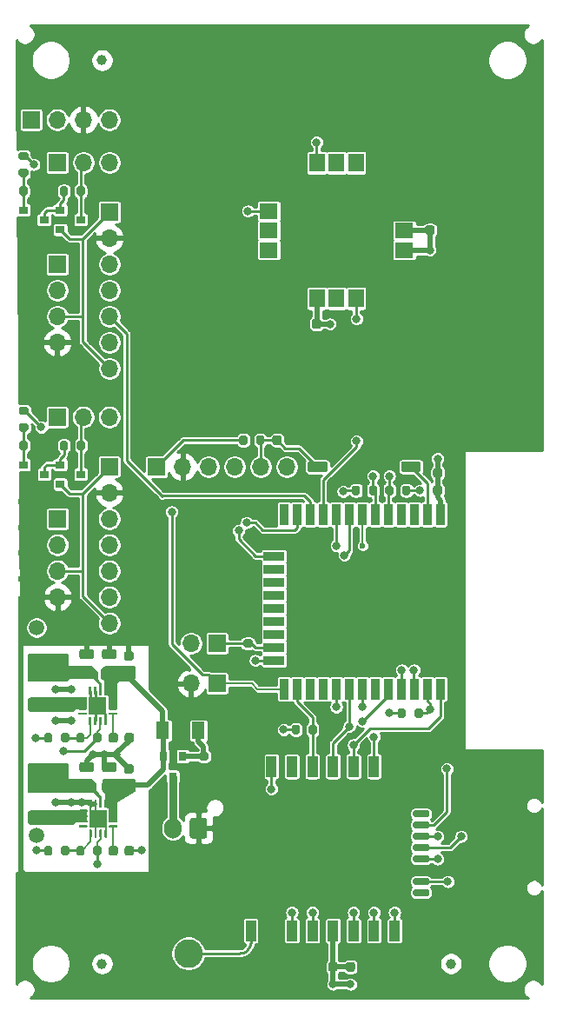
<source format=gbr>
%TF.GenerationSoftware,KiCad,Pcbnew,(5.1.10)-1*%
%TF.CreationDate,2021-05-28T10:13:55+00:00*%
%TF.ProjectId,co2_sensor_node,636f325f-7365-46e7-936f-725f6e6f6465,rev?*%
%TF.SameCoordinates,Original*%
%TF.FileFunction,Copper,L1,Top*%
%TF.FilePolarity,Positive*%
%FSLAX46Y46*%
G04 Gerber Fmt 4.6, Leading zero omitted, Abs format (unit mm)*
G04 Created by KiCad (PCBNEW (5.1.10)-1) date 2021-05-28 10:13:55*
%MOMM*%
%LPD*%
G01*
G04 APERTURE LIST*
%TA.AperFunction,SMDPad,CuDef*%
%ADD10C,1.000000*%
%TD*%
%TA.AperFunction,ComponentPad*%
%ADD11O,1.700000X1.700000*%
%TD*%
%TA.AperFunction,ComponentPad*%
%ADD12R,1.700000X1.700000*%
%TD*%
%TA.AperFunction,SMDPad,CuDef*%
%ADD13R,0.900000X2.000000*%
%TD*%
%TA.AperFunction,SMDPad,CuDef*%
%ADD14R,2.000000X0.900000*%
%TD*%
%TA.AperFunction,SMDPad,CuDef*%
%ADD15R,5.000000X5.000000*%
%TD*%
%TA.AperFunction,ComponentPad*%
%ADD16C,0.500000*%
%TD*%
%TA.AperFunction,SMDPad,CuDef*%
%ADD17R,1.680000X1.680000*%
%TD*%
%TA.AperFunction,SMDPad,CuDef*%
%ADD18R,1.500000X1.800000*%
%TD*%
%TA.AperFunction,SMDPad,CuDef*%
%ADD19R,1.800000X1.500000*%
%TD*%
%TA.AperFunction,SMDPad,CuDef*%
%ADD20R,1.000000X2.000000*%
%TD*%
%TA.AperFunction,SMDPad,CuDef*%
%ADD21R,0.800000X0.900000*%
%TD*%
%TA.AperFunction,SMDPad,CuDef*%
%ADD22R,0.900000X0.800000*%
%TD*%
%TA.AperFunction,ComponentPad*%
%ADD23O,1.700000X2.000000*%
%TD*%
%TA.AperFunction,ComponentPad*%
%ADD24C,2.500000*%
%TD*%
%TA.AperFunction,ComponentPad*%
%ADD25C,2.800000*%
%TD*%
%TA.AperFunction,SMDPad,CuDef*%
%ADD26R,1.300000X1.700000*%
%TD*%
%TA.AperFunction,ViaPad*%
%ADD27C,0.600000*%
%TD*%
%TA.AperFunction,ViaPad*%
%ADD28C,1.500000*%
%TD*%
%TA.AperFunction,ViaPad*%
%ADD29C,0.800000*%
%TD*%
%TA.AperFunction,Conductor*%
%ADD30C,0.250000*%
%TD*%
%TA.AperFunction,Conductor*%
%ADD31C,0.500000*%
%TD*%
%TA.AperFunction,Conductor*%
%ADD32C,1.000000*%
%TD*%
%TA.AperFunction,Conductor*%
%ADD33C,0.200000*%
%TD*%
%TA.AperFunction,Conductor*%
%ADD34C,0.152400*%
%TD*%
%TA.AperFunction,Conductor*%
%ADD35C,0.293370*%
%TD*%
%TA.AperFunction,Conductor*%
%ADD36C,0.750000*%
%TD*%
%TA.AperFunction,Conductor*%
%ADD37C,0.100000*%
%TD*%
%TA.AperFunction,Conductor*%
%ADD38C,0.254000*%
%TD*%
G04 APERTURE END LIST*
D10*
%TO.P,BOARD_FIDUCIAL,*%
%TO.N,*%
X129500000Y-136000000D03*
%TD*%
%TO.P,BOARD_FIDUCIAL,*%
%TO.N,*%
X129500000Y-48000000D03*
%TD*%
%TO.P,BOARD_FIDUCIAL,*%
%TO.N,*%
X163500000Y-136000000D03*
%TD*%
D11*
%TO.P,J15,6*%
%TO.N,/Microprocessor section/BOOT*%
X147500000Y-87600000D03*
%TO.P,J15,5*%
%TO.N,/Microprocessor section/EN*%
X144960000Y-87600000D03*
%TO.P,J15,4*%
%TO.N,/Microprocessor section/TXD0*%
X142420000Y-87600000D03*
%TO.P,J15,3*%
%TO.N,/Microprocessor section/RXD0*%
X139880000Y-87600000D03*
%TO.P,J15,2*%
%TO.N,GND*%
X137340000Y-87600000D03*
D12*
%TO.P,J15,1*%
%TO.N,+3V3*%
X134800000Y-87600000D03*
%TD*%
%TO.P,J6,11*%
%TO.N,GND*%
%TA.AperFunction,SMDPad,CuDef*%
G36*
G01*
X172180000Y-116500000D02*
X170220000Y-116500000D01*
G75*
G02*
X170100000Y-116380000I0J120000D01*
G01*
X170100000Y-115420000D01*
G75*
G02*
X170220000Y-115300000I120000J0D01*
G01*
X172180000Y-115300000D01*
G75*
G02*
X172300000Y-115420000I0J-120000D01*
G01*
X172300000Y-116380000D01*
G75*
G02*
X172180000Y-116500000I-120000J0D01*
G01*
G37*
%TD.AperFunction*%
%TA.AperFunction,SMDPad,CuDef*%
G36*
G01*
X172180000Y-132000000D02*
X170220000Y-132000000D01*
G75*
G02*
X170100000Y-131880000I0J120000D01*
G01*
X170100000Y-130920000D01*
G75*
G02*
X170220000Y-130800000I120000J0D01*
G01*
X172180000Y-130800000D01*
G75*
G02*
X172300000Y-130920000I0J-120000D01*
G01*
X172300000Y-131880000D01*
G75*
G02*
X172180000Y-132000000I-120000J0D01*
G01*
G37*
%TD.AperFunction*%
%TA.AperFunction,SMDPad,CuDef*%
G36*
G01*
X162200000Y-117600000D02*
X161000000Y-117600000D01*
G75*
G02*
X160850000Y-117450000I0J150000D01*
G01*
X160850000Y-116150000D01*
G75*
G02*
X161000000Y-116000000I150000J0D01*
G01*
X162200000Y-116000000D01*
G75*
G02*
X162350000Y-116150000I0J-150000D01*
G01*
X162350000Y-117450000D01*
G75*
G02*
X162200000Y-117600000I-150000J0D01*
G01*
G37*
%TD.AperFunction*%
%TO.P,J6,10*%
%TA.AperFunction,SMDPad,CuDef*%
G36*
G01*
X162230000Y-132000000D02*
X160970000Y-132000000D01*
G75*
G02*
X160850000Y-131880000I0J120000D01*
G01*
X160850000Y-130920000D01*
G75*
G02*
X160970000Y-130800000I120000J0D01*
G01*
X162230000Y-130800000D01*
G75*
G02*
X162350000Y-130920000I0J-120000D01*
G01*
X162350000Y-131880000D01*
G75*
G02*
X162230000Y-132000000I-120000J0D01*
G01*
G37*
%TD.AperFunction*%
%TO.P,J6,2*%
%TO.N,/SD Card/CSN*%
%TA.AperFunction,SMDPad,CuDef*%
G36*
G01*
X161225000Y-122850000D02*
X159975000Y-122850000D01*
G75*
G02*
X159800000Y-122675000I0J175000D01*
G01*
X159800000Y-122325000D01*
G75*
G02*
X159975000Y-122150000I175000J0D01*
G01*
X161225000Y-122150000D01*
G75*
G02*
X161400000Y-122325000I0J-175000D01*
G01*
X161400000Y-122675000D01*
G75*
G02*
X161225000Y-122850000I-175000J0D01*
G01*
G37*
%TD.AperFunction*%
%TO.P,J6,9*%
%TO.N,GND*%
%TA.AperFunction,SMDPad,CuDef*%
G36*
G01*
X161225000Y-130550000D02*
X159975000Y-130550000D01*
G75*
G02*
X159800000Y-130375000I0J175000D01*
G01*
X159800000Y-130025000D01*
G75*
G02*
X159975000Y-129850000I175000J0D01*
G01*
X161225000Y-129850000D01*
G75*
G02*
X161400000Y-130025000I0J-175000D01*
G01*
X161400000Y-130375000D01*
G75*
G02*
X161225000Y-130550000I-175000J0D01*
G01*
G37*
%TD.AperFunction*%
%TO.P,J6,8*%
%TO.N,Net-(J6-Pad8)*%
%TA.AperFunction,SMDPad,CuDef*%
G36*
G01*
X161225000Y-129450000D02*
X159975000Y-129450000D01*
G75*
G02*
X159800000Y-129275000I0J175000D01*
G01*
X159800000Y-128925000D01*
G75*
G02*
X159975000Y-128750000I175000J0D01*
G01*
X161225000Y-128750000D01*
G75*
G02*
X161400000Y-128925000I0J-175000D01*
G01*
X161400000Y-129275000D01*
G75*
G02*
X161225000Y-129450000I-175000J0D01*
G01*
G37*
%TD.AperFunction*%
%TO.P,J6,7*%
%TO.N,/LoRa Transceiver/MISO*%
%TA.AperFunction,SMDPad,CuDef*%
G36*
G01*
X161225000Y-128350000D02*
X159975000Y-128350000D01*
G75*
G02*
X159800000Y-128175000I0J175000D01*
G01*
X159800000Y-127825000D01*
G75*
G02*
X159975000Y-127650000I175000J0D01*
G01*
X161225000Y-127650000D01*
G75*
G02*
X161400000Y-127825000I0J-175000D01*
G01*
X161400000Y-128175000D01*
G75*
G02*
X161225000Y-128350000I-175000J0D01*
G01*
G37*
%TD.AperFunction*%
%TO.P,J6,6*%
%TO.N,GND*%
%TA.AperFunction,SMDPad,CuDef*%
G36*
G01*
X161225000Y-127250000D02*
X159975000Y-127250000D01*
G75*
G02*
X159800000Y-127075000I0J175000D01*
G01*
X159800000Y-126725000D01*
G75*
G02*
X159975000Y-126550000I175000J0D01*
G01*
X161225000Y-126550000D01*
G75*
G02*
X161400000Y-126725000I0J-175000D01*
G01*
X161400000Y-127075000D01*
G75*
G02*
X161225000Y-127250000I-175000J0D01*
G01*
G37*
%TD.AperFunction*%
%TO.P,J6,5*%
%TO.N,/LoRa Transceiver/SCLK*%
%TA.AperFunction,SMDPad,CuDef*%
G36*
G01*
X161225000Y-126150000D02*
X159975000Y-126150000D01*
G75*
G02*
X159800000Y-125975000I0J175000D01*
G01*
X159800000Y-125625000D01*
G75*
G02*
X159975000Y-125450000I175000J0D01*
G01*
X161225000Y-125450000D01*
G75*
G02*
X161400000Y-125625000I0J-175000D01*
G01*
X161400000Y-125975000D01*
G75*
G02*
X161225000Y-126150000I-175000J0D01*
G01*
G37*
%TD.AperFunction*%
%TO.P,J6,4*%
%TO.N,+3V3*%
%TA.AperFunction,SMDPad,CuDef*%
G36*
G01*
X161225000Y-125050000D02*
X159975000Y-125050000D01*
G75*
G02*
X159800000Y-124875000I0J175000D01*
G01*
X159800000Y-124525000D01*
G75*
G02*
X159975000Y-124350000I175000J0D01*
G01*
X161225000Y-124350000D01*
G75*
G02*
X161400000Y-124525000I0J-175000D01*
G01*
X161400000Y-124875000D01*
G75*
G02*
X161225000Y-125050000I-175000J0D01*
G01*
G37*
%TD.AperFunction*%
%TO.P,J6,3*%
%TO.N,/LoRa Transceiver/MOSI*%
%TA.AperFunction,SMDPad,CuDef*%
G36*
G01*
X161225000Y-123950000D02*
X159975000Y-123950000D01*
G75*
G02*
X159800000Y-123775000I0J175000D01*
G01*
X159800000Y-123425000D01*
G75*
G02*
X159975000Y-123250000I175000J0D01*
G01*
X161225000Y-123250000D01*
G75*
G02*
X161400000Y-123425000I0J-175000D01*
G01*
X161400000Y-123775000D01*
G75*
G02*
X161225000Y-123950000I-175000J0D01*
G01*
G37*
%TD.AperFunction*%
%TO.P,J6,1*%
%TO.N,Net-(J6-Pad1)*%
%TA.AperFunction,SMDPad,CuDef*%
G36*
G01*
X161225000Y-121750000D02*
X159975000Y-121750000D01*
G75*
G02*
X159800000Y-121575000I0J175000D01*
G01*
X159800000Y-121225000D01*
G75*
G02*
X159975000Y-121050000I175000J0D01*
G01*
X161225000Y-121050000D01*
G75*
G02*
X161400000Y-121225000I0J-175000D01*
G01*
X161400000Y-121575000D01*
G75*
G02*
X161225000Y-121750000I-175000J0D01*
G01*
G37*
%TD.AperFunction*%
%TD*%
%TO.P,SW1,2*%
%TO.N,/Microprocessor section/EN*%
%TA.AperFunction,SMDPad,CuDef*%
G36*
G01*
X149550000Y-88000000D02*
X149550000Y-87200000D01*
G75*
G02*
X149650000Y-87100000I100000J0D01*
G01*
X151350000Y-87100000D01*
G75*
G02*
X151450000Y-87200000I0J-100000D01*
G01*
X151450000Y-88000000D01*
G75*
G02*
X151350000Y-88100000I-100000J0D01*
G01*
X149650000Y-88100000D01*
G75*
G02*
X149550000Y-88000000I0J100000D01*
G01*
G37*
%TD.AperFunction*%
%TA.AperFunction,SMDPad,CuDef*%
G36*
G01*
X158650000Y-88000000D02*
X158650000Y-87200000D01*
G75*
G02*
X158750000Y-87100000I100000J0D01*
G01*
X160450000Y-87100000D01*
G75*
G02*
X160550000Y-87200000I0J-100000D01*
G01*
X160550000Y-88000000D01*
G75*
G02*
X160450000Y-88100000I-100000J0D01*
G01*
X158750000Y-88100000D01*
G75*
G02*
X158650000Y-88000000I0J100000D01*
G01*
G37*
%TD.AperFunction*%
%TO.P,SW1,1*%
%TO.N,GND*%
%TA.AperFunction,SMDPad,CuDef*%
G36*
G01*
X158650000Y-83500000D02*
X158650000Y-82700000D01*
G75*
G02*
X158750000Y-82600000I100000J0D01*
G01*
X160450000Y-82600000D01*
G75*
G02*
X160550000Y-82700000I0J-100000D01*
G01*
X160550000Y-83500000D01*
G75*
G02*
X160450000Y-83600000I-100000J0D01*
G01*
X158750000Y-83600000D01*
G75*
G02*
X158650000Y-83500000I0J100000D01*
G01*
G37*
%TD.AperFunction*%
%TA.AperFunction,SMDPad,CuDef*%
G36*
G01*
X149550000Y-83500000D02*
X149550000Y-82700000D01*
G75*
G02*
X149650000Y-82600000I100000J0D01*
G01*
X151350000Y-82600000D01*
G75*
G02*
X151450000Y-82700000I0J-100000D01*
G01*
X151450000Y-83500000D01*
G75*
G02*
X151350000Y-83600000I-100000J0D01*
G01*
X149650000Y-83600000D01*
G75*
G02*
X149550000Y-83500000I0J100000D01*
G01*
G37*
%TD.AperFunction*%
%TD*%
D13*
%TO.P,U5,38*%
%TO.N,GND*%
X163755000Y-109252000D03*
%TO.P,U5,37*%
%TO.N,/LoRa Transceiver/MOSI*%
X162485000Y-109252000D03*
%TO.P,U5,36*%
%TO.N,/SD Card/CSN*%
X161215000Y-109252000D03*
%TO.P,U5,35*%
%TO.N,/Microprocessor section/TXD0*%
X159945000Y-109252000D03*
%TO.P,U5,34*%
%TO.N,/Microprocessor section/RXD0*%
X158675000Y-109252000D03*
%TO.P,U5,33*%
%TO.N,/LoRa Transceiver/IRQ2*%
X157405000Y-109252000D03*
%TO.P,U5,32*%
%TO.N,Net-(U5-Pad32)*%
X156135000Y-109252000D03*
%TO.P,U5,31*%
%TO.N,/LoRa Transceiver/MISO*%
X154865000Y-109252000D03*
%TO.P,U5,30*%
%TO.N,/LoRa Transceiver/SCLK*%
X153595000Y-109252000D03*
%TO.P,U5,29*%
%TO.N,/LoRa Transceiver/IRQ1*%
X152325000Y-109252000D03*
%TO.P,U5,28*%
%TO.N,Net-(U5-Pad28)*%
X151055000Y-109252000D03*
%TO.P,U5,27*%
%TO.N,Net-(U5-Pad27)*%
X149785000Y-109252000D03*
%TO.P,U5,26*%
%TO.N,/LoRa Transceiver/CSN*%
X148515000Y-109252000D03*
%TO.P,U5,25*%
%TO.N,/Microprocessor section/BOOT*%
X147245000Y-109252000D03*
D14*
%TO.P,U5,24*%
%TO.N,/CO2 Sensor Connector 1/ENABLE*%
X146245000Y-106467000D03*
%TO.P,U5,23*%
%TO.N,/CO2 Sensor Connector 2/ENABLE*%
X146245000Y-105197000D03*
%TO.P,U5,22*%
%TO.N,Net-(U5-Pad22)*%
X146245000Y-103927000D03*
%TO.P,U5,21*%
%TO.N,Net-(U5-Pad21)*%
X146245000Y-102657000D03*
%TO.P,U5,20*%
%TO.N,Net-(U5-Pad20)*%
X146245000Y-101387000D03*
%TO.P,U5,19*%
%TO.N,Net-(U5-Pad19)*%
X146245000Y-100117000D03*
%TO.P,U5,18*%
%TO.N,Net-(U5-Pad18)*%
X146245000Y-98847000D03*
%TO.P,U5,17*%
%TO.N,Net-(U5-Pad17)*%
X146245000Y-97577000D03*
%TO.P,U5,16*%
%TO.N,/Microprocessor section/UART1_TX*%
X146245000Y-96307000D03*
%TO.P,U5,15*%
%TO.N,GND*%
X146245000Y-95037000D03*
D13*
%TO.P,U5,14*%
%TO.N,/Microprocessor section/MTDI*%
X147245000Y-92252000D03*
%TO.P,U5,13*%
%TO.N,/Microprocessor section/UART1_RX*%
X148515000Y-92252000D03*
%TO.P,U5,12*%
%TO.N,/CO2 Sensor Connector 1/N_RDY*%
X149785000Y-92252000D03*
%TO.P,U5,11*%
%TO.N,/GNSS/ENABLE*%
X151055000Y-92252000D03*
%TO.P,U5,10*%
%TO.N,/Microprocessor section/UART2_RX*%
X152325000Y-92252000D03*
%TO.P,U5,9*%
%TO.N,/Microprocessor section/UART2_TX*%
X153595000Y-92252000D03*
%TO.P,U5,8*%
%TO.N,/CO2 Sensor Connector 2/N_RDY*%
X154865000Y-92252000D03*
%TO.P,U5,7*%
%TO.N,/Microprocessor section/I2C_SCL*%
X156135000Y-92252000D03*
%TO.P,U5,6*%
%TO.N,/Microprocessor section/I2C_SDA*%
X157405000Y-92252000D03*
%TO.P,U5,5*%
%TO.N,Net-(U5-Pad5)*%
X158675000Y-92252000D03*
%TO.P,U5,4*%
%TO.N,Net-(U5-Pad4)*%
X159945000Y-92252000D03*
%TO.P,U5,3*%
%TO.N,/Microprocessor section/EN*%
X161215000Y-92252000D03*
%TO.P,U5,2*%
%TO.N,+3V3*%
X162485000Y-92252000D03*
%TO.P,U5,1*%
%TO.N,GND*%
X163755000Y-92252000D03*
D15*
%TO.P,U5,39*%
X156255000Y-99752000D03*
%TD*%
D16*
%TO.P,U4,17*%
%TO.N,GND*%
X129710000Y-122470000D03*
X128530000Y-122470000D03*
X129710000Y-121290000D03*
X128530000Y-121290000D03*
D17*
X129120000Y-121880000D03*
%TO.P,U4,16*%
%TA.AperFunction,SMDPad,CuDef*%
G36*
G01*
X128245000Y-120767500D02*
X128245000Y-120067500D01*
G75*
G02*
X128307500Y-120005000I62500J0D01*
G01*
X128432500Y-120005000D01*
G75*
G02*
X128495000Y-120067500I0J-62500D01*
G01*
X128495000Y-120767500D01*
G75*
G02*
X128432500Y-120830000I-62500J0D01*
G01*
X128307500Y-120830000D01*
G75*
G02*
X128245000Y-120767500I0J62500D01*
G01*
G37*
%TD.AperFunction*%
%TO.P,U4,15*%
%TA.AperFunction,SMDPad,CuDef*%
G36*
G01*
X128745000Y-120767500D02*
X128745000Y-120067500D01*
G75*
G02*
X128807500Y-120005000I62500J0D01*
G01*
X128932500Y-120005000D01*
G75*
G02*
X128995000Y-120067500I0J-62500D01*
G01*
X128995000Y-120767500D01*
G75*
G02*
X128932500Y-120830000I-62500J0D01*
G01*
X128807500Y-120830000D01*
G75*
G02*
X128745000Y-120767500I0J62500D01*
G01*
G37*
%TD.AperFunction*%
%TO.P,U4,14*%
%TO.N,+3V3*%
%TA.AperFunction,SMDPad,CuDef*%
G36*
G01*
X129245000Y-120767500D02*
X129245000Y-120067500D01*
G75*
G02*
X129307500Y-120005000I62500J0D01*
G01*
X129432500Y-120005000D01*
G75*
G02*
X129495000Y-120067500I0J-62500D01*
G01*
X129495000Y-120767500D01*
G75*
G02*
X129432500Y-120830000I-62500J0D01*
G01*
X129307500Y-120830000D01*
G75*
G02*
X129245000Y-120767500I0J62500D01*
G01*
G37*
%TD.AperFunction*%
%TO.P,U4,13*%
%TO.N,+BATT*%
%TA.AperFunction,SMDPad,CuDef*%
G36*
G01*
X129745000Y-120767500D02*
X129745000Y-120067500D01*
G75*
G02*
X129807500Y-120005000I62500J0D01*
G01*
X129932500Y-120005000D01*
G75*
G02*
X129995000Y-120067500I0J-62500D01*
G01*
X129995000Y-120767500D01*
G75*
G02*
X129932500Y-120830000I-62500J0D01*
G01*
X129807500Y-120830000D01*
G75*
G02*
X129745000Y-120767500I0J62500D01*
G01*
G37*
%TD.AperFunction*%
%TO.P,U4,12*%
%TA.AperFunction,SMDPad,CuDef*%
G36*
G01*
X130170000Y-121192500D02*
X130170000Y-121067500D01*
G75*
G02*
X130232500Y-121005000I62500J0D01*
G01*
X130932500Y-121005000D01*
G75*
G02*
X130995000Y-121067500I0J-62500D01*
G01*
X130995000Y-121192500D01*
G75*
G02*
X130932500Y-121255000I-62500J0D01*
G01*
X130232500Y-121255000D01*
G75*
G02*
X130170000Y-121192500I0J62500D01*
G01*
G37*
%TD.AperFunction*%
%TO.P,U4,11*%
%TA.AperFunction,SMDPad,CuDef*%
G36*
G01*
X130170000Y-121692500D02*
X130170000Y-121567500D01*
G75*
G02*
X130232500Y-121505000I62500J0D01*
G01*
X130932500Y-121505000D01*
G75*
G02*
X130995000Y-121567500I0J-62500D01*
G01*
X130995000Y-121692500D01*
G75*
G02*
X130932500Y-121755000I-62500J0D01*
G01*
X130232500Y-121755000D01*
G75*
G02*
X130170000Y-121692500I0J62500D01*
G01*
G37*
%TD.AperFunction*%
%TO.P,U4,10*%
%TA.AperFunction,SMDPad,CuDef*%
G36*
G01*
X130170000Y-122192500D02*
X130170000Y-122067500D01*
G75*
G02*
X130232500Y-122005000I62500J0D01*
G01*
X130932500Y-122005000D01*
G75*
G02*
X130995000Y-122067500I0J-62500D01*
G01*
X130995000Y-122192500D01*
G75*
G02*
X130932500Y-122255000I-62500J0D01*
G01*
X130232500Y-122255000D01*
G75*
G02*
X130170000Y-122192500I0J62500D01*
G01*
G37*
%TD.AperFunction*%
%TO.P,U4,9*%
%TO.N,Net-(C10-Pad1)*%
%TA.AperFunction,SMDPad,CuDef*%
G36*
G01*
X130170000Y-122692500D02*
X130170000Y-122567500D01*
G75*
G02*
X130232500Y-122505000I62500J0D01*
G01*
X130932500Y-122505000D01*
G75*
G02*
X130995000Y-122567500I0J-62500D01*
G01*
X130995000Y-122692500D01*
G75*
G02*
X130932500Y-122755000I-62500J0D01*
G01*
X130232500Y-122755000D01*
G75*
G02*
X130170000Y-122692500I0J62500D01*
G01*
G37*
%TD.AperFunction*%
%TO.P,U4,8*%
%TO.N,GND*%
%TA.AperFunction,SMDPad,CuDef*%
G36*
G01*
X129745000Y-123692500D02*
X129745000Y-122992500D01*
G75*
G02*
X129807500Y-122930000I62500J0D01*
G01*
X129932500Y-122930000D01*
G75*
G02*
X129995000Y-122992500I0J-62500D01*
G01*
X129995000Y-123692500D01*
G75*
G02*
X129932500Y-123755000I-62500J0D01*
G01*
X129807500Y-123755000D01*
G75*
G02*
X129745000Y-123692500I0J62500D01*
G01*
G37*
%TD.AperFunction*%
%TO.P,U4,7*%
%TO.N,+3V3*%
%TA.AperFunction,SMDPad,CuDef*%
G36*
G01*
X129245000Y-123692500D02*
X129245000Y-122992500D01*
G75*
G02*
X129307500Y-122930000I62500J0D01*
G01*
X129432500Y-122930000D01*
G75*
G02*
X129495000Y-122992500I0J-62500D01*
G01*
X129495000Y-123692500D01*
G75*
G02*
X129432500Y-123755000I-62500J0D01*
G01*
X129307500Y-123755000D01*
G75*
G02*
X129245000Y-123692500I0J62500D01*
G01*
G37*
%TD.AperFunction*%
%TO.P,U4,6*%
%TO.N,GND*%
%TA.AperFunction,SMDPad,CuDef*%
G36*
G01*
X128745000Y-123692500D02*
X128745000Y-122992500D01*
G75*
G02*
X128807500Y-122930000I62500J0D01*
G01*
X128932500Y-122930000D01*
G75*
G02*
X128995000Y-122992500I0J-62500D01*
G01*
X128995000Y-123692500D01*
G75*
G02*
X128932500Y-123755000I-62500J0D01*
G01*
X128807500Y-123755000D01*
G75*
G02*
X128745000Y-123692500I0J62500D01*
G01*
G37*
%TD.AperFunction*%
%TO.P,U4,5*%
%TO.N,Net-(R12-Pad2)*%
%TA.AperFunction,SMDPad,CuDef*%
G36*
G01*
X128245000Y-123692500D02*
X128245000Y-122992500D01*
G75*
G02*
X128307500Y-122930000I62500J0D01*
G01*
X128432500Y-122930000D01*
G75*
G02*
X128495000Y-122992500I0J-62500D01*
G01*
X128495000Y-123692500D01*
G75*
G02*
X128432500Y-123755000I-62500J0D01*
G01*
X128307500Y-123755000D01*
G75*
G02*
X128245000Y-123692500I0J62500D01*
G01*
G37*
%TD.AperFunction*%
%TO.P,U4,4*%
%TO.N,Net-(U4-Pad4)*%
%TA.AperFunction,SMDPad,CuDef*%
G36*
G01*
X127245000Y-122692500D02*
X127245000Y-122567500D01*
G75*
G02*
X127307500Y-122505000I62500J0D01*
G01*
X128007500Y-122505000D01*
G75*
G02*
X128070000Y-122567500I0J-62500D01*
G01*
X128070000Y-122692500D01*
G75*
G02*
X128007500Y-122755000I-62500J0D01*
G01*
X127307500Y-122755000D01*
G75*
G02*
X127245000Y-122692500I0J62500D01*
G01*
G37*
%TD.AperFunction*%
%TO.P,U4,3*%
%TO.N,Net-(L2-Pad1)*%
%TA.AperFunction,SMDPad,CuDef*%
G36*
G01*
X127245000Y-122192500D02*
X127245000Y-122067500D01*
G75*
G02*
X127307500Y-122005000I62500J0D01*
G01*
X128007500Y-122005000D01*
G75*
G02*
X128070000Y-122067500I0J-62500D01*
G01*
X128070000Y-122192500D01*
G75*
G02*
X128007500Y-122255000I-62500J0D01*
G01*
X127307500Y-122255000D01*
G75*
G02*
X127245000Y-122192500I0J62500D01*
G01*
G37*
%TD.AperFunction*%
%TO.P,U4,2*%
%TA.AperFunction,SMDPad,CuDef*%
G36*
G01*
X127245000Y-121692500D02*
X127245000Y-121567500D01*
G75*
G02*
X127307500Y-121505000I62500J0D01*
G01*
X128007500Y-121505000D01*
G75*
G02*
X128070000Y-121567500I0J-62500D01*
G01*
X128070000Y-121692500D01*
G75*
G02*
X128007500Y-121755000I-62500J0D01*
G01*
X127307500Y-121755000D01*
G75*
G02*
X127245000Y-121692500I0J62500D01*
G01*
G37*
%TD.AperFunction*%
%TO.P,U4,1*%
%TA.AperFunction,SMDPad,CuDef*%
G36*
G01*
X127245000Y-121192500D02*
X127245000Y-121067500D01*
G75*
G02*
X127307500Y-121005000I62500J0D01*
G01*
X128007500Y-121005000D01*
G75*
G02*
X128070000Y-121067500I0J-62500D01*
G01*
X128070000Y-121192500D01*
G75*
G02*
X128007500Y-121255000I-62500J0D01*
G01*
X127307500Y-121255000D01*
G75*
G02*
X127245000Y-121192500I0J62500D01*
G01*
G37*
%TD.AperFunction*%
%TD*%
D16*
%TO.P,U3,17*%
%TO.N,GND*%
X129670000Y-111490000D03*
X128490000Y-111490000D03*
X129670000Y-110310000D03*
X128490000Y-110310000D03*
D17*
X129080000Y-110900000D03*
%TO.P,U3,16*%
%TA.AperFunction,SMDPad,CuDef*%
G36*
G01*
X128205000Y-109787500D02*
X128205000Y-109087500D01*
G75*
G02*
X128267500Y-109025000I62500J0D01*
G01*
X128392500Y-109025000D01*
G75*
G02*
X128455000Y-109087500I0J-62500D01*
G01*
X128455000Y-109787500D01*
G75*
G02*
X128392500Y-109850000I-62500J0D01*
G01*
X128267500Y-109850000D01*
G75*
G02*
X128205000Y-109787500I0J62500D01*
G01*
G37*
%TD.AperFunction*%
%TO.P,U3,15*%
%TA.AperFunction,SMDPad,CuDef*%
G36*
G01*
X128705000Y-109787500D02*
X128705000Y-109087500D01*
G75*
G02*
X128767500Y-109025000I62500J0D01*
G01*
X128892500Y-109025000D01*
G75*
G02*
X128955000Y-109087500I0J-62500D01*
G01*
X128955000Y-109787500D01*
G75*
G02*
X128892500Y-109850000I-62500J0D01*
G01*
X128767500Y-109850000D01*
G75*
G02*
X128705000Y-109787500I0J62500D01*
G01*
G37*
%TD.AperFunction*%
%TO.P,U3,14*%
%TO.N,+6V*%
%TA.AperFunction,SMDPad,CuDef*%
G36*
G01*
X129205000Y-109787500D02*
X129205000Y-109087500D01*
G75*
G02*
X129267500Y-109025000I62500J0D01*
G01*
X129392500Y-109025000D01*
G75*
G02*
X129455000Y-109087500I0J-62500D01*
G01*
X129455000Y-109787500D01*
G75*
G02*
X129392500Y-109850000I-62500J0D01*
G01*
X129267500Y-109850000D01*
G75*
G02*
X129205000Y-109787500I0J62500D01*
G01*
G37*
%TD.AperFunction*%
%TO.P,U3,13*%
%TO.N,+BATT*%
%TA.AperFunction,SMDPad,CuDef*%
G36*
G01*
X129705000Y-109787500D02*
X129705000Y-109087500D01*
G75*
G02*
X129767500Y-109025000I62500J0D01*
G01*
X129892500Y-109025000D01*
G75*
G02*
X129955000Y-109087500I0J-62500D01*
G01*
X129955000Y-109787500D01*
G75*
G02*
X129892500Y-109850000I-62500J0D01*
G01*
X129767500Y-109850000D01*
G75*
G02*
X129705000Y-109787500I0J62500D01*
G01*
G37*
%TD.AperFunction*%
%TO.P,U3,12*%
%TA.AperFunction,SMDPad,CuDef*%
G36*
G01*
X130130000Y-110212500D02*
X130130000Y-110087500D01*
G75*
G02*
X130192500Y-110025000I62500J0D01*
G01*
X130892500Y-110025000D01*
G75*
G02*
X130955000Y-110087500I0J-62500D01*
G01*
X130955000Y-110212500D01*
G75*
G02*
X130892500Y-110275000I-62500J0D01*
G01*
X130192500Y-110275000D01*
G75*
G02*
X130130000Y-110212500I0J62500D01*
G01*
G37*
%TD.AperFunction*%
%TO.P,U3,11*%
%TA.AperFunction,SMDPad,CuDef*%
G36*
G01*
X130130000Y-110712500D02*
X130130000Y-110587500D01*
G75*
G02*
X130192500Y-110525000I62500J0D01*
G01*
X130892500Y-110525000D01*
G75*
G02*
X130955000Y-110587500I0J-62500D01*
G01*
X130955000Y-110712500D01*
G75*
G02*
X130892500Y-110775000I-62500J0D01*
G01*
X130192500Y-110775000D01*
G75*
G02*
X130130000Y-110712500I0J62500D01*
G01*
G37*
%TD.AperFunction*%
%TO.P,U3,10*%
%TA.AperFunction,SMDPad,CuDef*%
G36*
G01*
X130130000Y-111212500D02*
X130130000Y-111087500D01*
G75*
G02*
X130192500Y-111025000I62500J0D01*
G01*
X130892500Y-111025000D01*
G75*
G02*
X130955000Y-111087500I0J-62500D01*
G01*
X130955000Y-111212500D01*
G75*
G02*
X130892500Y-111275000I-62500J0D01*
G01*
X130192500Y-111275000D01*
G75*
G02*
X130130000Y-111212500I0J62500D01*
G01*
G37*
%TD.AperFunction*%
%TO.P,U3,9*%
%TO.N,Net-(C9-Pad1)*%
%TA.AperFunction,SMDPad,CuDef*%
G36*
G01*
X130130000Y-111712500D02*
X130130000Y-111587500D01*
G75*
G02*
X130192500Y-111525000I62500J0D01*
G01*
X130892500Y-111525000D01*
G75*
G02*
X130955000Y-111587500I0J-62500D01*
G01*
X130955000Y-111712500D01*
G75*
G02*
X130892500Y-111775000I-62500J0D01*
G01*
X130192500Y-111775000D01*
G75*
G02*
X130130000Y-111712500I0J62500D01*
G01*
G37*
%TD.AperFunction*%
%TO.P,U3,8*%
%TO.N,GND*%
%TA.AperFunction,SMDPad,CuDef*%
G36*
G01*
X129705000Y-112712500D02*
X129705000Y-112012500D01*
G75*
G02*
X129767500Y-111950000I62500J0D01*
G01*
X129892500Y-111950000D01*
G75*
G02*
X129955000Y-112012500I0J-62500D01*
G01*
X129955000Y-112712500D01*
G75*
G02*
X129892500Y-112775000I-62500J0D01*
G01*
X129767500Y-112775000D01*
G75*
G02*
X129705000Y-112712500I0J62500D01*
G01*
G37*
%TD.AperFunction*%
%TO.P,U3,7*%
%TO.N,+6V*%
%TA.AperFunction,SMDPad,CuDef*%
G36*
G01*
X129205000Y-112712500D02*
X129205000Y-112012500D01*
G75*
G02*
X129267500Y-111950000I62500J0D01*
G01*
X129392500Y-111950000D01*
G75*
G02*
X129455000Y-112012500I0J-62500D01*
G01*
X129455000Y-112712500D01*
G75*
G02*
X129392500Y-112775000I-62500J0D01*
G01*
X129267500Y-112775000D01*
G75*
G02*
X129205000Y-112712500I0J62500D01*
G01*
G37*
%TD.AperFunction*%
%TO.P,U3,6*%
%TO.N,GND*%
%TA.AperFunction,SMDPad,CuDef*%
G36*
G01*
X128705000Y-112712500D02*
X128705000Y-112012500D01*
G75*
G02*
X128767500Y-111950000I62500J0D01*
G01*
X128892500Y-111950000D01*
G75*
G02*
X128955000Y-112012500I0J-62500D01*
G01*
X128955000Y-112712500D01*
G75*
G02*
X128892500Y-112775000I-62500J0D01*
G01*
X128767500Y-112775000D01*
G75*
G02*
X128705000Y-112712500I0J62500D01*
G01*
G37*
%TD.AperFunction*%
%TO.P,U3,5*%
%TO.N,Net-(R10-Pad2)*%
%TA.AperFunction,SMDPad,CuDef*%
G36*
G01*
X128205000Y-112712500D02*
X128205000Y-112012500D01*
G75*
G02*
X128267500Y-111950000I62500J0D01*
G01*
X128392500Y-111950000D01*
G75*
G02*
X128455000Y-112012500I0J-62500D01*
G01*
X128455000Y-112712500D01*
G75*
G02*
X128392500Y-112775000I-62500J0D01*
G01*
X128267500Y-112775000D01*
G75*
G02*
X128205000Y-112712500I0J62500D01*
G01*
G37*
%TD.AperFunction*%
%TO.P,U3,4*%
%TO.N,Net-(U3-Pad4)*%
%TA.AperFunction,SMDPad,CuDef*%
G36*
G01*
X127205000Y-111712500D02*
X127205000Y-111587500D01*
G75*
G02*
X127267500Y-111525000I62500J0D01*
G01*
X127967500Y-111525000D01*
G75*
G02*
X128030000Y-111587500I0J-62500D01*
G01*
X128030000Y-111712500D01*
G75*
G02*
X127967500Y-111775000I-62500J0D01*
G01*
X127267500Y-111775000D01*
G75*
G02*
X127205000Y-111712500I0J62500D01*
G01*
G37*
%TD.AperFunction*%
%TO.P,U3,3*%
%TO.N,Net-(L1-Pad1)*%
%TA.AperFunction,SMDPad,CuDef*%
G36*
G01*
X127205000Y-111212500D02*
X127205000Y-111087500D01*
G75*
G02*
X127267500Y-111025000I62500J0D01*
G01*
X127967500Y-111025000D01*
G75*
G02*
X128030000Y-111087500I0J-62500D01*
G01*
X128030000Y-111212500D01*
G75*
G02*
X127967500Y-111275000I-62500J0D01*
G01*
X127267500Y-111275000D01*
G75*
G02*
X127205000Y-111212500I0J62500D01*
G01*
G37*
%TD.AperFunction*%
%TO.P,U3,2*%
%TA.AperFunction,SMDPad,CuDef*%
G36*
G01*
X127205000Y-110712500D02*
X127205000Y-110587500D01*
G75*
G02*
X127267500Y-110525000I62500J0D01*
G01*
X127967500Y-110525000D01*
G75*
G02*
X128030000Y-110587500I0J-62500D01*
G01*
X128030000Y-110712500D01*
G75*
G02*
X127967500Y-110775000I-62500J0D01*
G01*
X127267500Y-110775000D01*
G75*
G02*
X127205000Y-110712500I0J62500D01*
G01*
G37*
%TD.AperFunction*%
%TO.P,U3,1*%
%TA.AperFunction,SMDPad,CuDef*%
G36*
G01*
X127205000Y-110212500D02*
X127205000Y-110087500D01*
G75*
G02*
X127267500Y-110025000I62500J0D01*
G01*
X127967500Y-110025000D01*
G75*
G02*
X128030000Y-110087500I0J-62500D01*
G01*
X128030000Y-110212500D01*
G75*
G02*
X127967500Y-110275000I-62500J0D01*
G01*
X127267500Y-110275000D01*
G75*
G02*
X127205000Y-110212500I0J62500D01*
G01*
G37*
%TD.AperFunction*%
%TD*%
D18*
%TO.P,U2,20*%
%TO.N,GND*%
X156144000Y-71198000D03*
%TO.P,U2,19*%
%TO.N,/GNSS/ENABLE*%
X154244000Y-71198000D03*
%TO.P,U2,18*%
%TO.N,Net-(U2-Pad18)*%
X152344000Y-71198000D03*
%TO.P,U2,17*%
%TO.N,+3V3*%
X150444000Y-71198000D03*
%TO.P,U2,16*%
%TO.N,GND*%
X148544000Y-71198000D03*
D19*
%TO.P,U2,15*%
X145744000Y-68398000D03*
%TO.P,U2,14*%
%TO.N,Net-(U2-Pad14)*%
X145744000Y-66498000D03*
%TO.P,U2,13*%
%TO.N,Net-(U2-Pad13)*%
X145744000Y-64598000D03*
%TO.P,U2,12*%
%TO.N,/Microprocessor section/I2C_SCL*%
X145744000Y-62698000D03*
%TO.P,U2,11*%
%TO.N,GND*%
X145744000Y-60798000D03*
D18*
%TO.P,U2,10*%
X148544000Y-57998000D03*
%TO.P,U2,9*%
%TO.N,/Microprocessor section/I2C_SDA*%
X150444000Y-57998000D03*
%TO.P,U2,8*%
%TO.N,Net-(U2-Pad8)*%
X152344000Y-57998000D03*
%TO.P,U2,7*%
%TO.N,Net-(U2-Pad7)*%
X154244000Y-57998000D03*
%TO.P,U2,6*%
%TO.N,GND*%
X156144000Y-57998000D03*
D19*
%TO.P,U2,5*%
X158944000Y-60798000D03*
%TO.P,U2,4*%
X158944000Y-62698000D03*
%TO.P,U2,3*%
%TO.N,+3V3*%
X158944000Y-64598000D03*
%TO.P,U2,2*%
X158944000Y-66498000D03*
%TO.P,U2,1*%
%TO.N,GND*%
X158944000Y-68398000D03*
%TD*%
D20*
%TO.P,U1,1*%
%TO.N,GND*%
X158000000Y-116800000D03*
%TO.P,U1,2*%
%TO.N,/LoRa Transceiver/MISO*%
X156000000Y-116800000D03*
%TO.P,U1,3*%
%TO.N,/LoRa Transceiver/MOSI*%
X154000000Y-116800000D03*
%TO.P,U1,4*%
%TO.N,/LoRa Transceiver/SCLK*%
X152000000Y-116800000D03*
%TO.P,U1,5*%
%TO.N,/LoRa Transceiver/CSN*%
X150000000Y-116800000D03*
%TO.P,U1,6*%
%TO.N,Net-(U1-Pad6)*%
X148000000Y-116800000D03*
%TO.P,U1,7*%
%TO.N,Net-(J9-Pad1)*%
X146000000Y-116800000D03*
%TO.P,U1,8*%
%TO.N,GND*%
X144000000Y-116800000D03*
%TO.P,U1,9*%
%TO.N,Net-(J7-Pad1)*%
X144000000Y-132800000D03*
%TO.P,U1,10*%
%TO.N,GND*%
X146000000Y-132800000D03*
%TO.P,U1,11*%
%TO.N,Net-(J13-Pad1)*%
X148000000Y-132800000D03*
%TO.P,U1,12*%
%TO.N,Net-(J11-Pad1)*%
X150000000Y-132800000D03*
%TO.P,U1,13*%
%TO.N,+3V3*%
X152000000Y-132800000D03*
%TO.P,U1,14*%
%TO.N,Net-(J8-Pad1)*%
X154000000Y-132800000D03*
%TO.P,U1,15*%
%TO.N,Net-(J10-Pad1)*%
X156000000Y-132800000D03*
%TO.P,U1,16*%
%TO.N,Net-(J12-Pad1)*%
X158000000Y-132800000D03*
%TD*%
%TO.P,R19,2*%
%TO.N,/LoRa Transceiver/CSN*%
%TA.AperFunction,SMDPad,CuDef*%
G36*
G01*
X149625000Y-113475000D02*
X149625000Y-112925000D01*
G75*
G02*
X149825000Y-112725000I200000J0D01*
G01*
X150225000Y-112725000D01*
G75*
G02*
X150425000Y-112925000I0J-200000D01*
G01*
X150425000Y-113475000D01*
G75*
G02*
X150225000Y-113675000I-200000J0D01*
G01*
X149825000Y-113675000D01*
G75*
G02*
X149625000Y-113475000I0J200000D01*
G01*
G37*
%TD.AperFunction*%
%TO.P,R19,1*%
%TO.N,+3V3*%
%TA.AperFunction,SMDPad,CuDef*%
G36*
G01*
X147975000Y-113475000D02*
X147975000Y-112925000D01*
G75*
G02*
X148175000Y-112725000I200000J0D01*
G01*
X148575000Y-112725000D01*
G75*
G02*
X148775000Y-112925000I0J-200000D01*
G01*
X148775000Y-113475000D01*
G75*
G02*
X148575000Y-113675000I-200000J0D01*
G01*
X148175000Y-113675000D01*
G75*
G02*
X147975000Y-113475000I0J200000D01*
G01*
G37*
%TD.AperFunction*%
%TD*%
%TO.P,R18,2*%
%TO.N,/Microprocessor section/I2C_SDA*%
%TA.AperFunction,SMDPad,CuDef*%
G36*
G01*
X157900000Y-89625000D02*
X157900000Y-90175000D01*
G75*
G02*
X157700000Y-90375000I-200000J0D01*
G01*
X157300000Y-90375000D01*
G75*
G02*
X157100000Y-90175000I0J200000D01*
G01*
X157100000Y-89625000D01*
G75*
G02*
X157300000Y-89425000I200000J0D01*
G01*
X157700000Y-89425000D01*
G75*
G02*
X157900000Y-89625000I0J-200000D01*
G01*
G37*
%TD.AperFunction*%
%TO.P,R18,1*%
%TO.N,+3V3*%
%TA.AperFunction,SMDPad,CuDef*%
G36*
G01*
X159550000Y-89625000D02*
X159550000Y-90175000D01*
G75*
G02*
X159350000Y-90375000I-200000J0D01*
G01*
X158950000Y-90375000D01*
G75*
G02*
X158750000Y-90175000I0J200000D01*
G01*
X158750000Y-89625000D01*
G75*
G02*
X158950000Y-89425000I200000J0D01*
G01*
X159350000Y-89425000D01*
G75*
G02*
X159550000Y-89625000I0J-200000D01*
G01*
G37*
%TD.AperFunction*%
%TD*%
%TO.P,R17,2*%
%TO.N,/SD Card/CSN*%
%TA.AperFunction,SMDPad,CuDef*%
G36*
G01*
X159950000Y-111875000D02*
X159950000Y-111325000D01*
G75*
G02*
X160150000Y-111125000I200000J0D01*
G01*
X160550000Y-111125000D01*
G75*
G02*
X160750000Y-111325000I0J-200000D01*
G01*
X160750000Y-111875000D01*
G75*
G02*
X160550000Y-112075000I-200000J0D01*
G01*
X160150000Y-112075000D01*
G75*
G02*
X159950000Y-111875000I0J200000D01*
G01*
G37*
%TD.AperFunction*%
%TO.P,R17,1*%
%TO.N,+3V3*%
%TA.AperFunction,SMDPad,CuDef*%
G36*
G01*
X158300000Y-111875000D02*
X158300000Y-111325000D01*
G75*
G02*
X158500000Y-111125000I200000J0D01*
G01*
X158900000Y-111125000D01*
G75*
G02*
X159100000Y-111325000I0J-200000D01*
G01*
X159100000Y-111875000D01*
G75*
G02*
X158900000Y-112075000I-200000J0D01*
G01*
X158500000Y-112075000D01*
G75*
G02*
X158300000Y-111875000I0J200000D01*
G01*
G37*
%TD.AperFunction*%
%TD*%
%TO.P,R16,2*%
%TO.N,/Microprocessor section/I2C_SCL*%
%TA.AperFunction,SMDPad,CuDef*%
G36*
G01*
X155500000Y-90175000D02*
X155500000Y-89625000D01*
G75*
G02*
X155700000Y-89425000I200000J0D01*
G01*
X156100000Y-89425000D01*
G75*
G02*
X156300000Y-89625000I0J-200000D01*
G01*
X156300000Y-90175000D01*
G75*
G02*
X156100000Y-90375000I-200000J0D01*
G01*
X155700000Y-90375000D01*
G75*
G02*
X155500000Y-90175000I0J200000D01*
G01*
G37*
%TD.AperFunction*%
%TO.P,R16,1*%
%TO.N,+3V3*%
%TA.AperFunction,SMDPad,CuDef*%
G36*
G01*
X153850000Y-90175000D02*
X153850000Y-89625000D01*
G75*
G02*
X154050000Y-89425000I200000J0D01*
G01*
X154450000Y-89425000D01*
G75*
G02*
X154650000Y-89625000I0J-200000D01*
G01*
X154650000Y-90175000D01*
G75*
G02*
X154450000Y-90375000I-200000J0D01*
G01*
X154050000Y-90375000D01*
G75*
G02*
X153850000Y-90175000I0J200000D01*
G01*
G37*
%TD.AperFunction*%
%TD*%
%TO.P,R15,2*%
%TO.N,/Microprocessor section/EN*%
%TA.AperFunction,SMDPad,CuDef*%
G36*
G01*
X144525000Y-85275000D02*
X144525000Y-84725000D01*
G75*
G02*
X144725000Y-84525000I200000J0D01*
G01*
X145125000Y-84525000D01*
G75*
G02*
X145325000Y-84725000I0J-200000D01*
G01*
X145325000Y-85275000D01*
G75*
G02*
X145125000Y-85475000I-200000J0D01*
G01*
X144725000Y-85475000D01*
G75*
G02*
X144525000Y-85275000I0J200000D01*
G01*
G37*
%TD.AperFunction*%
%TO.P,R15,1*%
%TO.N,+3V3*%
%TA.AperFunction,SMDPad,CuDef*%
G36*
G01*
X142875000Y-85275000D02*
X142875000Y-84725000D01*
G75*
G02*
X143075000Y-84525000I200000J0D01*
G01*
X143475000Y-84525000D01*
G75*
G02*
X143675000Y-84725000I0J-200000D01*
G01*
X143675000Y-85275000D01*
G75*
G02*
X143475000Y-85475000I-200000J0D01*
G01*
X143075000Y-85475000D01*
G75*
G02*
X142875000Y-85275000I0J200000D01*
G01*
G37*
%TD.AperFunction*%
%TD*%
%TO.P,R14,2*%
%TO.N,/CO2 Sensor Connector 2/ENABLE*%
%TA.AperFunction,SMDPad,CuDef*%
G36*
G01*
X143425000Y-104400000D02*
X143975000Y-104400000D01*
G75*
G02*
X144175000Y-104600000I0J-200000D01*
G01*
X144175000Y-105000000D01*
G75*
G02*
X143975000Y-105200000I-200000J0D01*
G01*
X143425000Y-105200000D01*
G75*
G02*
X143225000Y-105000000I0J200000D01*
G01*
X143225000Y-104600000D01*
G75*
G02*
X143425000Y-104400000I200000J0D01*
G01*
G37*
%TD.AperFunction*%
%TO.P,R14,1*%
%TO.N,GND*%
%TA.AperFunction,SMDPad,CuDef*%
G36*
G01*
X143425000Y-102750000D02*
X143975000Y-102750000D01*
G75*
G02*
X144175000Y-102950000I0J-200000D01*
G01*
X144175000Y-103350000D01*
G75*
G02*
X143975000Y-103550000I-200000J0D01*
G01*
X143425000Y-103550000D01*
G75*
G02*
X143225000Y-103350000I0J200000D01*
G01*
X143225000Y-102950000D01*
G75*
G02*
X143425000Y-102750000I200000J0D01*
G01*
G37*
%TD.AperFunction*%
%TD*%
%TO.P,R13,2*%
%TO.N,GND*%
%TA.AperFunction,SMDPad,CuDef*%
G36*
G01*
X124650000Y-124725000D02*
X124650000Y-125275000D01*
G75*
G02*
X124450000Y-125475000I-200000J0D01*
G01*
X124050000Y-125475000D01*
G75*
G02*
X123850000Y-125275000I0J200000D01*
G01*
X123850000Y-124725000D01*
G75*
G02*
X124050000Y-124525000I200000J0D01*
G01*
X124450000Y-124525000D01*
G75*
G02*
X124650000Y-124725000I0J-200000D01*
G01*
G37*
%TD.AperFunction*%
%TO.P,R13,1*%
%TO.N,Net-(R12-Pad2)*%
%TA.AperFunction,SMDPad,CuDef*%
G36*
G01*
X126300000Y-124725000D02*
X126300000Y-125275000D01*
G75*
G02*
X126100000Y-125475000I-200000J0D01*
G01*
X125700000Y-125475000D01*
G75*
G02*
X125500000Y-125275000I0J200000D01*
G01*
X125500000Y-124725000D01*
G75*
G02*
X125700000Y-124525000I200000J0D01*
G01*
X126100000Y-124525000D01*
G75*
G02*
X126300000Y-124725000I0J-200000D01*
G01*
G37*
%TD.AperFunction*%
%TD*%
%TO.P,R12,2*%
%TO.N,Net-(R12-Pad2)*%
%TA.AperFunction,SMDPad,CuDef*%
G36*
G01*
X127800000Y-124725000D02*
X127800000Y-125275000D01*
G75*
G02*
X127600000Y-125475000I-200000J0D01*
G01*
X127200000Y-125475000D01*
G75*
G02*
X127000000Y-125275000I0J200000D01*
G01*
X127000000Y-124725000D01*
G75*
G02*
X127200000Y-124525000I200000J0D01*
G01*
X127600000Y-124525000D01*
G75*
G02*
X127800000Y-124725000I0J-200000D01*
G01*
G37*
%TD.AperFunction*%
%TO.P,R12,1*%
%TO.N,+3V3*%
%TA.AperFunction,SMDPad,CuDef*%
G36*
G01*
X129450000Y-124725000D02*
X129450000Y-125275000D01*
G75*
G02*
X129250000Y-125475000I-200000J0D01*
G01*
X128850000Y-125475000D01*
G75*
G02*
X128650000Y-125275000I0J200000D01*
G01*
X128650000Y-124725000D01*
G75*
G02*
X128850000Y-124525000I200000J0D01*
G01*
X129250000Y-124525000D01*
G75*
G02*
X129450000Y-124725000I0J-200000D01*
G01*
G37*
%TD.AperFunction*%
%TD*%
%TO.P,R11,2*%
%TO.N,GND*%
%TA.AperFunction,SMDPad,CuDef*%
G36*
G01*
X124650000Y-113725000D02*
X124650000Y-114275000D01*
G75*
G02*
X124450000Y-114475000I-200000J0D01*
G01*
X124050000Y-114475000D01*
G75*
G02*
X123850000Y-114275000I0J200000D01*
G01*
X123850000Y-113725000D01*
G75*
G02*
X124050000Y-113525000I200000J0D01*
G01*
X124450000Y-113525000D01*
G75*
G02*
X124650000Y-113725000I0J-200000D01*
G01*
G37*
%TD.AperFunction*%
%TO.P,R11,1*%
%TO.N,Net-(R10-Pad2)*%
%TA.AperFunction,SMDPad,CuDef*%
G36*
G01*
X126300000Y-113725000D02*
X126300000Y-114275000D01*
G75*
G02*
X126100000Y-114475000I-200000J0D01*
G01*
X125700000Y-114475000D01*
G75*
G02*
X125500000Y-114275000I0J200000D01*
G01*
X125500000Y-113725000D01*
G75*
G02*
X125700000Y-113525000I200000J0D01*
G01*
X126100000Y-113525000D01*
G75*
G02*
X126300000Y-113725000I0J-200000D01*
G01*
G37*
%TD.AperFunction*%
%TD*%
%TO.P,R10,2*%
%TO.N,Net-(R10-Pad2)*%
%TA.AperFunction,SMDPad,CuDef*%
G36*
G01*
X127800000Y-113725000D02*
X127800000Y-114275000D01*
G75*
G02*
X127600000Y-114475000I-200000J0D01*
G01*
X127200000Y-114475000D01*
G75*
G02*
X127000000Y-114275000I0J200000D01*
G01*
X127000000Y-113725000D01*
G75*
G02*
X127200000Y-113525000I200000J0D01*
G01*
X127600000Y-113525000D01*
G75*
G02*
X127800000Y-113725000I0J-200000D01*
G01*
G37*
%TD.AperFunction*%
%TO.P,R10,1*%
%TO.N,+6V*%
%TA.AperFunction,SMDPad,CuDef*%
G36*
G01*
X129450000Y-113725000D02*
X129450000Y-114275000D01*
G75*
G02*
X129250000Y-114475000I-200000J0D01*
G01*
X128850000Y-114475000D01*
G75*
G02*
X128650000Y-114275000I0J200000D01*
G01*
X128650000Y-113725000D01*
G75*
G02*
X128850000Y-113525000I200000J0D01*
G01*
X129250000Y-113525000D01*
G75*
G02*
X129450000Y-113725000I0J-200000D01*
G01*
G37*
%TD.AperFunction*%
%TD*%
%TO.P,R7,2*%
%TO.N,GND*%
%TA.AperFunction,SMDPad,CuDef*%
G36*
G01*
X139125000Y-117050000D02*
X139675000Y-117050000D01*
G75*
G02*
X139875000Y-117250000I0J-200000D01*
G01*
X139875000Y-117650000D01*
G75*
G02*
X139675000Y-117850000I-200000J0D01*
G01*
X139125000Y-117850000D01*
G75*
G02*
X138925000Y-117650000I0J200000D01*
G01*
X138925000Y-117250000D01*
G75*
G02*
X139125000Y-117050000I200000J0D01*
G01*
G37*
%TD.AperFunction*%
%TO.P,R7,1*%
%TO.N,Net-(D1-Pad2)*%
%TA.AperFunction,SMDPad,CuDef*%
G36*
G01*
X139125000Y-115400000D02*
X139675000Y-115400000D01*
G75*
G02*
X139875000Y-115600000I0J-200000D01*
G01*
X139875000Y-116000000D01*
G75*
G02*
X139675000Y-116200000I-200000J0D01*
G01*
X139125000Y-116200000D01*
G75*
G02*
X138925000Y-116000000I0J200000D01*
G01*
X138925000Y-115600000D01*
G75*
G02*
X139125000Y-115400000I200000J0D01*
G01*
G37*
%TD.AperFunction*%
%TD*%
%TO.P,R6,2*%
%TO.N,Net-(Q3-Pad3)*%
%TA.AperFunction,SMDPad,CuDef*%
G36*
G01*
X126194000Y-85281000D02*
X126194000Y-85831000D01*
G75*
G02*
X125994000Y-86031000I-200000J0D01*
G01*
X125594000Y-86031000D01*
G75*
G02*
X125394000Y-85831000I0J200000D01*
G01*
X125394000Y-85281000D01*
G75*
G02*
X125594000Y-85081000I200000J0D01*
G01*
X125994000Y-85081000D01*
G75*
G02*
X126194000Y-85281000I0J-200000D01*
G01*
G37*
%TD.AperFunction*%
%TO.P,R6,1*%
%TO.N,Net-(JP2-Pad2)*%
%TA.AperFunction,SMDPad,CuDef*%
G36*
G01*
X127844000Y-85281000D02*
X127844000Y-85831000D01*
G75*
G02*
X127644000Y-86031000I-200000J0D01*
G01*
X127244000Y-86031000D01*
G75*
G02*
X127044000Y-85831000I0J200000D01*
G01*
X127044000Y-85281000D01*
G75*
G02*
X127244000Y-85081000I200000J0D01*
G01*
X127644000Y-85081000D01*
G75*
G02*
X127844000Y-85281000I0J-200000D01*
G01*
G37*
%TD.AperFunction*%
%TD*%
%TO.P,R5,2*%
%TO.N,GND*%
%TA.AperFunction,SMDPad,CuDef*%
G36*
G01*
X123106000Y-85831000D02*
X123106000Y-85281000D01*
G75*
G02*
X123306000Y-85081000I200000J0D01*
G01*
X123706000Y-85081000D01*
G75*
G02*
X123906000Y-85281000I0J-200000D01*
G01*
X123906000Y-85831000D01*
G75*
G02*
X123706000Y-86031000I-200000J0D01*
G01*
X123306000Y-86031000D01*
G75*
G02*
X123106000Y-85831000I0J200000D01*
G01*
G37*
%TD.AperFunction*%
%TO.P,R5,1*%
%TO.N,Net-(Q3-Pad1)*%
%TA.AperFunction,SMDPad,CuDef*%
G36*
G01*
X121456000Y-85831000D02*
X121456000Y-85281000D01*
G75*
G02*
X121656000Y-85081000I200000J0D01*
G01*
X122056000Y-85081000D01*
G75*
G02*
X122256000Y-85281000I0J-200000D01*
G01*
X122256000Y-85831000D01*
G75*
G02*
X122056000Y-86031000I-200000J0D01*
G01*
X121656000Y-86031000D01*
G75*
G02*
X121456000Y-85831000I0J200000D01*
G01*
G37*
%TD.AperFunction*%
%TD*%
%TO.P,R4,2*%
%TO.N,Net-(Q3-Pad1)*%
%TA.AperFunction,SMDPad,CuDef*%
G36*
G01*
X121581000Y-83378000D02*
X122131000Y-83378000D01*
G75*
G02*
X122331000Y-83578000I0J-200000D01*
G01*
X122331000Y-83978000D01*
G75*
G02*
X122131000Y-84178000I-200000J0D01*
G01*
X121581000Y-84178000D01*
G75*
G02*
X121381000Y-83978000I0J200000D01*
G01*
X121381000Y-83578000D01*
G75*
G02*
X121581000Y-83378000I200000J0D01*
G01*
G37*
%TD.AperFunction*%
%TO.P,R4,1*%
%TO.N,/CO2 Sensor Connector 2/ENABLE*%
%TA.AperFunction,SMDPad,CuDef*%
G36*
G01*
X121581000Y-81728000D02*
X122131000Y-81728000D01*
G75*
G02*
X122331000Y-81928000I0J-200000D01*
G01*
X122331000Y-82328000D01*
G75*
G02*
X122131000Y-82528000I-200000J0D01*
G01*
X121581000Y-82528000D01*
G75*
G02*
X121381000Y-82328000I0J200000D01*
G01*
X121381000Y-81928000D01*
G75*
G02*
X121581000Y-81728000I200000J0D01*
G01*
G37*
%TD.AperFunction*%
%TD*%
%TO.P,R3,2*%
%TO.N,Net-(Q1-Pad3)*%
%TA.AperFunction,SMDPad,CuDef*%
G36*
G01*
X126178000Y-60481000D02*
X126178000Y-61031000D01*
G75*
G02*
X125978000Y-61231000I-200000J0D01*
G01*
X125578000Y-61231000D01*
G75*
G02*
X125378000Y-61031000I0J200000D01*
G01*
X125378000Y-60481000D01*
G75*
G02*
X125578000Y-60281000I200000J0D01*
G01*
X125978000Y-60281000D01*
G75*
G02*
X126178000Y-60481000I0J-200000D01*
G01*
G37*
%TD.AperFunction*%
%TO.P,R3,1*%
%TO.N,Net-(JP1-Pad2)*%
%TA.AperFunction,SMDPad,CuDef*%
G36*
G01*
X127828000Y-60481000D02*
X127828000Y-61031000D01*
G75*
G02*
X127628000Y-61231000I-200000J0D01*
G01*
X127228000Y-61231000D01*
G75*
G02*
X127028000Y-61031000I0J200000D01*
G01*
X127028000Y-60481000D01*
G75*
G02*
X127228000Y-60281000I200000J0D01*
G01*
X127628000Y-60281000D01*
G75*
G02*
X127828000Y-60481000I0J-200000D01*
G01*
G37*
%TD.AperFunction*%
%TD*%
%TO.P,R2,2*%
%TO.N,GND*%
%TA.AperFunction,SMDPad,CuDef*%
G36*
G01*
X123090000Y-61031000D02*
X123090000Y-60481000D01*
G75*
G02*
X123290000Y-60281000I200000J0D01*
G01*
X123690000Y-60281000D01*
G75*
G02*
X123890000Y-60481000I0J-200000D01*
G01*
X123890000Y-61031000D01*
G75*
G02*
X123690000Y-61231000I-200000J0D01*
G01*
X123290000Y-61231000D01*
G75*
G02*
X123090000Y-61031000I0J200000D01*
G01*
G37*
%TD.AperFunction*%
%TO.P,R2,1*%
%TO.N,Net-(Q1-Pad1)*%
%TA.AperFunction,SMDPad,CuDef*%
G36*
G01*
X121440000Y-61031000D02*
X121440000Y-60481000D01*
G75*
G02*
X121640000Y-60281000I200000J0D01*
G01*
X122040000Y-60281000D01*
G75*
G02*
X122240000Y-60481000I0J-200000D01*
G01*
X122240000Y-61031000D01*
G75*
G02*
X122040000Y-61231000I-200000J0D01*
G01*
X121640000Y-61231000D01*
G75*
G02*
X121440000Y-61031000I0J200000D01*
G01*
G37*
%TD.AperFunction*%
%TD*%
%TO.P,R1,2*%
%TO.N,Net-(Q1-Pad1)*%
%TA.AperFunction,SMDPad,CuDef*%
G36*
G01*
X121565000Y-58578000D02*
X122115000Y-58578000D01*
G75*
G02*
X122315000Y-58778000I0J-200000D01*
G01*
X122315000Y-59178000D01*
G75*
G02*
X122115000Y-59378000I-200000J0D01*
G01*
X121565000Y-59378000D01*
G75*
G02*
X121365000Y-59178000I0J200000D01*
G01*
X121365000Y-58778000D01*
G75*
G02*
X121565000Y-58578000I200000J0D01*
G01*
G37*
%TD.AperFunction*%
%TO.P,R1,1*%
%TO.N,/CO2 Sensor Connector 1/ENABLE*%
%TA.AperFunction,SMDPad,CuDef*%
G36*
G01*
X121565000Y-56928000D02*
X122115000Y-56928000D01*
G75*
G02*
X122315000Y-57128000I0J-200000D01*
G01*
X122315000Y-57528000D01*
G75*
G02*
X122115000Y-57728000I-200000J0D01*
G01*
X121565000Y-57728000D01*
G75*
G02*
X121365000Y-57528000I0J200000D01*
G01*
X121365000Y-57128000D01*
G75*
G02*
X121565000Y-56928000I200000J0D01*
G01*
G37*
%TD.AperFunction*%
%TD*%
D21*
%TO.P,Q5,3*%
%TO.N,Net-(J14-Pad2)*%
X136400000Y-117800000D03*
%TO.P,Q5,2*%
%TO.N,+BATT*%
X135450000Y-115800000D03*
%TO.P,Q5,1*%
%TO.N,Net-(D1-Pad2)*%
X137350000Y-115800000D03*
%TD*%
D22*
%TO.P,Q4,3*%
%TO.N,Net-(JP2-Pad2)*%
X127428000Y-88350000D03*
%TO.P,Q4,2*%
%TO.N,/CO2 Sensor Connector 2/VCC*%
X125428000Y-89300000D03*
%TO.P,Q4,1*%
%TO.N,Net-(Q3-Pad3)*%
X125428000Y-87400000D03*
%TD*%
%TO.P,Q3,3*%
%TO.N,Net-(Q3-Pad3)*%
X123856000Y-88350000D03*
%TO.P,Q3,2*%
%TO.N,GND*%
X121856000Y-89300000D03*
%TO.P,Q3,1*%
%TO.N,Net-(Q3-Pad1)*%
X121856000Y-87400000D03*
%TD*%
%TO.P,Q2,3*%
%TO.N,Net-(JP1-Pad2)*%
X127428000Y-63550000D03*
%TO.P,Q2,2*%
%TO.N,/CO2 Sensor Connector 1/VCC*%
X125428000Y-64500000D03*
%TO.P,Q2,1*%
%TO.N,Net-(Q1-Pad3)*%
X125428000Y-62600000D03*
%TD*%
%TO.P,Q1,3*%
%TO.N,Net-(Q1-Pad3)*%
X123840000Y-63550000D03*
%TO.P,Q1,2*%
%TO.N,GND*%
X121840000Y-64500000D03*
%TO.P,Q1,1*%
%TO.N,Net-(Q1-Pad1)*%
X121840000Y-62600000D03*
%TD*%
%TO.P,L2,2*%
%TO.N,+3V3*%
%TA.AperFunction,SMDPad,CuDef*%
G36*
G01*
X125940000Y-119350000D02*
X122460000Y-119350000D01*
G75*
G02*
X122350000Y-119240000I0J110000D01*
G01*
X122350000Y-118360000D01*
G75*
G02*
X122460000Y-118250000I110000J0D01*
G01*
X125940000Y-118250000D01*
G75*
G02*
X126050000Y-118360000I0J-110000D01*
G01*
X126050000Y-119240000D01*
G75*
G02*
X125940000Y-119350000I-110000J0D01*
G01*
G37*
%TD.AperFunction*%
%TO.P,L2,1*%
%TO.N,Net-(L2-Pad1)*%
%TA.AperFunction,SMDPad,CuDef*%
G36*
G01*
X125940000Y-122350000D02*
X122460000Y-122350000D01*
G75*
G02*
X122350000Y-122240000I0J110000D01*
G01*
X122350000Y-121360000D01*
G75*
G02*
X122460000Y-121250000I110000J0D01*
G01*
X125940000Y-121250000D01*
G75*
G02*
X126050000Y-121360000I0J-110000D01*
G01*
X126050000Y-122240000D01*
G75*
G02*
X125940000Y-122350000I-110000J0D01*
G01*
G37*
%TD.AperFunction*%
%TD*%
%TO.P,L1,2*%
%TO.N,+6V*%
%TA.AperFunction,SMDPad,CuDef*%
G36*
G01*
X125940000Y-108350000D02*
X122460000Y-108350000D01*
G75*
G02*
X122350000Y-108240000I0J110000D01*
G01*
X122350000Y-107360000D01*
G75*
G02*
X122460000Y-107250000I110000J0D01*
G01*
X125940000Y-107250000D01*
G75*
G02*
X126050000Y-107360000I0J-110000D01*
G01*
X126050000Y-108240000D01*
G75*
G02*
X125940000Y-108350000I-110000J0D01*
G01*
G37*
%TD.AperFunction*%
%TO.P,L1,1*%
%TO.N,Net-(L1-Pad1)*%
%TA.AperFunction,SMDPad,CuDef*%
G36*
G01*
X125940000Y-111350000D02*
X122460000Y-111350000D01*
G75*
G02*
X122350000Y-111240000I0J110000D01*
G01*
X122350000Y-110360000D01*
G75*
G02*
X122460000Y-110250000I110000J0D01*
G01*
X125940000Y-110250000D01*
G75*
G02*
X126050000Y-110360000I0J-110000D01*
G01*
X126050000Y-111240000D01*
G75*
G02*
X125940000Y-111350000I-110000J0D01*
G01*
G37*
%TD.AperFunction*%
%TD*%
D11*
%TO.P,JP4,2*%
%TO.N,GND*%
X138160000Y-108700000D03*
D12*
%TO.P,JP4,1*%
%TO.N,/Microprocessor section/BOOT*%
X140700000Y-108700000D03*
%TD*%
D11*
%TO.P,JP3,2*%
%TO.N,+3V3*%
X138160000Y-104800000D03*
D12*
%TO.P,JP3,1*%
%TO.N,/CO2 Sensor Connector 2/ENABLE*%
X140700000Y-104800000D03*
%TD*%
D11*
%TO.P,JP2,3*%
%TO.N,+3V3*%
X130200000Y-82762000D03*
%TO.P,JP2,2*%
%TO.N,Net-(JP2-Pad2)*%
X127660000Y-82762000D03*
D12*
%TO.P,JP2,1*%
%TO.N,+6V*%
X125120000Y-82762000D03*
%TD*%
D11*
%TO.P,JP1,3*%
%TO.N,+3V3*%
X130222000Y-57962000D03*
%TO.P,JP1,2*%
%TO.N,Net-(JP1-Pad2)*%
X127682000Y-57962000D03*
D12*
%TO.P,JP1,1*%
%TO.N,+6V*%
X125142000Y-57962000D03*
%TD*%
D23*
%TO.P,J14,2*%
%TO.N,Net-(J14-Pad2)*%
X136400000Y-122800000D03*
%TO.P,J14,1*%
%TO.N,GND*%
%TA.AperFunction,ComponentPad*%
G36*
G01*
X139750000Y-122050000D02*
X139750000Y-123550000D01*
G75*
G02*
X139500000Y-123800000I-250000J0D01*
G01*
X138300000Y-123800000D01*
G75*
G02*
X138050000Y-123550000I0J250000D01*
G01*
X138050000Y-122050000D01*
G75*
G02*
X138300000Y-121800000I250000J0D01*
G01*
X139500000Y-121800000D01*
G75*
G02*
X139750000Y-122050000I0J-250000D01*
G01*
G37*
%TD.AperFunction*%
%TD*%
D24*
%TO.P,J7,2*%
%TO.N,GND*%
X140440000Y-132460000D03*
X135360000Y-132460000D03*
X135360000Y-137540000D03*
X140440000Y-137540000D03*
D25*
%TO.P,J7,1*%
%TO.N,Net-(J7-Pad1)*%
X137900000Y-135000000D03*
%TD*%
D11*
%TO.P,J5,4*%
%TO.N,+3V3*%
X130200000Y-53800000D03*
%TO.P,J5,3*%
%TO.N,GND*%
X127660000Y-53800000D03*
%TO.P,J5,2*%
%TO.N,/Microprocessor section/I2C_SCL*%
X125120000Y-53800000D03*
D12*
%TO.P,J5,1*%
%TO.N,/Microprocessor section/I2C_SDA*%
X122580000Y-53800000D03*
%TD*%
D11*
%TO.P,J4,4*%
%TO.N,GND*%
X125158000Y-100288000D03*
%TO.P,J4,3*%
%TO.N,/CO2 Sensor Connector 2/VCC*%
X125158000Y-97748000D03*
%TO.P,J4,2*%
%TO.N,/Microprocessor section/UART2_TX*%
X125158000Y-95208000D03*
D12*
%TO.P,J4,1*%
%TO.N,/Microprocessor section/UART2_RX*%
X125158000Y-92668000D03*
%TD*%
D11*
%TO.P,J3,7*%
%TO.N,/CO2 Sensor Connector 2/VCC*%
X130200000Y-102828000D03*
%TO.P,J3,6*%
%TO.N,Net-(J3-Pad6)*%
X130200000Y-100288000D03*
%TO.P,J3,5*%
%TO.N,/CO2 Sensor Connector 2/N_RDY*%
X130200000Y-97748000D03*
%TO.P,J3,4*%
%TO.N,/Microprocessor section/UART2_TX*%
X130200000Y-95208000D03*
%TO.P,J3,3*%
%TO.N,/Microprocessor section/UART2_RX*%
X130200000Y-92668000D03*
%TO.P,J3,2*%
%TO.N,GND*%
X130200000Y-90128000D03*
D12*
%TO.P,J3,1*%
%TO.N,/CO2 Sensor Connector 2/VCC*%
X130200000Y-87588000D03*
%TD*%
D11*
%TO.P,J2,4*%
%TO.N,GND*%
X125142000Y-75488000D03*
%TO.P,J2,3*%
%TO.N,/CO2 Sensor Connector 1/VCC*%
X125142000Y-72948000D03*
%TO.P,J2,2*%
%TO.N,/Microprocessor section/UART1_TX*%
X125142000Y-70408000D03*
D12*
%TO.P,J2,1*%
%TO.N,/Microprocessor section/UART1_RX*%
X125142000Y-67868000D03*
%TD*%
D11*
%TO.P,J1,7*%
%TO.N,/CO2 Sensor Connector 1/VCC*%
X130222000Y-78028000D03*
%TO.P,J1,6*%
%TO.N,Net-(J1-Pad6)*%
X130222000Y-75488000D03*
%TO.P,J1,5*%
%TO.N,/CO2 Sensor Connector 1/N_RDY*%
X130222000Y-72948000D03*
%TO.P,J1,4*%
%TO.N,/Microprocessor section/UART1_TX*%
X130222000Y-70408000D03*
%TO.P,J1,3*%
%TO.N,/Microprocessor section/UART1_RX*%
X130222000Y-67868000D03*
%TO.P,J1,2*%
%TO.N,GND*%
X130222000Y-65328000D03*
D12*
%TO.P,J1,1*%
%TO.N,/CO2 Sensor Connector 1/VCC*%
X130222000Y-62788000D03*
%TD*%
D26*
%TO.P,D1,2*%
%TO.N,Net-(D1-Pad2)*%
X138900000Y-113300000D03*
%TO.P,D1,1*%
%TO.N,+BATT*%
X135400000Y-113300000D03*
%TD*%
%TO.P,C21,2*%
%TO.N,GND*%
%TA.AperFunction,SMDPad,CuDef*%
G36*
G01*
X163300000Y-88450000D02*
X163300000Y-87950000D01*
G75*
G02*
X163525000Y-87725000I225000J0D01*
G01*
X163975000Y-87725000D01*
G75*
G02*
X164200000Y-87950000I0J-225000D01*
G01*
X164200000Y-88450000D01*
G75*
G02*
X163975000Y-88675000I-225000J0D01*
G01*
X163525000Y-88675000D01*
G75*
G02*
X163300000Y-88450000I0J225000D01*
G01*
G37*
%TD.AperFunction*%
%TO.P,C21,1*%
%TO.N,+3V3*%
%TA.AperFunction,SMDPad,CuDef*%
G36*
G01*
X161750000Y-88450000D02*
X161750000Y-87950000D01*
G75*
G02*
X161975000Y-87725000I225000J0D01*
G01*
X162425000Y-87725000D01*
G75*
G02*
X162650000Y-87950000I0J-225000D01*
G01*
X162650000Y-88450000D01*
G75*
G02*
X162425000Y-88675000I-225000J0D01*
G01*
X161975000Y-88675000D01*
G75*
G02*
X161750000Y-88450000I0J225000D01*
G01*
G37*
%TD.AperFunction*%
%TD*%
%TO.P,C20,2*%
%TO.N,GND*%
%TA.AperFunction,SMDPad,CuDef*%
G36*
G01*
X163300000Y-90150000D02*
X163300000Y-89650000D01*
G75*
G02*
X163525000Y-89425000I225000J0D01*
G01*
X163975000Y-89425000D01*
G75*
G02*
X164200000Y-89650000I0J-225000D01*
G01*
X164200000Y-90150000D01*
G75*
G02*
X163975000Y-90375000I-225000J0D01*
G01*
X163525000Y-90375000D01*
G75*
G02*
X163300000Y-90150000I0J225000D01*
G01*
G37*
%TD.AperFunction*%
%TO.P,C20,1*%
%TO.N,+3V3*%
%TA.AperFunction,SMDPad,CuDef*%
G36*
G01*
X161750000Y-90150000D02*
X161750000Y-89650000D01*
G75*
G02*
X161975000Y-89425000I225000J0D01*
G01*
X162425000Y-89425000D01*
G75*
G02*
X162650000Y-89650000I0J-225000D01*
G01*
X162650000Y-90150000D01*
G75*
G02*
X162425000Y-90375000I-225000J0D01*
G01*
X161975000Y-90375000D01*
G75*
G02*
X161750000Y-90150000I0J225000D01*
G01*
G37*
%TD.AperFunction*%
%TD*%
%TO.P,C19,2*%
%TO.N,GND*%
%TA.AperFunction,SMDPad,CuDef*%
G36*
G01*
X147650000Y-85250000D02*
X147650000Y-84750000D01*
G75*
G02*
X147875000Y-84525000I225000J0D01*
G01*
X148325000Y-84525000D01*
G75*
G02*
X148550000Y-84750000I0J-225000D01*
G01*
X148550000Y-85250000D01*
G75*
G02*
X148325000Y-85475000I-225000J0D01*
G01*
X147875000Y-85475000D01*
G75*
G02*
X147650000Y-85250000I0J225000D01*
G01*
G37*
%TD.AperFunction*%
%TO.P,C19,1*%
%TO.N,/Microprocessor section/EN*%
%TA.AperFunction,SMDPad,CuDef*%
G36*
G01*
X146100000Y-85250000D02*
X146100000Y-84750000D01*
G75*
G02*
X146325000Y-84525000I225000J0D01*
G01*
X146775000Y-84525000D01*
G75*
G02*
X147000000Y-84750000I0J-225000D01*
G01*
X147000000Y-85250000D01*
G75*
G02*
X146775000Y-85475000I-225000J0D01*
G01*
X146325000Y-85475000D01*
G75*
G02*
X146100000Y-85250000I0J225000D01*
G01*
G37*
%TD.AperFunction*%
%TD*%
%TO.P,C12,2*%
%TO.N,GND*%
%TA.AperFunction,SMDPad,CuDef*%
G36*
G01*
X128475000Y-117350000D02*
X127525000Y-117350000D01*
G75*
G02*
X127275000Y-117100000I0J250000D01*
G01*
X127275000Y-116600000D01*
G75*
G02*
X127525000Y-116350000I250000J0D01*
G01*
X128475000Y-116350000D01*
G75*
G02*
X128725000Y-116600000I0J-250000D01*
G01*
X128725000Y-117100000D01*
G75*
G02*
X128475000Y-117350000I-250000J0D01*
G01*
G37*
%TD.AperFunction*%
%TO.P,C12,1*%
%TO.N,+3V3*%
%TA.AperFunction,SMDPad,CuDef*%
G36*
G01*
X128475000Y-119250000D02*
X127525000Y-119250000D01*
G75*
G02*
X127275000Y-119000000I0J250000D01*
G01*
X127275000Y-118500000D01*
G75*
G02*
X127525000Y-118250000I250000J0D01*
G01*
X128475000Y-118250000D01*
G75*
G02*
X128725000Y-118500000I0J-250000D01*
G01*
X128725000Y-119000000D01*
G75*
G02*
X128475000Y-119250000I-250000J0D01*
G01*
G37*
%TD.AperFunction*%
%TD*%
%TO.P,C11,2*%
%TO.N,GND*%
%TA.AperFunction,SMDPad,CuDef*%
G36*
G01*
X128475000Y-106350000D02*
X127525000Y-106350000D01*
G75*
G02*
X127275000Y-106100000I0J250000D01*
G01*
X127275000Y-105600000D01*
G75*
G02*
X127525000Y-105350000I250000J0D01*
G01*
X128475000Y-105350000D01*
G75*
G02*
X128725000Y-105600000I0J-250000D01*
G01*
X128725000Y-106100000D01*
G75*
G02*
X128475000Y-106350000I-250000J0D01*
G01*
G37*
%TD.AperFunction*%
%TO.P,C11,1*%
%TO.N,+6V*%
%TA.AperFunction,SMDPad,CuDef*%
G36*
G01*
X128475000Y-108250000D02*
X127525000Y-108250000D01*
G75*
G02*
X127275000Y-108000000I0J250000D01*
G01*
X127275000Y-107500000D01*
G75*
G02*
X127525000Y-107250000I250000J0D01*
G01*
X128475000Y-107250000D01*
G75*
G02*
X128725000Y-107500000I0J-250000D01*
G01*
X128725000Y-108000000D01*
G75*
G02*
X128475000Y-108250000I-250000J0D01*
G01*
G37*
%TD.AperFunction*%
%TD*%
%TO.P,C10,2*%
%TO.N,GND*%
%TA.AperFunction,SMDPad,CuDef*%
G36*
G01*
X131700000Y-125250000D02*
X131700000Y-124750000D01*
G75*
G02*
X131925000Y-124525000I225000J0D01*
G01*
X132375000Y-124525000D01*
G75*
G02*
X132600000Y-124750000I0J-225000D01*
G01*
X132600000Y-125250000D01*
G75*
G02*
X132375000Y-125475000I-225000J0D01*
G01*
X131925000Y-125475000D01*
G75*
G02*
X131700000Y-125250000I0J225000D01*
G01*
G37*
%TD.AperFunction*%
%TO.P,C10,1*%
%TO.N,Net-(C10-Pad1)*%
%TA.AperFunction,SMDPad,CuDef*%
G36*
G01*
X130150000Y-125250000D02*
X130150000Y-124750000D01*
G75*
G02*
X130375000Y-124525000I225000J0D01*
G01*
X130825000Y-124525000D01*
G75*
G02*
X131050000Y-124750000I0J-225000D01*
G01*
X131050000Y-125250000D01*
G75*
G02*
X130825000Y-125475000I-225000J0D01*
G01*
X130375000Y-125475000D01*
G75*
G02*
X130150000Y-125250000I0J225000D01*
G01*
G37*
%TD.AperFunction*%
%TD*%
%TO.P,C9,2*%
%TO.N,GND*%
%TA.AperFunction,SMDPad,CuDef*%
G36*
G01*
X131700000Y-114250000D02*
X131700000Y-113750000D01*
G75*
G02*
X131925000Y-113525000I225000J0D01*
G01*
X132375000Y-113525000D01*
G75*
G02*
X132600000Y-113750000I0J-225000D01*
G01*
X132600000Y-114250000D01*
G75*
G02*
X132375000Y-114475000I-225000J0D01*
G01*
X131925000Y-114475000D01*
G75*
G02*
X131700000Y-114250000I0J225000D01*
G01*
G37*
%TD.AperFunction*%
%TO.P,C9,1*%
%TO.N,Net-(C9-Pad1)*%
%TA.AperFunction,SMDPad,CuDef*%
G36*
G01*
X130150000Y-114250000D02*
X130150000Y-113750000D01*
G75*
G02*
X130375000Y-113525000I225000J0D01*
G01*
X130825000Y-113525000D01*
G75*
G02*
X131050000Y-113750000I0J-225000D01*
G01*
X131050000Y-114250000D01*
G75*
G02*
X130825000Y-114475000I-225000J0D01*
G01*
X130375000Y-114475000D01*
G75*
G02*
X130150000Y-114250000I0J225000D01*
G01*
G37*
%TD.AperFunction*%
%TD*%
%TO.P,C8,2*%
%TO.N,GND*%
%TA.AperFunction,SMDPad,CuDef*%
G36*
G01*
X132350000Y-117475000D02*
X131850000Y-117475000D01*
G75*
G02*
X131625000Y-117250000I0J225000D01*
G01*
X131625000Y-116800000D01*
G75*
G02*
X131850000Y-116575000I225000J0D01*
G01*
X132350000Y-116575000D01*
G75*
G02*
X132575000Y-116800000I0J-225000D01*
G01*
X132575000Y-117250000D01*
G75*
G02*
X132350000Y-117475000I-225000J0D01*
G01*
G37*
%TD.AperFunction*%
%TO.P,C8,1*%
%TO.N,+BATT*%
%TA.AperFunction,SMDPad,CuDef*%
G36*
G01*
X132350000Y-119025000D02*
X131850000Y-119025000D01*
G75*
G02*
X131625000Y-118800000I0J225000D01*
G01*
X131625000Y-118350000D01*
G75*
G02*
X131850000Y-118125000I225000J0D01*
G01*
X132350000Y-118125000D01*
G75*
G02*
X132575000Y-118350000I0J-225000D01*
G01*
X132575000Y-118800000D01*
G75*
G02*
X132350000Y-119025000I-225000J0D01*
G01*
G37*
%TD.AperFunction*%
%TD*%
%TO.P,C7,2*%
%TO.N,GND*%
%TA.AperFunction,SMDPad,CuDef*%
G36*
G01*
X132350000Y-106475000D02*
X131850000Y-106475000D01*
G75*
G02*
X131625000Y-106250000I0J225000D01*
G01*
X131625000Y-105800000D01*
G75*
G02*
X131850000Y-105575000I225000J0D01*
G01*
X132350000Y-105575000D01*
G75*
G02*
X132575000Y-105800000I0J-225000D01*
G01*
X132575000Y-106250000D01*
G75*
G02*
X132350000Y-106475000I-225000J0D01*
G01*
G37*
%TD.AperFunction*%
%TO.P,C7,1*%
%TO.N,+BATT*%
%TA.AperFunction,SMDPad,CuDef*%
G36*
G01*
X132350000Y-108025000D02*
X131850000Y-108025000D01*
G75*
G02*
X131625000Y-107800000I0J225000D01*
G01*
X131625000Y-107350000D01*
G75*
G02*
X131850000Y-107125000I225000J0D01*
G01*
X132350000Y-107125000D01*
G75*
G02*
X132575000Y-107350000I0J-225000D01*
G01*
X132575000Y-107800000D01*
G75*
G02*
X132350000Y-108025000I-225000J0D01*
G01*
G37*
%TD.AperFunction*%
%TD*%
%TO.P,C6,2*%
%TO.N,GND*%
%TA.AperFunction,SMDPad,CuDef*%
G36*
G01*
X130675000Y-117350000D02*
X129725000Y-117350000D01*
G75*
G02*
X129475000Y-117100000I0J250000D01*
G01*
X129475000Y-116600000D01*
G75*
G02*
X129725000Y-116350000I250000J0D01*
G01*
X130675000Y-116350000D01*
G75*
G02*
X130925000Y-116600000I0J-250000D01*
G01*
X130925000Y-117100000D01*
G75*
G02*
X130675000Y-117350000I-250000J0D01*
G01*
G37*
%TD.AperFunction*%
%TO.P,C6,1*%
%TO.N,+BATT*%
%TA.AperFunction,SMDPad,CuDef*%
G36*
G01*
X130675000Y-119250000D02*
X129725000Y-119250000D01*
G75*
G02*
X129475000Y-119000000I0J250000D01*
G01*
X129475000Y-118500000D01*
G75*
G02*
X129725000Y-118250000I250000J0D01*
G01*
X130675000Y-118250000D01*
G75*
G02*
X130925000Y-118500000I0J-250000D01*
G01*
X130925000Y-119000000D01*
G75*
G02*
X130675000Y-119250000I-250000J0D01*
G01*
G37*
%TD.AperFunction*%
%TD*%
%TO.P,C5,2*%
%TO.N,GND*%
%TA.AperFunction,SMDPad,CuDef*%
G36*
G01*
X130675000Y-106350000D02*
X129725000Y-106350000D01*
G75*
G02*
X129475000Y-106100000I0J250000D01*
G01*
X129475000Y-105600000D01*
G75*
G02*
X129725000Y-105350000I250000J0D01*
G01*
X130675000Y-105350000D01*
G75*
G02*
X130925000Y-105600000I0J-250000D01*
G01*
X130925000Y-106100000D01*
G75*
G02*
X130675000Y-106350000I-250000J0D01*
G01*
G37*
%TD.AperFunction*%
%TO.P,C5,1*%
%TO.N,+BATT*%
%TA.AperFunction,SMDPad,CuDef*%
G36*
G01*
X130675000Y-108250000D02*
X129725000Y-108250000D01*
G75*
G02*
X129475000Y-108000000I0J250000D01*
G01*
X129475000Y-107500000D01*
G75*
G02*
X129725000Y-107250000I250000J0D01*
G01*
X130675000Y-107250000D01*
G75*
G02*
X130925000Y-107500000I0J-250000D01*
G01*
X130925000Y-108000000D01*
G75*
G02*
X130675000Y-108250000I-250000J0D01*
G01*
G37*
%TD.AperFunction*%
%TD*%
%TO.P,C4,2*%
%TO.N,GND*%
%TA.AperFunction,SMDPad,CuDef*%
G36*
G01*
X161702000Y-63442000D02*
X161202000Y-63442000D01*
G75*
G02*
X160977000Y-63217000I0J225000D01*
G01*
X160977000Y-62767000D01*
G75*
G02*
X161202000Y-62542000I225000J0D01*
G01*
X161702000Y-62542000D01*
G75*
G02*
X161927000Y-62767000I0J-225000D01*
G01*
X161927000Y-63217000D01*
G75*
G02*
X161702000Y-63442000I-225000J0D01*
G01*
G37*
%TD.AperFunction*%
%TO.P,C4,1*%
%TO.N,+3V3*%
%TA.AperFunction,SMDPad,CuDef*%
G36*
G01*
X161702000Y-64992000D02*
X161202000Y-64992000D01*
G75*
G02*
X160977000Y-64767000I0J225000D01*
G01*
X160977000Y-64317000D01*
G75*
G02*
X161202000Y-64092000I225000J0D01*
G01*
X161702000Y-64092000D01*
G75*
G02*
X161927000Y-64317000I0J-225000D01*
G01*
X161927000Y-64767000D01*
G75*
G02*
X161702000Y-64992000I-225000J0D01*
G01*
G37*
%TD.AperFunction*%
%TD*%
%TO.P,C3,2*%
%TO.N,GND*%
%TA.AperFunction,SMDPad,CuDef*%
G36*
G01*
X149300000Y-73436000D02*
X149300000Y-73936000D01*
G75*
G02*
X149075000Y-74161000I-225000J0D01*
G01*
X148625000Y-74161000D01*
G75*
G02*
X148400000Y-73936000I0J225000D01*
G01*
X148400000Y-73436000D01*
G75*
G02*
X148625000Y-73211000I225000J0D01*
G01*
X149075000Y-73211000D01*
G75*
G02*
X149300000Y-73436000I0J-225000D01*
G01*
G37*
%TD.AperFunction*%
%TO.P,C3,1*%
%TO.N,+3V3*%
%TA.AperFunction,SMDPad,CuDef*%
G36*
G01*
X150850000Y-73436000D02*
X150850000Y-73936000D01*
G75*
G02*
X150625000Y-74161000I-225000J0D01*
G01*
X150175000Y-74161000D01*
G75*
G02*
X149950000Y-73936000I0J225000D01*
G01*
X149950000Y-73436000D01*
G75*
G02*
X150175000Y-73211000I225000J0D01*
G01*
X150625000Y-73211000D01*
G75*
G02*
X150850000Y-73436000I0J-225000D01*
G01*
G37*
%TD.AperFunction*%
%TD*%
%TO.P,C2,2*%
%TO.N,GND*%
%TA.AperFunction,SMDPad,CuDef*%
G36*
G01*
X154800000Y-136550000D02*
X154800000Y-136050000D01*
G75*
G02*
X155025000Y-135825000I225000J0D01*
G01*
X155475000Y-135825000D01*
G75*
G02*
X155700000Y-136050000I0J-225000D01*
G01*
X155700000Y-136550000D01*
G75*
G02*
X155475000Y-136775000I-225000J0D01*
G01*
X155025000Y-136775000D01*
G75*
G02*
X154800000Y-136550000I0J225000D01*
G01*
G37*
%TD.AperFunction*%
%TO.P,C2,1*%
%TO.N,+3V3*%
%TA.AperFunction,SMDPad,CuDef*%
G36*
G01*
X153250000Y-136550000D02*
X153250000Y-136050000D01*
G75*
G02*
X153475000Y-135825000I225000J0D01*
G01*
X153925000Y-135825000D01*
G75*
G02*
X154150000Y-136050000I0J-225000D01*
G01*
X154150000Y-136550000D01*
G75*
G02*
X153925000Y-136775000I-225000J0D01*
G01*
X153475000Y-136775000D01*
G75*
G02*
X153250000Y-136550000I0J225000D01*
G01*
G37*
%TD.AperFunction*%
%TD*%
%TO.P,C1,2*%
%TO.N,GND*%
%TA.AperFunction,SMDPad,CuDef*%
G36*
G01*
X150900000Y-136050000D02*
X150900000Y-136550000D01*
G75*
G02*
X150675000Y-136775000I-225000J0D01*
G01*
X150225000Y-136775000D01*
G75*
G02*
X150000000Y-136550000I0J225000D01*
G01*
X150000000Y-136050000D01*
G75*
G02*
X150225000Y-135825000I225000J0D01*
G01*
X150675000Y-135825000D01*
G75*
G02*
X150900000Y-136050000I0J-225000D01*
G01*
G37*
%TD.AperFunction*%
%TO.P,C1,1*%
%TO.N,+3V3*%
%TA.AperFunction,SMDPad,CuDef*%
G36*
G01*
X152450000Y-136050000D02*
X152450000Y-136550000D01*
G75*
G02*
X152225000Y-136775000I-225000J0D01*
G01*
X151775000Y-136775000D01*
G75*
G02*
X151550000Y-136550000I0J225000D01*
G01*
X151550000Y-136050000D01*
G75*
G02*
X151775000Y-135825000I225000J0D01*
G01*
X152225000Y-135825000D01*
G75*
G02*
X152450000Y-136050000I0J-225000D01*
G01*
G37*
%TD.AperFunction*%
%TD*%
D27*
%TO.N,GND*%
X136600000Y-112000000D03*
X136400000Y-115000000D03*
X136400000Y-116500000D03*
X136600000Y-113500000D03*
D28*
X123100000Y-129000000D03*
D27*
X172000000Y-133900000D03*
X172000000Y-126400000D03*
X172000000Y-123900000D03*
X172000000Y-118900000D03*
X172000000Y-136400000D03*
X172002000Y-50034000D03*
X172002000Y-80034000D03*
X172002000Y-65034000D03*
X172002000Y-57534000D03*
X172002000Y-70034000D03*
X172002000Y-52534000D03*
X172002000Y-75034000D03*
X172002000Y-62534000D03*
X172002000Y-77534000D03*
X172002000Y-85034000D03*
X172002000Y-67534000D03*
X172002000Y-55034000D03*
X172002000Y-60034000D03*
X172002000Y-82534000D03*
X172002000Y-72534000D03*
X147000000Y-45000000D03*
X164500000Y-45000000D03*
X144500000Y-45000000D03*
X167000000Y-45000000D03*
X142000000Y-45000000D03*
X139500000Y-45000000D03*
X124500000Y-45000000D03*
X159500000Y-45000000D03*
X132000000Y-45000000D03*
X154500000Y-45000000D03*
X137000000Y-45000000D03*
X129500000Y-45000000D03*
X157000000Y-45000000D03*
X134500000Y-45000000D03*
X152000000Y-45000000D03*
X149500000Y-45000000D03*
X169500000Y-45000000D03*
X162000000Y-45000000D03*
X127000000Y-45000000D03*
X121600000Y-66000000D03*
X121600000Y-68500000D03*
X121600000Y-71000000D03*
X121600000Y-73500000D03*
X121600000Y-76000000D03*
X121600000Y-78500000D03*
X121600000Y-81000000D03*
X121600000Y-91000000D03*
X121600000Y-93500000D03*
X121600000Y-96000000D03*
X121600000Y-98500000D03*
X169100000Y-139000000D03*
X166600000Y-139000000D03*
X164100000Y-139000000D03*
X161600000Y-139000000D03*
X159100000Y-139000000D03*
X156600000Y-139000000D03*
X154100000Y-139000000D03*
X151600000Y-139000000D03*
X149100000Y-139000000D03*
X146600000Y-139000000D03*
X126600000Y-139000000D03*
X129100000Y-139000000D03*
X131600000Y-139000000D03*
X134100000Y-139000000D03*
X141600000Y-139000000D03*
X136600000Y-139000000D03*
X144100000Y-139000000D03*
X139100000Y-139000000D03*
X124100000Y-139000000D03*
X121600000Y-120000000D03*
X121600000Y-123000000D03*
X121600000Y-115500000D03*
X121600000Y-118500000D03*
X121600000Y-114000000D03*
X121600000Y-126000000D03*
X121600000Y-124500000D03*
X121600000Y-121500000D03*
X121600000Y-117000000D03*
X121600000Y-106500000D03*
X121600000Y-109500000D03*
X121600000Y-102000000D03*
X121600000Y-105000000D03*
X121600000Y-100500000D03*
X121600000Y-112500000D03*
X121600000Y-111000000D03*
X121600000Y-108000000D03*
X121600000Y-103500000D03*
X143650000Y-131200000D03*
X144350000Y-131200000D03*
X143000000Y-132900000D03*
X143000000Y-132200000D03*
X145000000Y-133600000D03*
X145000000Y-132900000D03*
X145000000Y-132200000D03*
X145000000Y-131500000D03*
X143000000Y-131500000D03*
X139700000Y-134200000D03*
X143000000Y-133600000D03*
X140400000Y-134200000D03*
X141100000Y-134200000D03*
X141800000Y-134200000D03*
X142500000Y-134200000D03*
X140400000Y-135800000D03*
X139700000Y-135800000D03*
X141100000Y-135800000D03*
D29*
X146000000Y-134700000D03*
X144000000Y-114900000D03*
X144300000Y-94000000D03*
X124650000Y-60750000D03*
X150500000Y-85000000D03*
X143700000Y-101400000D03*
X149100000Y-136300000D03*
X156600000Y-136300000D03*
X159000000Y-130200000D03*
X163800000Y-111100000D03*
X163800000Y-86800000D03*
X162200000Y-126900000D03*
X128600000Y-115600000D03*
X129700000Y-115600000D03*
X130900000Y-115600000D03*
X123000000Y-114000000D03*
X123100000Y-124900000D03*
X133400000Y-124900000D03*
D27*
X141800000Y-135800000D03*
X142500000Y-135800000D03*
X143200000Y-135800000D03*
X144800000Y-134300000D03*
X143900000Y-135500000D03*
X144500000Y-135000000D03*
X124600000Y-85600000D03*
D29*
X124300000Y-90500000D03*
X124300000Y-65700000D03*
D27*
X122100000Y-127500000D03*
X123600000Y-127500000D03*
X125100000Y-127500000D03*
X126600000Y-127500000D03*
X128100000Y-127500000D03*
X129600000Y-127500000D03*
X131100000Y-127500000D03*
X132600000Y-127500000D03*
X134100000Y-127500000D03*
X135100000Y-126500000D03*
X135100000Y-125000000D03*
X135100000Y-123500000D03*
X135100000Y-122000000D03*
X135100000Y-120500000D03*
X135100000Y-119000000D03*
X125100000Y-104500000D03*
X126600000Y-104500000D03*
X128100000Y-104500000D03*
X129600000Y-104500000D03*
X131100000Y-104500000D03*
X132600000Y-104500000D03*
X134100000Y-104500000D03*
X135100000Y-105500000D03*
X135100000Y-107000000D03*
X135100000Y-108500000D03*
X135100000Y-110000000D03*
X121600000Y-136500000D03*
X121600000Y-134000000D03*
X121600000Y-131500000D03*
X121600000Y-129000000D03*
X121600000Y-48000000D03*
X121600000Y-51000000D03*
X121600000Y-56000000D03*
X136600000Y-51000000D03*
X146600000Y-51000000D03*
X156600000Y-51000000D03*
X166600000Y-51000000D03*
X166600000Y-61000000D03*
X166600000Y-71000000D03*
X166600000Y-81000000D03*
X156600000Y-81000000D03*
X146600000Y-81000000D03*
X136600000Y-81000000D03*
X136600000Y-71000000D03*
X136600000Y-61000000D03*
X151600000Y-101000000D03*
X161600000Y-96000000D03*
X161600000Y-106000000D03*
X141600000Y-96000000D03*
X131600000Y-131000000D03*
X161600000Y-136000000D03*
X151100000Y-128000000D03*
X156600000Y-121000000D03*
X166600000Y-121000000D03*
X141600000Y-126000000D03*
X133100000Y-93500000D03*
X134600000Y-100000000D03*
X126100000Y-79000000D03*
X151100000Y-122000000D03*
X145100000Y-123500000D03*
D29*
X127500000Y-120300000D03*
X126500000Y-120300000D03*
X125000000Y-120300000D03*
D27*
X172002000Y-47534000D03*
D29*
X135750000Y-135500000D03*
X135750000Y-134500000D03*
X137250000Y-132750000D03*
X138500000Y-132750000D03*
X137250000Y-137000000D03*
X138500000Y-137000000D03*
D28*
%TO.N,+3V3*%
X123100000Y-123500000D03*
D29*
X126500000Y-112300000D03*
X125000000Y-112300000D03*
X125000000Y-109300000D03*
X126500000Y-109300000D03*
X122750000Y-117000000D03*
X123750000Y-117000000D03*
X124750000Y-117000000D03*
X125750000Y-117000000D03*
X147200000Y-113200000D03*
X160490000Y-89900000D03*
X153000000Y-90000000D03*
X151700000Y-73700000D03*
X161450000Y-66500000D03*
X152000000Y-138000000D03*
X153700000Y-138000000D03*
X162200000Y-86800000D03*
X164500008Y-123600000D03*
X157500000Y-111600000D03*
X129000000Y-126300000D03*
D28*
%TO.N,+6V*%
X123100000Y-103250000D03*
D29*
X122750000Y-106250000D03*
X123750000Y-106250000D03*
X124750000Y-106250000D03*
X125750000Y-106250000D03*
X125750000Y-115300028D03*
%TO.N,/Microprocessor section/UART1_TX*%
X142799992Y-93825022D03*
%TO.N,/Microprocessor section/UART1_RX*%
X143600000Y-93034941D03*
D27*
%TO.N,/CO2 Sensor Connector 2/N_RDY*%
X154900000Y-95300000D03*
D29*
%TO.N,/Microprocessor section/UART2_TX*%
X153100006Y-96200000D03*
%TO.N,/Microprocessor section/UART2_RX*%
X152332653Y-95300000D03*
%TO.N,/Microprocessor section/I2C_SCL*%
X155900000Y-88500000D03*
X143700000Y-62700000D03*
%TO.N,/Microprocessor section/I2C_SDA*%
X157500000Y-88500000D03*
X150400000Y-56000000D03*
%TO.N,/SD Card/CSN*%
X163100000Y-117000000D03*
X161500000Y-111200014D03*
%TO.N,/LoRa Transceiver/MISO*%
X163200000Y-128000000D03*
X154900000Y-111000000D03*
X156000000Y-113900000D03*
%TO.N,/LoRa Transceiver/SCLK*%
X162200000Y-125800000D03*
X153595000Y-112905000D03*
%TO.N,/LoRa Transceiver/MOSI*%
X154000000Y-114700000D03*
X162200000Y-123600000D03*
%TO.N,/LoRa Transceiver/IRQ2*%
X154900000Y-112400000D03*
%TO.N,Net-(J8-Pad1)*%
X154000000Y-131000000D03*
%TO.N,/LoRa Transceiver/IRQ1*%
X152325000Y-111000000D03*
%TO.N,Net-(J10-Pad1)*%
X156000000Y-131000000D03*
%TO.N,Net-(J12-Pad1)*%
X158000000Y-131000000D03*
%TO.N,/Microprocessor section/BOOT*%
X136300000Y-92000000D03*
%TO.N,/Microprocessor section/TXD0*%
X159900000Y-107400000D03*
%TO.N,/Microprocessor section/RXD0*%
X158700000Y-107400000D03*
%TO.N,/CO2 Sensor Connector 1/ENABLE*%
X122850000Y-58150000D03*
X144433032Y-106467000D03*
%TO.N,/CO2 Sensor Connector 2/ENABLE*%
X123575000Y-83750000D03*
%TO.N,/GNSS/ENABLE*%
X154300000Y-85100000D03*
X154299988Y-73200000D03*
%TO.N,Net-(J9-Pad1)*%
X146000000Y-119000000D03*
%TO.N,Net-(J11-Pad1)*%
X150000000Y-131000000D03*
%TO.N,Net-(J13-Pad1)*%
X148000000Y-131000000D03*
%TD*%
D30*
%TO.N,GND*%
X140300000Y-134200000D02*
X141000000Y-134200000D01*
X146000000Y-132800000D02*
X146000000Y-134700000D01*
X144000000Y-116800000D02*
X144000000Y-114900000D01*
D31*
X145337000Y-95037000D02*
X144300000Y-94000000D01*
X146245000Y-95037000D02*
X145337000Y-95037000D01*
D30*
X124644000Y-60756000D02*
X124650000Y-60750000D01*
X123490000Y-60756000D02*
X124644000Y-60756000D01*
X148100000Y-85000000D02*
X150500000Y-85000000D01*
X143700000Y-102650000D02*
X143700000Y-101400000D01*
X150450000Y-136300000D02*
X149100000Y-136300000D01*
X155250000Y-136300000D02*
X156600000Y-136300000D01*
X160600000Y-130200000D02*
X159000000Y-130200000D01*
D32*
X161600000Y-131400000D02*
X171200000Y-131400000D01*
X170399999Y-116700001D02*
X171200000Y-115900000D01*
X170399999Y-130599999D02*
X170399999Y-116700001D01*
X171200000Y-131400000D02*
X170399999Y-130599999D01*
X162500000Y-115900000D02*
X161600000Y-116800000D01*
X171200000Y-115900000D02*
X162500000Y-115900000D01*
D30*
X161600000Y-131200000D02*
X160600000Y-130200000D01*
X161600000Y-131400000D02*
X161600000Y-131200000D01*
D31*
X163755000Y-111055000D02*
X163800000Y-111100000D01*
X163755000Y-109252000D02*
X163755000Y-111055000D01*
X163755000Y-89905000D02*
X163750000Y-89900000D01*
X163755000Y-92252000D02*
X163755000Y-89905000D01*
X163750000Y-89900000D02*
X163750000Y-88200000D01*
X163750000Y-86850000D02*
X163800000Y-86800000D01*
X163750000Y-88200000D02*
X163750000Y-86850000D01*
D30*
X160600000Y-126900000D02*
X162200000Y-126900000D01*
D31*
X128000000Y-116200000D02*
X128600000Y-115600000D01*
X128000000Y-116850000D02*
X128000000Y-116200000D01*
X128600000Y-115600000D02*
X129700000Y-115600000D01*
X129700000Y-115600000D02*
X130900000Y-115600000D01*
X130900000Y-115825000D02*
X132100000Y-117025000D01*
X130900000Y-115600000D02*
X130900000Y-115825000D01*
D30*
X124250000Y-114000000D02*
X123000000Y-114000000D01*
X124250000Y-124900000D02*
X123100000Y-124900000D01*
X132150000Y-124900000D02*
X133400000Y-124900000D01*
X124556000Y-85556000D02*
X124600000Y-85600000D01*
X123506000Y-85556000D02*
X124556000Y-85556000D01*
X121850000Y-64510000D02*
X121840000Y-64500000D01*
X121856000Y-89300000D02*
X123100000Y-89300000D01*
X123100000Y-89300000D02*
X124300000Y-90500000D01*
X121840000Y-64500000D02*
X123100000Y-64500000D01*
X123100000Y-64500000D02*
X124300000Y-65700000D01*
X128830000Y-111150000D02*
X129080000Y-110900000D01*
X128830000Y-112362500D02*
X128830000Y-111150000D01*
X128330000Y-109437500D02*
X128355010Y-109462510D01*
X128355010Y-110175010D02*
X128490000Y-110310000D01*
X128355010Y-109462510D02*
X128355010Y-110175010D01*
X128830000Y-110650000D02*
X129080000Y-110900000D01*
X128830000Y-109437500D02*
X128830000Y-110650000D01*
X129804990Y-111624990D02*
X129080000Y-110900000D01*
X129804990Y-112337490D02*
X129804990Y-111624990D01*
X129830000Y-112362500D02*
X129804990Y-112337490D01*
D33*
X128370000Y-121170000D02*
X128500000Y-121300000D01*
X128370000Y-120417500D02*
X128370000Y-121170000D01*
X128870000Y-121630000D02*
X129120000Y-121880000D01*
X128870000Y-120417500D02*
X128870000Y-121630000D01*
X128870000Y-122130000D02*
X129120000Y-121880000D01*
X128870000Y-123342500D02*
X128870000Y-122130000D01*
X129870000Y-122630000D02*
X129120000Y-121880000D01*
X129870000Y-123342500D02*
X129870000Y-122630000D01*
X139616002Y-135800000D02*
X139700000Y-135800000D01*
X139700000Y-135800000D02*
X140400000Y-135800000D01*
X140400000Y-135800000D02*
X141100000Y-135800000D01*
X141100000Y-135800000D02*
X141800000Y-135800000D01*
X136199999Y-133299999D02*
X135360000Y-132460000D01*
D30*
X139700000Y-134200000D02*
X140400000Y-134200000D01*
X141100000Y-134200000D02*
X142500000Y-134200000D01*
X142500000Y-134100000D02*
X143000000Y-133600000D01*
X142500000Y-134200000D02*
X142500000Y-134100000D01*
X143000000Y-133600000D02*
X143000000Y-131500000D01*
X145000000Y-131500000D02*
X145000000Y-133600000D01*
X145000000Y-134100000D02*
X144800000Y-134300000D01*
X145000000Y-133600000D02*
X145000000Y-134100000D01*
X144800000Y-134700000D02*
X144500000Y-135000000D01*
X144800000Y-134300000D02*
X144800000Y-134700000D01*
X144400000Y-135000000D02*
X143900000Y-135500000D01*
X144500000Y-135000000D02*
X144400000Y-135000000D01*
X143500000Y-135500000D02*
X143200000Y-135800000D01*
X143900000Y-135500000D02*
X143500000Y-135500000D01*
X143200000Y-135800000D02*
X141800000Y-135800000D01*
D31*
X122100000Y-127500000D02*
X121600000Y-127000000D01*
X121600000Y-127000000D02*
X121600000Y-126000000D01*
X121600000Y-106141998D02*
X121600000Y-100500000D01*
X121600000Y-126000000D02*
X121600000Y-106141998D01*
X128252500Y-120300000D02*
X128370000Y-120417500D01*
X125000000Y-120300000D02*
X128252500Y-120300000D01*
X128370000Y-120417500D02*
X128794990Y-120417500D01*
X128000000Y-104600000D02*
X128100000Y-104500000D01*
X128000000Y-105850000D02*
X128000000Y-104600000D01*
X130200000Y-105850000D02*
X130200000Y-104600000D01*
X132100000Y-106025000D02*
X132100000Y-104700000D01*
X129900000Y-117000000D02*
X129800000Y-117000000D01*
X129700000Y-116800000D02*
X129900000Y-117000000D01*
X129700000Y-115600000D02*
X129700000Y-116800000D01*
X130900000Y-115500000D02*
X132150000Y-114250000D01*
X132150000Y-114250000D02*
X132150000Y-114000000D01*
X130900000Y-115600000D02*
X130900000Y-115500000D01*
%TO.N,+3V3*%
X126500000Y-112300000D02*
X125000000Y-112300000D01*
X126500000Y-109300000D02*
X125000000Y-109300000D01*
X153700000Y-136300000D02*
X152000000Y-136300000D01*
X152000000Y-136300000D02*
X152000000Y-132800000D01*
D34*
X129370000Y-123342500D02*
X129370000Y-123880000D01*
X129050000Y-124200000D02*
X129050000Y-124900000D01*
X129370000Y-123880000D02*
X129050000Y-124200000D01*
D30*
X148450000Y-113200000D02*
X147200000Y-113200000D01*
X159150000Y-89900000D02*
X160490000Y-89900000D01*
X153100000Y-89900000D02*
X153000000Y-90000000D01*
X154250000Y-89900000D02*
X153100000Y-89900000D01*
D31*
X150444000Y-73642000D02*
X150400000Y-73686000D01*
X150444000Y-71198000D02*
X150444000Y-73642000D01*
X151686000Y-73686000D02*
X151700000Y-73700000D01*
X150400000Y-73686000D02*
X151686000Y-73686000D01*
X161396000Y-64598000D02*
X161452000Y-64542000D01*
X158944000Y-64598000D02*
X161396000Y-64598000D01*
X161452000Y-66498000D02*
X161450000Y-66500000D01*
X161452000Y-64542000D02*
X161452000Y-66498000D01*
X158946000Y-66500000D02*
X158944000Y-66498000D01*
X161450000Y-66500000D02*
X158946000Y-66500000D01*
D30*
X137400000Y-85000000D02*
X134800000Y-87600000D01*
X143275000Y-85000000D02*
X137400000Y-85000000D01*
D31*
X152000000Y-136300000D02*
X152000000Y-138000000D01*
X152000000Y-138000000D02*
X153700000Y-138000000D01*
X162200000Y-89900000D02*
X162200000Y-88200000D01*
X162200000Y-88200000D02*
X162200000Y-86800000D01*
X162200000Y-90600000D02*
X162200000Y-89900000D01*
X162485000Y-90885000D02*
X162200000Y-90600000D01*
X162485000Y-92252000D02*
X162485000Y-90885000D01*
D30*
X160600000Y-124700000D02*
X163400008Y-124700000D01*
X163400008Y-124700000D02*
X164500008Y-123600000D01*
X158700000Y-111600000D02*
X157500000Y-111600000D01*
X129050000Y-124900000D02*
X129050000Y-126250000D01*
X129050000Y-126250000D02*
X129000000Y-126300000D01*
D31*
%TO.N,+BATT*%
X135450000Y-113350000D02*
X135400000Y-113300000D01*
X135450000Y-115800000D02*
X135450000Y-113350000D01*
X132100000Y-118575000D02*
X133925000Y-118575000D01*
X135450000Y-117050000D02*
X135450000Y-115800000D01*
X133925000Y-118575000D02*
X135450000Y-117050000D01*
X135400000Y-111400000D02*
X135400000Y-113300000D01*
X132100000Y-108100000D02*
X135400000Y-111400000D01*
X132100000Y-107575000D02*
X132100000Y-108100000D01*
D34*
%TO.N,Net-(C9-Pad1)*%
X130542500Y-113942500D02*
X130600000Y-114000000D01*
X130542500Y-111650000D02*
X130542500Y-113942500D01*
%TO.N,Net-(C10-Pad1)*%
X130600000Y-122647500D02*
X130582500Y-122630000D01*
X130600000Y-124900000D02*
X130600000Y-122647500D01*
%TO.N,+6V*%
X129330000Y-112362500D02*
X129330000Y-113170000D01*
X129050000Y-113450000D02*
X129050000Y-114000000D01*
X129330000Y-113170000D02*
X129050000Y-113450000D01*
D30*
X127749972Y-115300028D02*
X125750000Y-115300028D01*
X129050000Y-114000000D02*
X127749972Y-115300028D01*
%TO.N,/Microprocessor section/EN*%
X144960000Y-85035000D02*
X144925000Y-85000000D01*
X144960000Y-87600000D02*
X144960000Y-85035000D01*
X144925000Y-85000000D02*
X146550000Y-85000000D01*
X148700010Y-85800010D02*
X150500000Y-87600000D01*
X147350010Y-85800010D02*
X148700010Y-85800010D01*
X146550000Y-85000000D02*
X147350010Y-85800010D01*
X161215000Y-89215000D02*
X161215000Y-92252000D01*
X159600000Y-87600000D02*
X161215000Y-89215000D01*
D31*
%TO.N,Net-(D1-Pad2)*%
X137350000Y-115800000D02*
X139400000Y-115800000D01*
X138900000Y-113300000D02*
X138900000Y-114400000D01*
X139400000Y-114900000D02*
X139400000Y-115800000D01*
X138900000Y-114400000D02*
X139400000Y-114900000D01*
D30*
%TO.N,/CO2 Sensor Connector 1/VCC*%
X125428000Y-64500000D02*
X126317001Y-65389001D01*
X127620999Y-65389001D02*
X130222000Y-62788000D01*
X126317001Y-65389001D02*
X127620999Y-65389001D01*
X127620999Y-65389001D02*
X127620999Y-70469001D01*
X127620999Y-75426999D02*
X130222000Y-78028000D01*
X127620999Y-70469001D02*
X127620999Y-75426999D01*
X127620999Y-72948000D02*
X125142000Y-72948000D01*
X127620999Y-70469001D02*
X127620999Y-72948000D01*
%TO.N,/CO2 Sensor Connector 1/N_RDY*%
X149785000Y-91002000D02*
X149785000Y-92252000D01*
X149183000Y-90400000D02*
X149785000Y-91002000D01*
X131900000Y-74626000D02*
X131900000Y-86985002D01*
X131900000Y-86985002D02*
X135314998Y-90400000D01*
X130222000Y-72948000D02*
X131900000Y-74626000D01*
X135314998Y-90414998D02*
X135350000Y-90450000D01*
X135314998Y-90400000D02*
X135314998Y-90414998D01*
X135314998Y-90400000D02*
X149183000Y-90400000D01*
%TO.N,/Microprocessor section/UART1_TX*%
X142799992Y-94665677D02*
X142799992Y-93825022D01*
X146245000Y-96307000D02*
X144441315Y-96307000D01*
X144441315Y-96307000D02*
X142799992Y-94665677D01*
%TO.N,/Microprocessor section/UART1_RX*%
X144417471Y-93034941D02*
X143600000Y-93034941D01*
X145159507Y-93776977D02*
X144417471Y-93034941D01*
X148240023Y-93776977D02*
X145159507Y-93776977D01*
X148515000Y-93502000D02*
X148240023Y-93776977D01*
X148515000Y-92252000D02*
X148515000Y-93502000D01*
%TO.N,/CO2 Sensor Connector 2/VCC*%
X125428000Y-89300000D02*
X126333001Y-90205001D01*
X127620999Y-90205001D02*
X130238000Y-87588000D01*
X126333001Y-90205001D02*
X127620999Y-90205001D01*
X127620999Y-90205001D02*
X127620999Y-95285001D01*
X127620999Y-100210999D02*
X130238000Y-102828000D01*
X127620999Y-95285001D02*
X127620999Y-100210999D01*
X127552000Y-97748000D02*
X125158000Y-97748000D01*
X127620999Y-97679001D02*
X127552000Y-97748000D01*
X127620999Y-95285001D02*
X127620999Y-97679001D01*
D33*
%TO.N,/CO2 Sensor Connector 2/N_RDY*%
X154900000Y-92287000D02*
X154865000Y-92252000D01*
X154900000Y-95300000D02*
X154900000Y-92287000D01*
D30*
%TO.N,/Microprocessor section/UART2_TX*%
X153595000Y-95705006D02*
X153100006Y-96200000D01*
X153595000Y-92252000D02*
X153595000Y-95705006D01*
%TO.N,/Microprocessor section/UART2_RX*%
X152325000Y-95292347D02*
X152332653Y-95300000D01*
X152325000Y-92252000D02*
X152325000Y-95292347D01*
%TO.N,/Microprocessor section/I2C_SCL*%
X156135000Y-90135000D02*
X155900000Y-89900000D01*
X156135000Y-92252000D02*
X156135000Y-90135000D01*
X155900000Y-89900000D02*
X155900000Y-88500000D01*
X143700000Y-62700000D02*
X145742000Y-62700000D01*
X145742000Y-62700000D02*
X145744000Y-62698000D01*
%TO.N,/Microprocessor section/I2C_SDA*%
X157405000Y-89995000D02*
X157500000Y-89900000D01*
X157405000Y-92252000D02*
X157405000Y-89995000D01*
X157500000Y-89900000D02*
X157500000Y-88500000D01*
X150400000Y-57954000D02*
X150444000Y-57998000D01*
X150400000Y-56000000D02*
X150400000Y-57954000D01*
%TO.N,/SD Card/CSN*%
X163100000Y-121200000D02*
X163100000Y-117000000D01*
X161800000Y-122500000D02*
X163100000Y-121200000D01*
X160600000Y-122500000D02*
X161800000Y-122500000D01*
X161500000Y-110700000D02*
X161500000Y-111200014D01*
X161215000Y-110415000D02*
X161500000Y-110700000D01*
X161215000Y-109252000D02*
X161215000Y-110415000D01*
X161100014Y-111600000D02*
X161500000Y-111200014D01*
X160350000Y-111600000D02*
X161100014Y-111600000D01*
%TO.N,/LoRa Transceiver/MISO*%
X163200000Y-128000000D02*
X160600000Y-128000000D01*
X154865000Y-109252000D02*
X154865000Y-110965000D01*
X154865000Y-110965000D02*
X154900000Y-111000000D01*
X156000000Y-116800000D02*
X156000000Y-113900000D01*
%TO.N,/LoRa Transceiver/SCLK*%
X153595000Y-110995000D02*
X153600000Y-111000000D01*
X153595000Y-109252000D02*
X153595000Y-110995000D01*
X162200000Y-125800000D02*
X160600000Y-125800000D01*
X152000000Y-114500000D02*
X153595000Y-112905000D01*
X152000000Y-116800000D02*
X152000000Y-114500000D01*
X153595000Y-110995000D02*
X153595000Y-112905000D01*
%TO.N,/LoRa Transceiver/MOSI*%
X154000000Y-114700000D02*
X154000000Y-116800000D01*
X160600000Y-123600000D02*
X162200000Y-123600000D01*
X155600000Y-113100000D02*
X154000000Y-114700000D01*
X162485000Y-111888004D02*
X161273004Y-113100000D01*
X161273004Y-113100000D02*
X155600000Y-113100000D01*
X162485000Y-109252000D02*
X162485000Y-111888004D01*
D35*
%TO.N,Net-(J7-Pad1)*%
X142850000Y-135000000D02*
X142675000Y-135000000D01*
X143025000Y-134975000D02*
X142850000Y-135000000D01*
X143225000Y-134925000D02*
X143025000Y-134975000D01*
X143575000Y-134725000D02*
X143425000Y-134825000D01*
X142675000Y-135000000D02*
X137900000Y-135000000D01*
X143800000Y-134450000D02*
X143700000Y-134600000D01*
X143900000Y-134275000D02*
X143800000Y-134450000D01*
X143425000Y-134825000D02*
X143225000Y-134925000D01*
X144000000Y-133950000D02*
X143975000Y-134100000D01*
X143700000Y-134600000D02*
X143575000Y-134725000D01*
X143975000Y-134100000D02*
X143900000Y-134275000D01*
X144000000Y-132800000D02*
X144000000Y-133950000D01*
D30*
%TO.N,/LoRa Transceiver/IRQ2*%
X154900000Y-112400000D02*
X157405000Y-109895000D01*
X157405000Y-109895000D02*
X157405000Y-109252000D01*
%TO.N,Net-(J8-Pad1)*%
X154000000Y-132800000D02*
X154000000Y-131000000D01*
%TO.N,/LoRa Transceiver/IRQ1*%
X152325000Y-109252000D02*
X152325000Y-111000000D01*
%TO.N,Net-(J10-Pad1)*%
X156000000Y-132800000D02*
X156000000Y-131000000D01*
%TO.N,Net-(J12-Pad1)*%
X158000000Y-132800000D02*
X158000000Y-131000000D01*
D36*
%TO.N,Net-(J14-Pad2)*%
X136400000Y-122800000D02*
X136400000Y-117800000D01*
D30*
%TO.N,/Microprocessor section/BOOT*%
X136300000Y-104850000D02*
X136300000Y-92000000D01*
X139300000Y-107850000D02*
X136300000Y-104850000D01*
X139850000Y-107850000D02*
X139300000Y-107850000D01*
X140700000Y-108700000D02*
X139850000Y-107850000D01*
D33*
X140700000Y-108700000D02*
X144100000Y-108700000D01*
X144652000Y-109252000D02*
X147245000Y-109252000D01*
X144100000Y-108700000D02*
X144652000Y-109252000D01*
D30*
%TO.N,/Microprocessor section/TXD0*%
X159900000Y-109207000D02*
X159945000Y-109252000D01*
X159900000Y-107400000D02*
X159900000Y-109207000D01*
%TO.N,/Microprocessor section/RXD0*%
X158700000Y-109227000D02*
X158675000Y-109252000D01*
X158700000Y-107400000D02*
X158700000Y-109227000D01*
%TO.N,Net-(JP1-Pad2)*%
X127428000Y-63550000D02*
X127428000Y-60756000D01*
X127428000Y-58216000D02*
X127682000Y-57962000D01*
X127428000Y-60756000D02*
X127428000Y-58216000D01*
%TO.N,Net-(JP2-Pad2)*%
X127428000Y-85572000D02*
X127444000Y-85556000D01*
X127428000Y-88350000D02*
X127428000Y-85572000D01*
X127444000Y-83016000D02*
X127698000Y-82762000D01*
X127444000Y-85556000D02*
X127444000Y-83016000D01*
%TO.N,Net-(Q1-Pad3)*%
X123840000Y-63550000D02*
X123840000Y-62860000D01*
X124100000Y-62600000D02*
X125428000Y-62600000D01*
X123840000Y-62860000D02*
X124100000Y-62600000D01*
X125428000Y-62600000D02*
X125428000Y-61972000D01*
X125778000Y-61622000D02*
X125778000Y-60756000D01*
X125428000Y-61972000D02*
X125778000Y-61622000D01*
%TO.N,Net-(Q1-Pad1)*%
X121840000Y-62600000D02*
X121840000Y-60756000D01*
X121840000Y-60756000D02*
X121840000Y-58978000D01*
%TO.N,Net-(Q3-Pad3)*%
X123856000Y-88350000D02*
X123856000Y-87644000D01*
X124100000Y-87400000D02*
X125428000Y-87400000D01*
X123856000Y-87644000D02*
X124100000Y-87400000D01*
X125428000Y-87400000D02*
X125428000Y-86822000D01*
X125794000Y-86456000D02*
X125794000Y-85556000D01*
X125428000Y-86822000D02*
X125794000Y-86456000D01*
%TO.N,Net-(Q3-Pad1)*%
X121856000Y-87400000D02*
X121856000Y-85556000D01*
X121856000Y-85556000D02*
X121856000Y-83778000D01*
%TO.N,/CO2 Sensor Connector 1/ENABLE*%
X122028000Y-57328000D02*
X122850000Y-58150000D01*
X121840000Y-57328000D02*
X122028000Y-57328000D01*
X146245000Y-106467000D02*
X144433032Y-106467000D01*
%TO.N,/CO2 Sensor Connector 2/ENABLE*%
X121953000Y-82128000D02*
X123575000Y-83750000D01*
X121856000Y-82128000D02*
X121953000Y-82128000D01*
X140700000Y-104800000D02*
X144050000Y-104800000D01*
X144447000Y-105197000D02*
X146245000Y-105197000D01*
X144050000Y-104800000D02*
X144447000Y-105197000D01*
%TO.N,Net-(R10-Pad2)*%
X125900000Y-114000000D02*
X127400000Y-114000000D01*
D34*
X127400000Y-114000000D02*
X128000000Y-114000000D01*
X128330000Y-113670000D02*
X128330000Y-112362500D01*
X128000000Y-114000000D02*
X128330000Y-113670000D01*
D30*
%TO.N,Net-(R12-Pad2)*%
X125900000Y-124900000D02*
X127400000Y-124900000D01*
D34*
X127400000Y-124900000D02*
X127600000Y-124900000D01*
X128370000Y-124130000D02*
X128370000Y-123342500D01*
X127600000Y-124900000D02*
X128370000Y-124130000D01*
D30*
%TO.N,/LoRa Transceiver/CSN*%
X150000000Y-113300000D02*
X150000000Y-116800000D01*
X150000000Y-111987000D02*
X150000000Y-113300000D01*
X148515000Y-110502000D02*
X150000000Y-111987000D01*
X148515000Y-109252000D02*
X148515000Y-110502000D01*
%TO.N,/GNSS/ENABLE*%
X151055000Y-88896058D02*
X154300000Y-85651058D01*
X151055000Y-92252000D02*
X151055000Y-88896058D01*
X154300000Y-85651058D02*
X154300000Y-85100000D01*
X154244000Y-71198000D02*
X154244000Y-73144012D01*
X154244000Y-73144012D02*
X154299988Y-73200000D01*
%TO.N,Net-(J9-Pad1)*%
X146000000Y-116800000D02*
X146000000Y-119000000D01*
%TO.N,Net-(J11-Pad1)*%
X150000000Y-132800000D02*
X150000000Y-131000000D01*
%TO.N,Net-(J13-Pad1)*%
X148000000Y-132800000D02*
X148000000Y-131000000D01*
%TD*%
D33*
%TO.N,Net-(L2-Pad1)*%
X127900000Y-122150000D02*
X127000000Y-122150000D01*
X126980491Y-122151921D01*
X126961732Y-122157612D01*
X126944443Y-122166853D01*
X126929289Y-122179289D01*
X126708578Y-122400000D01*
X122541422Y-122400000D01*
X122350000Y-122208578D01*
X122350000Y-121291422D01*
X122541422Y-121100000D01*
X127900000Y-121100000D01*
X127900000Y-122150000D01*
%TA.AperFunction,Conductor*%
D37*
G36*
X127900000Y-122150000D02*
G01*
X127000000Y-122150000D01*
X126980491Y-122151921D01*
X126961732Y-122157612D01*
X126944443Y-122166853D01*
X126929289Y-122179289D01*
X126708578Y-122400000D01*
X122541422Y-122400000D01*
X122350000Y-122208578D01*
X122350000Y-121291422D01*
X122541422Y-121100000D01*
X127900000Y-121100000D01*
X127900000Y-122150000D01*
G37*
%TD.AperFunction*%
%TD*%
D33*
%TO.N,Net-(L1-Pad1)*%
X127900000Y-111150000D02*
X127000000Y-111150000D01*
X126980491Y-111151921D01*
X126961732Y-111157612D01*
X126944443Y-111166853D01*
X126929289Y-111179289D01*
X126708578Y-111400000D01*
X122541422Y-111400000D01*
X122350000Y-111208578D01*
X122350000Y-110291422D01*
X122541422Y-110100000D01*
X127900000Y-110100000D01*
X127900000Y-111150000D01*
%TA.AperFunction,Conductor*%
D37*
G36*
X127900000Y-111150000D02*
G01*
X127000000Y-111150000D01*
X126980491Y-111151921D01*
X126961732Y-111157612D01*
X126944443Y-111166853D01*
X126929289Y-111179289D01*
X126708578Y-111400000D01*
X122541422Y-111400000D01*
X122350000Y-111208578D01*
X122350000Y-110291422D01*
X122541422Y-110100000D01*
X127900000Y-110100000D01*
X127900000Y-111150000D01*
G37*
%TD.AperFunction*%
%TD*%
D33*
%TO.N,+BATT*%
X132650000Y-119191968D02*
X130950386Y-120163176D01*
X130934401Y-120174523D01*
X130920937Y-120188771D01*
X130910511Y-120205372D01*
X130903524Y-120223688D01*
X130900000Y-120250000D01*
X130900000Y-122150000D01*
X130261451Y-122150000D01*
X130261451Y-121040000D01*
X130255659Y-120981190D01*
X130238504Y-120924640D01*
X130210647Y-120872523D01*
X130173158Y-120826842D01*
X130127477Y-120789353D01*
X130075360Y-120761496D01*
X130018810Y-120744341D01*
X129960000Y-120738549D01*
X129850000Y-120738549D01*
X129850000Y-119400000D01*
X129848079Y-119380491D01*
X129842388Y-119361732D01*
X129833147Y-119344443D01*
X129820711Y-119329289D01*
X129812470Y-119321913D01*
X129600000Y-119151937D01*
X129600000Y-118100000D01*
X132650000Y-118100000D01*
X132650000Y-119191968D01*
%TA.AperFunction,Conductor*%
D37*
G36*
X132650000Y-119191968D02*
G01*
X130950386Y-120163176D01*
X130934401Y-120174523D01*
X130920937Y-120188771D01*
X130910511Y-120205372D01*
X130903524Y-120223688D01*
X130900000Y-120250000D01*
X130900000Y-122150000D01*
X130261451Y-122150000D01*
X130261451Y-121040000D01*
X130255659Y-120981190D01*
X130238504Y-120924640D01*
X130210647Y-120872523D01*
X130173158Y-120826842D01*
X130127477Y-120789353D01*
X130075360Y-120761496D01*
X130018810Y-120744341D01*
X129960000Y-120738549D01*
X129850000Y-120738549D01*
X129850000Y-119400000D01*
X129848079Y-119380491D01*
X129842388Y-119361732D01*
X129833147Y-119344443D01*
X129820711Y-119329289D01*
X129812470Y-119321913D01*
X129600000Y-119151937D01*
X129600000Y-118100000D01*
X132650000Y-118100000D01*
X132650000Y-119191968D01*
G37*
%TD.AperFunction*%
%TD*%
D33*
%TO.N,+BATT*%
X132650000Y-108208578D02*
X132458578Y-108400000D01*
X131250000Y-108400000D01*
X131230491Y-108401921D01*
X131211732Y-108407612D01*
X131194443Y-108416853D01*
X131179289Y-108429289D01*
X130929289Y-108679289D01*
X130916853Y-108694443D01*
X130907612Y-108711732D01*
X130901921Y-108730491D01*
X130900000Y-108750000D01*
X130900000Y-111150000D01*
X130221451Y-111150000D01*
X130221451Y-110060000D01*
X130215659Y-110001190D01*
X130198504Y-109944640D01*
X130170647Y-109892523D01*
X130133158Y-109846842D01*
X130087477Y-109809353D01*
X130035360Y-109781496D01*
X129978810Y-109764341D01*
X129920000Y-109758549D01*
X129800000Y-109758549D01*
X129800000Y-108500000D01*
X129798079Y-108480491D01*
X129792388Y-108461732D01*
X129783147Y-108444443D01*
X129770711Y-108429289D01*
X129500000Y-108158578D01*
X129500000Y-107441422D01*
X129841422Y-107100000D01*
X132650000Y-107100000D01*
X132650000Y-108208578D01*
%TA.AperFunction,Conductor*%
D37*
G36*
X132650000Y-108208578D02*
G01*
X132458578Y-108400000D01*
X131250000Y-108400000D01*
X131230491Y-108401921D01*
X131211732Y-108407612D01*
X131194443Y-108416853D01*
X131179289Y-108429289D01*
X130929289Y-108679289D01*
X130916853Y-108694443D01*
X130907612Y-108711732D01*
X130901921Y-108730491D01*
X130900000Y-108750000D01*
X130900000Y-111150000D01*
X130221451Y-111150000D01*
X130221451Y-110060000D01*
X130215659Y-110001190D01*
X130198504Y-109944640D01*
X130170647Y-109892523D01*
X130133158Y-109846842D01*
X130087477Y-109809353D01*
X130035360Y-109781496D01*
X129978810Y-109764341D01*
X129920000Y-109758549D01*
X129800000Y-109758549D01*
X129800000Y-108500000D01*
X129798079Y-108480491D01*
X129792388Y-108461732D01*
X129783147Y-108444443D01*
X129770711Y-108429289D01*
X129500000Y-108158578D01*
X129500000Y-107441422D01*
X129841422Y-107100000D01*
X132650000Y-107100000D01*
X132650000Y-108208578D01*
G37*
%TD.AperFunction*%
%TD*%
D33*
%TO.N,+6V*%
X126150000Y-107000000D02*
X126151921Y-107019509D01*
X126157612Y-107038268D01*
X126166853Y-107055557D01*
X126179289Y-107070711D01*
X126194443Y-107083147D01*
X126211732Y-107092388D01*
X126230491Y-107098079D01*
X126250000Y-107100000D01*
X128458578Y-107100000D01*
X129000000Y-107641422D01*
X129000000Y-108300000D01*
X129001921Y-108319509D01*
X129007612Y-108338268D01*
X129016853Y-108355557D01*
X129029289Y-108370711D01*
X129400000Y-108741422D01*
X129400000Y-109758549D01*
X129300000Y-109758549D01*
X129300000Y-108800000D01*
X129298079Y-108780491D01*
X129292388Y-108761732D01*
X129283147Y-108744443D01*
X129270711Y-108729289D01*
X128770711Y-108229289D01*
X128755557Y-108216853D01*
X128738268Y-108207612D01*
X128719509Y-108201921D01*
X128700000Y-108200000D01*
X126300000Y-108200000D01*
X126280491Y-108201921D01*
X126261732Y-108207612D01*
X126244443Y-108216853D01*
X126229289Y-108229289D01*
X126058578Y-108400000D01*
X122350000Y-108400000D01*
X122350000Y-105850000D01*
X126150000Y-105850000D01*
X126150000Y-107000000D01*
%TA.AperFunction,Conductor*%
D37*
G36*
X126150000Y-107000000D02*
G01*
X126151921Y-107019509D01*
X126157612Y-107038268D01*
X126166853Y-107055557D01*
X126179289Y-107070711D01*
X126194443Y-107083147D01*
X126211732Y-107092388D01*
X126230491Y-107098079D01*
X126250000Y-107100000D01*
X128458578Y-107100000D01*
X129000000Y-107641422D01*
X129000000Y-108300000D01*
X129001921Y-108319509D01*
X129007612Y-108338268D01*
X129016853Y-108355557D01*
X129029289Y-108370711D01*
X129400000Y-108741422D01*
X129400000Y-109758549D01*
X129300000Y-109758549D01*
X129300000Y-108800000D01*
X129298079Y-108780491D01*
X129292388Y-108761732D01*
X129283147Y-108744443D01*
X129270711Y-108729289D01*
X128770711Y-108229289D01*
X128755557Y-108216853D01*
X128738268Y-108207612D01*
X128719509Y-108201921D01*
X128700000Y-108200000D01*
X126300000Y-108200000D01*
X126280491Y-108201921D01*
X126261732Y-108207612D01*
X126244443Y-108216853D01*
X126229289Y-108229289D01*
X126058578Y-108400000D01*
X122350000Y-108400000D01*
X122350000Y-105850000D01*
X126150000Y-105850000D01*
X126150000Y-107000000D01*
G37*
%TD.AperFunction*%
%TD*%
D33*
%TO.N,+3V3*%
X126150000Y-118000000D02*
X126151921Y-118019509D01*
X126157612Y-118038268D01*
X126166853Y-118055557D01*
X126179289Y-118070711D01*
X126194443Y-118083147D01*
X126211732Y-118092388D01*
X126230491Y-118098079D01*
X126250000Y-118100000D01*
X128458578Y-118100000D01*
X128900000Y-118541422D01*
X128900000Y-119200000D01*
X128901921Y-119219509D01*
X128907612Y-119238268D01*
X128916853Y-119255557D01*
X128929289Y-119270711D01*
X129400000Y-119741422D01*
X129400000Y-120738549D01*
X129300000Y-120738549D01*
X129300000Y-120639437D01*
X129305582Y-120628994D01*
X129337032Y-120525319D01*
X129347651Y-120417500D01*
X129337032Y-120309681D01*
X129305582Y-120206006D01*
X129300000Y-120195563D01*
X129300000Y-119900000D01*
X129298079Y-119880491D01*
X129292388Y-119861732D01*
X129283147Y-119844443D01*
X129270711Y-119829289D01*
X128770711Y-119329289D01*
X128755557Y-119316853D01*
X128738268Y-119307612D01*
X128719509Y-119301921D01*
X128700000Y-119300000D01*
X122350000Y-119300000D01*
X122350000Y-116600000D01*
X126150000Y-116600000D01*
X126150000Y-118000000D01*
%TA.AperFunction,Conductor*%
D37*
G36*
X126150000Y-118000000D02*
G01*
X126151921Y-118019509D01*
X126157612Y-118038268D01*
X126166853Y-118055557D01*
X126179289Y-118070711D01*
X126194443Y-118083147D01*
X126211732Y-118092388D01*
X126230491Y-118098079D01*
X126250000Y-118100000D01*
X128458578Y-118100000D01*
X128900000Y-118541422D01*
X128900000Y-119200000D01*
X128901921Y-119219509D01*
X128907612Y-119238268D01*
X128916853Y-119255557D01*
X128929289Y-119270711D01*
X129400000Y-119741422D01*
X129400000Y-120738549D01*
X129300000Y-120738549D01*
X129300000Y-120639437D01*
X129305582Y-120628994D01*
X129337032Y-120525319D01*
X129347651Y-120417500D01*
X129337032Y-120309681D01*
X129305582Y-120206006D01*
X129300000Y-120195563D01*
X129300000Y-119900000D01*
X129298079Y-119880491D01*
X129292388Y-119861732D01*
X129283147Y-119844443D01*
X129270711Y-119829289D01*
X128770711Y-119329289D01*
X128755557Y-119316853D01*
X128738268Y-119307612D01*
X128719509Y-119301921D01*
X128700000Y-119300000D01*
X122350000Y-119300000D01*
X122350000Y-116600000D01*
X126150000Y-116600000D01*
X126150000Y-118000000D01*
G37*
%TD.AperFunction*%
%TD*%
D38*
%TO.N,GND*%
X170860625Y-44720919D02*
X170720919Y-44860625D01*
X170611153Y-45024901D01*
X170535545Y-45207436D01*
X170497000Y-45401213D01*
X170497000Y-45598787D01*
X170535545Y-45792564D01*
X170611153Y-45975099D01*
X170720919Y-46139375D01*
X170860625Y-46279081D01*
X171024901Y-46388847D01*
X171207436Y-46464455D01*
X171401213Y-46503000D01*
X171598787Y-46503000D01*
X171792564Y-46464455D01*
X171975099Y-46388847D01*
X172139375Y-46279081D01*
X172279081Y-46139375D01*
X172373000Y-45998816D01*
X172373000Y-85953906D01*
X164900000Y-85953906D01*
X164875224Y-85956346D01*
X164851399Y-85963573D01*
X164829443Y-85975309D01*
X164810197Y-85991103D01*
X164794403Y-86010349D01*
X164782667Y-86032305D01*
X164775440Y-86056130D01*
X164773000Y-86080906D01*
X164773000Y-115080906D01*
X164775440Y-115105682D01*
X164782667Y-115129507D01*
X164794403Y-115151463D01*
X164810197Y-115170709D01*
X164829443Y-115186503D01*
X164851399Y-115198239D01*
X164875224Y-115205466D01*
X164900000Y-115207906D01*
X172373000Y-115207906D01*
X172373000Y-120305134D01*
X172332877Y-120208269D01*
X172242372Y-120072819D01*
X172127181Y-119957628D01*
X171991731Y-119867123D01*
X171841227Y-119804782D01*
X171681452Y-119773000D01*
X171518548Y-119773000D01*
X171358773Y-119804782D01*
X171208269Y-119867123D01*
X171072819Y-119957628D01*
X170957628Y-120072819D01*
X170867123Y-120208269D01*
X170804782Y-120358773D01*
X170773000Y-120518548D01*
X170773000Y-120681452D01*
X170804782Y-120841227D01*
X170867123Y-120991731D01*
X170957628Y-121127181D01*
X171072819Y-121242372D01*
X171208269Y-121332877D01*
X171358773Y-121395218D01*
X171518548Y-121427000D01*
X171681452Y-121427000D01*
X171841227Y-121395218D01*
X171991731Y-121332877D01*
X172127181Y-121242372D01*
X172242372Y-121127181D01*
X172332877Y-120991731D01*
X172373000Y-120894866D01*
X172373000Y-128305134D01*
X172332877Y-128208269D01*
X172242372Y-128072819D01*
X172127181Y-127957628D01*
X171991731Y-127867123D01*
X171841227Y-127804782D01*
X171681452Y-127773000D01*
X171518548Y-127773000D01*
X171358773Y-127804782D01*
X171208269Y-127867123D01*
X171072819Y-127957628D01*
X170957628Y-128072819D01*
X170867123Y-128208269D01*
X170804782Y-128358773D01*
X170773000Y-128518548D01*
X170773000Y-128681452D01*
X170804782Y-128841227D01*
X170867123Y-128991731D01*
X170957628Y-129127181D01*
X171072819Y-129242372D01*
X171208269Y-129332877D01*
X171358773Y-129395218D01*
X171518548Y-129427000D01*
X171681452Y-129427000D01*
X171841227Y-129395218D01*
X171991731Y-129332877D01*
X172127181Y-129242372D01*
X172242372Y-129127181D01*
X172332877Y-128991731D01*
X172373000Y-128894866D01*
X172373000Y-138001184D01*
X172279081Y-137860625D01*
X172139375Y-137720919D01*
X171975099Y-137611153D01*
X171792564Y-137535545D01*
X171598787Y-137497000D01*
X171401213Y-137497000D01*
X171207436Y-137535545D01*
X171024901Y-137611153D01*
X170860625Y-137720919D01*
X170720919Y-137860625D01*
X170611153Y-138024901D01*
X170535545Y-138207436D01*
X170497000Y-138401213D01*
X170497000Y-138598787D01*
X170535545Y-138792564D01*
X170611153Y-138975099D01*
X170720919Y-139139375D01*
X170860625Y-139279081D01*
X171001184Y-139373000D01*
X122498816Y-139373000D01*
X122639375Y-139279081D01*
X122779081Y-139139375D01*
X122888847Y-138975099D01*
X122964455Y-138792564D01*
X123003000Y-138598787D01*
X123003000Y-138401213D01*
X122964455Y-138207436D01*
X122888847Y-138024901D01*
X122779081Y-137860625D01*
X122639375Y-137720919D01*
X122475099Y-137611153D01*
X122292564Y-137535545D01*
X122098787Y-137497000D01*
X121901213Y-137497000D01*
X121707436Y-137535545D01*
X121524901Y-137611153D01*
X121360625Y-137720919D01*
X121220919Y-137860625D01*
X121127000Y-138001184D01*
X121127000Y-135810207D01*
X122573000Y-135810207D01*
X122573000Y-136189793D01*
X122647053Y-136562085D01*
X122792315Y-136912777D01*
X123003201Y-137228391D01*
X123271609Y-137496799D01*
X123587223Y-137707685D01*
X123937915Y-137852947D01*
X124310207Y-137927000D01*
X124689793Y-137927000D01*
X125062085Y-137852947D01*
X125412777Y-137707685D01*
X125728391Y-137496799D01*
X125996799Y-137228391D01*
X126207685Y-136912777D01*
X126352947Y-136562085D01*
X126427000Y-136189793D01*
X126427000Y-135889000D01*
X128373000Y-135889000D01*
X128373000Y-136111000D01*
X128416310Y-136328734D01*
X128501266Y-136533835D01*
X128624602Y-136718421D01*
X128781579Y-136875398D01*
X128966165Y-136998734D01*
X129171266Y-137083690D01*
X129389000Y-137127000D01*
X129611000Y-137127000D01*
X129828734Y-137083690D01*
X130033835Y-136998734D01*
X130218421Y-136875398D01*
X130375398Y-136718421D01*
X130498734Y-136533835D01*
X130583690Y-136328734D01*
X130627000Y-136111000D01*
X130627000Y-135889000D01*
X130583690Y-135671266D01*
X130498734Y-135466165D01*
X130375398Y-135281579D01*
X130218421Y-135124602D01*
X130033835Y-135001266D01*
X129828734Y-134916310D01*
X129611000Y-134873000D01*
X129389000Y-134873000D01*
X129171266Y-134916310D01*
X128966165Y-135001266D01*
X128781579Y-135124602D01*
X128624602Y-135281579D01*
X128501266Y-135466165D01*
X128416310Y-135671266D01*
X128373000Y-135889000D01*
X126427000Y-135889000D01*
X126427000Y-135810207D01*
X126352947Y-135437915D01*
X126207685Y-135087223D01*
X126035752Y-134829905D01*
X136173000Y-134829905D01*
X136173000Y-135170095D01*
X136239368Y-135503747D01*
X136369553Y-135818041D01*
X136558552Y-136100898D01*
X136799102Y-136341448D01*
X137081959Y-136530447D01*
X137396253Y-136660632D01*
X137729905Y-136727000D01*
X138070095Y-136727000D01*
X138403747Y-136660632D01*
X138718041Y-136530447D01*
X139000898Y-136341448D01*
X139241448Y-136100898D01*
X139430447Y-135818041D01*
X139560632Y-135503747D01*
X139566612Y-135473685D01*
X142813793Y-135473685D01*
X142824096Y-135475270D01*
X142860320Y-135473685D01*
X142873260Y-135473685D01*
X142883603Y-135472666D01*
X142893962Y-135472213D01*
X142906744Y-135470387D01*
X142942858Y-135466830D01*
X142952841Y-135463802D01*
X143046973Y-135450354D01*
X143048137Y-135450412D01*
X143092944Y-135443787D01*
X143115015Y-135440634D01*
X143116153Y-135440355D01*
X143117319Y-135440183D01*
X143139048Y-135434751D01*
X143182944Y-135424005D01*
X143183999Y-135423513D01*
X143322463Y-135388897D01*
X143350718Y-135384072D01*
X143389337Y-135369294D01*
X143428308Y-135355370D01*
X143452908Y-135340641D01*
X143600707Y-135266742D01*
X143606688Y-135264934D01*
X143642362Y-135245914D01*
X143657642Y-135238274D01*
X143662902Y-135234963D01*
X143668399Y-135232032D01*
X143682648Y-135222533D01*
X143716827Y-135201017D01*
X143721358Y-135196726D01*
X143818609Y-135131892D01*
X143839438Y-135120759D01*
X143875224Y-135091390D01*
X143911213Y-135061917D01*
X143926214Y-135043677D01*
X144018677Y-134951214D01*
X144036917Y-134936213D01*
X144066263Y-134900378D01*
X144095759Y-134864437D01*
X144106892Y-134843608D01*
X144190307Y-134718486D01*
X144199733Y-134705208D01*
X144203175Y-134699184D01*
X144207032Y-134693399D01*
X144214707Y-134679003D01*
X144290036Y-134547178D01*
X144292505Y-134544243D01*
X144313126Y-134506771D01*
X144322813Y-134489818D01*
X144324378Y-134486324D01*
X144326222Y-134482972D01*
X144333904Y-134465049D01*
X144351392Y-134425990D01*
X144352247Y-134422247D01*
X144405285Y-134298494D01*
X144420212Y-134268340D01*
X144429681Y-134233217D01*
X144440662Y-134198544D01*
X144444367Y-134165108D01*
X144450455Y-134128582D01*
X144500000Y-134128582D01*
X144564103Y-134122268D01*
X144625743Y-134103570D01*
X144682550Y-134073206D01*
X144732343Y-134032343D01*
X144773206Y-133982550D01*
X144803570Y-133925743D01*
X144822268Y-133864103D01*
X144828582Y-133800000D01*
X144828582Y-131800000D01*
X147171418Y-131800000D01*
X147171418Y-133800000D01*
X147177732Y-133864103D01*
X147196430Y-133925743D01*
X147226794Y-133982550D01*
X147267657Y-134032343D01*
X147317450Y-134073206D01*
X147374257Y-134103570D01*
X147435897Y-134122268D01*
X147500000Y-134128582D01*
X148500000Y-134128582D01*
X148564103Y-134122268D01*
X148625743Y-134103570D01*
X148682550Y-134073206D01*
X148732343Y-134032343D01*
X148773206Y-133982550D01*
X148803570Y-133925743D01*
X148822268Y-133864103D01*
X148828582Y-133800000D01*
X148828582Y-131800000D01*
X149171418Y-131800000D01*
X149171418Y-133800000D01*
X149177732Y-133864103D01*
X149196430Y-133925743D01*
X149226794Y-133982550D01*
X149267657Y-134032343D01*
X149317450Y-134073206D01*
X149374257Y-134103570D01*
X149435897Y-134122268D01*
X149500000Y-134128582D01*
X150500000Y-134128582D01*
X150564103Y-134122268D01*
X150625743Y-134103570D01*
X150682550Y-134073206D01*
X150732343Y-134032343D01*
X150773206Y-133982550D01*
X150803570Y-133925743D01*
X150822268Y-133864103D01*
X150828582Y-133800000D01*
X150828582Y-131800000D01*
X151171418Y-131800000D01*
X151171418Y-133800000D01*
X151177732Y-133864103D01*
X151196430Y-133925743D01*
X151226794Y-133982550D01*
X151267657Y-134032343D01*
X151317450Y-134073206D01*
X151374257Y-134103570D01*
X151423001Y-134118356D01*
X151423000Y-135626189D01*
X151383558Y-135658558D01*
X151314713Y-135742446D01*
X151263557Y-135838153D01*
X151232055Y-135942002D01*
X151221418Y-136050000D01*
X151221418Y-136550000D01*
X151232055Y-136657998D01*
X151263557Y-136761847D01*
X151314713Y-136857554D01*
X151383558Y-136941442D01*
X151423000Y-136973811D01*
X151423001Y-137554974D01*
X151355741Y-137655636D01*
X151300938Y-137787942D01*
X151273000Y-137928397D01*
X151273000Y-138071603D01*
X151300938Y-138212058D01*
X151355741Y-138344364D01*
X151435302Y-138463436D01*
X151536564Y-138564698D01*
X151655636Y-138644259D01*
X151787942Y-138699062D01*
X151928397Y-138727000D01*
X152071603Y-138727000D01*
X152212058Y-138699062D01*
X152344364Y-138644259D01*
X152445025Y-138577000D01*
X153254975Y-138577000D01*
X153355636Y-138644259D01*
X153487942Y-138699062D01*
X153628397Y-138727000D01*
X153771603Y-138727000D01*
X153912058Y-138699062D01*
X154044364Y-138644259D01*
X154163436Y-138564698D01*
X154264698Y-138463436D01*
X154344259Y-138344364D01*
X154399062Y-138212058D01*
X154427000Y-138071603D01*
X154427000Y-137928397D01*
X154399062Y-137787942D01*
X154344259Y-137655636D01*
X154264698Y-137536564D01*
X154163436Y-137435302D01*
X154044364Y-137355741D01*
X153912058Y-137300938D01*
X153771603Y-137273000D01*
X153628397Y-137273000D01*
X153487942Y-137300938D01*
X153355636Y-137355741D01*
X153254975Y-137423000D01*
X152577000Y-137423000D01*
X152577000Y-136973811D01*
X152616442Y-136941442D01*
X152669328Y-136877000D01*
X153030672Y-136877000D01*
X153083558Y-136941442D01*
X153167446Y-137010287D01*
X153263153Y-137061443D01*
X153367002Y-137092945D01*
X153475000Y-137103582D01*
X153925000Y-137103582D01*
X154032998Y-137092945D01*
X154136847Y-137061443D01*
X154232554Y-137010287D01*
X154316442Y-136941442D01*
X154385287Y-136857554D01*
X154436443Y-136761847D01*
X154467945Y-136657998D01*
X154478582Y-136550000D01*
X154478582Y-136050000D01*
X154467945Y-135942002D01*
X154451868Y-135889000D01*
X162373000Y-135889000D01*
X162373000Y-136111000D01*
X162416310Y-136328734D01*
X162501266Y-136533835D01*
X162624602Y-136718421D01*
X162781579Y-136875398D01*
X162966165Y-136998734D01*
X163171266Y-137083690D01*
X163389000Y-137127000D01*
X163611000Y-137127000D01*
X163828734Y-137083690D01*
X164033835Y-136998734D01*
X164218421Y-136875398D01*
X164375398Y-136718421D01*
X164498734Y-136533835D01*
X164583690Y-136328734D01*
X164627000Y-136111000D01*
X164627000Y-135889000D01*
X164611328Y-135810207D01*
X167073000Y-135810207D01*
X167073000Y-136189793D01*
X167147053Y-136562085D01*
X167292315Y-136912777D01*
X167503201Y-137228391D01*
X167771609Y-137496799D01*
X168087223Y-137707685D01*
X168437915Y-137852947D01*
X168810207Y-137927000D01*
X169189793Y-137927000D01*
X169562085Y-137852947D01*
X169912777Y-137707685D01*
X170228391Y-137496799D01*
X170496799Y-137228391D01*
X170707685Y-136912777D01*
X170852947Y-136562085D01*
X170927000Y-136189793D01*
X170927000Y-135810207D01*
X170852947Y-135437915D01*
X170707685Y-135087223D01*
X170496799Y-134771609D01*
X170228391Y-134503201D01*
X169912777Y-134292315D01*
X169562085Y-134147053D01*
X169189793Y-134073000D01*
X168810207Y-134073000D01*
X168437915Y-134147053D01*
X168087223Y-134292315D01*
X167771609Y-134503201D01*
X167503201Y-134771609D01*
X167292315Y-135087223D01*
X167147053Y-135437915D01*
X167073000Y-135810207D01*
X164611328Y-135810207D01*
X164583690Y-135671266D01*
X164498734Y-135466165D01*
X164375398Y-135281579D01*
X164218421Y-135124602D01*
X164033835Y-135001266D01*
X163828734Y-134916310D01*
X163611000Y-134873000D01*
X163389000Y-134873000D01*
X163171266Y-134916310D01*
X162966165Y-135001266D01*
X162781579Y-135124602D01*
X162624602Y-135281579D01*
X162501266Y-135466165D01*
X162416310Y-135671266D01*
X162373000Y-135889000D01*
X154451868Y-135889000D01*
X154436443Y-135838153D01*
X154385287Y-135742446D01*
X154316442Y-135658558D01*
X154232554Y-135589713D01*
X154136847Y-135538557D01*
X154032998Y-135507055D01*
X153925000Y-135496418D01*
X153475000Y-135496418D01*
X153367002Y-135507055D01*
X153263153Y-135538557D01*
X153167446Y-135589713D01*
X153083558Y-135658558D01*
X153030672Y-135723000D01*
X152669328Y-135723000D01*
X152616442Y-135658558D01*
X152577000Y-135626189D01*
X152577000Y-134118356D01*
X152625743Y-134103570D01*
X152682550Y-134073206D01*
X152732343Y-134032343D01*
X152773206Y-133982550D01*
X152803570Y-133925743D01*
X152822268Y-133864103D01*
X152828582Y-133800000D01*
X152828582Y-131800000D01*
X153171418Y-131800000D01*
X153171418Y-133800000D01*
X153177732Y-133864103D01*
X153196430Y-133925743D01*
X153226794Y-133982550D01*
X153267657Y-134032343D01*
X153317450Y-134073206D01*
X153374257Y-134103570D01*
X153435897Y-134122268D01*
X153500000Y-134128582D01*
X154500000Y-134128582D01*
X154564103Y-134122268D01*
X154625743Y-134103570D01*
X154682550Y-134073206D01*
X154732343Y-134032343D01*
X154773206Y-133982550D01*
X154803570Y-133925743D01*
X154822268Y-133864103D01*
X154828582Y-133800000D01*
X154828582Y-131800000D01*
X155171418Y-131800000D01*
X155171418Y-133800000D01*
X155177732Y-133864103D01*
X155196430Y-133925743D01*
X155226794Y-133982550D01*
X155267657Y-134032343D01*
X155317450Y-134073206D01*
X155374257Y-134103570D01*
X155435897Y-134122268D01*
X155500000Y-134128582D01*
X156500000Y-134128582D01*
X156564103Y-134122268D01*
X156625743Y-134103570D01*
X156682550Y-134073206D01*
X156732343Y-134032343D01*
X156773206Y-133982550D01*
X156803570Y-133925743D01*
X156822268Y-133864103D01*
X156828582Y-133800000D01*
X156828582Y-131800000D01*
X157171418Y-131800000D01*
X157171418Y-133800000D01*
X157177732Y-133864103D01*
X157196430Y-133925743D01*
X157226794Y-133982550D01*
X157267657Y-134032343D01*
X157317450Y-134073206D01*
X157374257Y-134103570D01*
X157435897Y-134122268D01*
X157500000Y-134128582D01*
X158500000Y-134128582D01*
X158564103Y-134122268D01*
X158625743Y-134103570D01*
X158682550Y-134073206D01*
X158732343Y-134032343D01*
X158773206Y-133982550D01*
X158803570Y-133925743D01*
X158822268Y-133864103D01*
X158828582Y-133800000D01*
X158828582Y-131800000D01*
X158822268Y-131735897D01*
X158803570Y-131674257D01*
X158773206Y-131617450D01*
X158732343Y-131567657D01*
X158682550Y-131526794D01*
X158625743Y-131496430D01*
X158564103Y-131477732D01*
X158551631Y-131476503D01*
X158564698Y-131463436D01*
X158644259Y-131344364D01*
X158699062Y-131212058D01*
X158727000Y-131071603D01*
X158727000Y-130928397D01*
X158699062Y-130787942D01*
X158644259Y-130655636D01*
X158564698Y-130536564D01*
X158463436Y-130435302D01*
X158344364Y-130355741D01*
X158212058Y-130300938D01*
X158071603Y-130273000D01*
X157928397Y-130273000D01*
X157787942Y-130300938D01*
X157655636Y-130355741D01*
X157536564Y-130435302D01*
X157435302Y-130536564D01*
X157355741Y-130655636D01*
X157300938Y-130787942D01*
X157273000Y-130928397D01*
X157273000Y-131071603D01*
X157300938Y-131212058D01*
X157355741Y-131344364D01*
X157435302Y-131463436D01*
X157448369Y-131476503D01*
X157435897Y-131477732D01*
X157374257Y-131496430D01*
X157317450Y-131526794D01*
X157267657Y-131567657D01*
X157226794Y-131617450D01*
X157196430Y-131674257D01*
X157177732Y-131735897D01*
X157171418Y-131800000D01*
X156828582Y-131800000D01*
X156822268Y-131735897D01*
X156803570Y-131674257D01*
X156773206Y-131617450D01*
X156732343Y-131567657D01*
X156682550Y-131526794D01*
X156625743Y-131496430D01*
X156564103Y-131477732D01*
X156551631Y-131476503D01*
X156564698Y-131463436D01*
X156644259Y-131344364D01*
X156699062Y-131212058D01*
X156727000Y-131071603D01*
X156727000Y-130928397D01*
X156699062Y-130787942D01*
X156644259Y-130655636D01*
X156564698Y-130536564D01*
X156463436Y-130435302D01*
X156344364Y-130355741D01*
X156212058Y-130300938D01*
X156071603Y-130273000D01*
X155928397Y-130273000D01*
X155787942Y-130300938D01*
X155655636Y-130355741D01*
X155536564Y-130435302D01*
X155435302Y-130536564D01*
X155355741Y-130655636D01*
X155300938Y-130787942D01*
X155273000Y-130928397D01*
X155273000Y-131071603D01*
X155300938Y-131212058D01*
X155355741Y-131344364D01*
X155435302Y-131463436D01*
X155448369Y-131476503D01*
X155435897Y-131477732D01*
X155374257Y-131496430D01*
X155317450Y-131526794D01*
X155267657Y-131567657D01*
X155226794Y-131617450D01*
X155196430Y-131674257D01*
X155177732Y-131735897D01*
X155171418Y-131800000D01*
X154828582Y-131800000D01*
X154822268Y-131735897D01*
X154803570Y-131674257D01*
X154773206Y-131617450D01*
X154732343Y-131567657D01*
X154682550Y-131526794D01*
X154625743Y-131496430D01*
X154564103Y-131477732D01*
X154551631Y-131476503D01*
X154564698Y-131463436D01*
X154644259Y-131344364D01*
X154699062Y-131212058D01*
X154727000Y-131071603D01*
X154727000Y-130928397D01*
X154699062Y-130787942D01*
X154644259Y-130655636D01*
X154564698Y-130536564D01*
X154463436Y-130435302D01*
X154344364Y-130355741D01*
X154212058Y-130300938D01*
X154071603Y-130273000D01*
X153928397Y-130273000D01*
X153787942Y-130300938D01*
X153655636Y-130355741D01*
X153536564Y-130435302D01*
X153435302Y-130536564D01*
X153355741Y-130655636D01*
X153300938Y-130787942D01*
X153273000Y-130928397D01*
X153273000Y-131071603D01*
X153300938Y-131212058D01*
X153355741Y-131344364D01*
X153435302Y-131463436D01*
X153448369Y-131476503D01*
X153435897Y-131477732D01*
X153374257Y-131496430D01*
X153317450Y-131526794D01*
X153267657Y-131567657D01*
X153226794Y-131617450D01*
X153196430Y-131674257D01*
X153177732Y-131735897D01*
X153171418Y-131800000D01*
X152828582Y-131800000D01*
X152822268Y-131735897D01*
X152803570Y-131674257D01*
X152773206Y-131617450D01*
X152732343Y-131567657D01*
X152682550Y-131526794D01*
X152625743Y-131496430D01*
X152564103Y-131477732D01*
X152500000Y-131471418D01*
X151500000Y-131471418D01*
X151435897Y-131477732D01*
X151374257Y-131496430D01*
X151317450Y-131526794D01*
X151267657Y-131567657D01*
X151226794Y-131617450D01*
X151196430Y-131674257D01*
X151177732Y-131735897D01*
X151171418Y-131800000D01*
X150828582Y-131800000D01*
X150822268Y-131735897D01*
X150803570Y-131674257D01*
X150773206Y-131617450D01*
X150732343Y-131567657D01*
X150682550Y-131526794D01*
X150625743Y-131496430D01*
X150564103Y-131477732D01*
X150551631Y-131476503D01*
X150564698Y-131463436D01*
X150644259Y-131344364D01*
X150699062Y-131212058D01*
X150727000Y-131071603D01*
X150727000Y-130928397D01*
X150699062Y-130787942D01*
X150644259Y-130655636D01*
X150564698Y-130536564D01*
X150463436Y-130435302D01*
X150344364Y-130355741D01*
X150212058Y-130300938D01*
X150071603Y-130273000D01*
X149928397Y-130273000D01*
X149787942Y-130300938D01*
X149655636Y-130355741D01*
X149536564Y-130435302D01*
X149435302Y-130536564D01*
X149355741Y-130655636D01*
X149300938Y-130787942D01*
X149273000Y-130928397D01*
X149273000Y-131071603D01*
X149300938Y-131212058D01*
X149355741Y-131344364D01*
X149435302Y-131463436D01*
X149448369Y-131476503D01*
X149435897Y-131477732D01*
X149374257Y-131496430D01*
X149317450Y-131526794D01*
X149267657Y-131567657D01*
X149226794Y-131617450D01*
X149196430Y-131674257D01*
X149177732Y-131735897D01*
X149171418Y-131800000D01*
X148828582Y-131800000D01*
X148822268Y-131735897D01*
X148803570Y-131674257D01*
X148773206Y-131617450D01*
X148732343Y-131567657D01*
X148682550Y-131526794D01*
X148625743Y-131496430D01*
X148564103Y-131477732D01*
X148551631Y-131476503D01*
X148564698Y-131463436D01*
X148644259Y-131344364D01*
X148699062Y-131212058D01*
X148727000Y-131071603D01*
X148727000Y-130928397D01*
X148699062Y-130787942D01*
X148644259Y-130655636D01*
X148564698Y-130536564D01*
X148463436Y-130435302D01*
X148344364Y-130355741D01*
X148212058Y-130300938D01*
X148071603Y-130273000D01*
X147928397Y-130273000D01*
X147787942Y-130300938D01*
X147655636Y-130355741D01*
X147536564Y-130435302D01*
X147435302Y-130536564D01*
X147355741Y-130655636D01*
X147300938Y-130787942D01*
X147273000Y-130928397D01*
X147273000Y-131071603D01*
X147300938Y-131212058D01*
X147355741Y-131344364D01*
X147435302Y-131463436D01*
X147448369Y-131476503D01*
X147435897Y-131477732D01*
X147374257Y-131496430D01*
X147317450Y-131526794D01*
X147267657Y-131567657D01*
X147226794Y-131617450D01*
X147196430Y-131674257D01*
X147177732Y-131735897D01*
X147171418Y-131800000D01*
X144828582Y-131800000D01*
X144822268Y-131735897D01*
X144803570Y-131674257D01*
X144773206Y-131617450D01*
X144732343Y-131567657D01*
X144682550Y-131526794D01*
X144625743Y-131496430D01*
X144564103Y-131477732D01*
X144500000Y-131471418D01*
X143500000Y-131471418D01*
X143435897Y-131477732D01*
X143374257Y-131496430D01*
X143317450Y-131526794D01*
X143267657Y-131567657D01*
X143226794Y-131617450D01*
X143196430Y-131674257D01*
X143177732Y-131735897D01*
X143171418Y-131800000D01*
X143171418Y-133800000D01*
X143177732Y-133864103D01*
X143196430Y-133925743D01*
X143226794Y-133982550D01*
X143267657Y-134032343D01*
X143317450Y-134073206D01*
X143374257Y-134103570D01*
X143435897Y-134122268D01*
X143441400Y-134122810D01*
X143396827Y-134200813D01*
X143331888Y-134298221D01*
X143273221Y-134356888D01*
X143186788Y-134414510D01*
X143059671Y-134478069D01*
X142933819Y-134509533D01*
X142816342Y-134526315D01*
X139566612Y-134526315D01*
X139560632Y-134496253D01*
X139430447Y-134181959D01*
X139241448Y-133899102D01*
X139000898Y-133658552D01*
X138718041Y-133469553D01*
X138403747Y-133339368D01*
X138070095Y-133273000D01*
X137729905Y-133273000D01*
X137396253Y-133339368D01*
X137081959Y-133469553D01*
X136799102Y-133658552D01*
X136558552Y-133899102D01*
X136369553Y-134181959D01*
X136239368Y-134496253D01*
X136173000Y-134829905D01*
X126035752Y-134829905D01*
X125996799Y-134771609D01*
X125728391Y-134503201D01*
X125412777Y-134292315D01*
X125062085Y-134147053D01*
X124689793Y-134073000D01*
X124310207Y-134073000D01*
X123937915Y-134147053D01*
X123587223Y-134292315D01*
X123271609Y-134503201D01*
X123003201Y-134771609D01*
X122792315Y-135087223D01*
X122647053Y-135437915D01*
X122573000Y-135810207D01*
X121127000Y-135810207D01*
X121127000Y-127825000D01*
X159471418Y-127825000D01*
X159471418Y-128175000D01*
X159481094Y-128273244D01*
X159509751Y-128367712D01*
X159556287Y-128454775D01*
X159618914Y-128531086D01*
X159641961Y-128550000D01*
X159618914Y-128568914D01*
X159556287Y-128645225D01*
X159509751Y-128732288D01*
X159481094Y-128826756D01*
X159471418Y-128925000D01*
X159471418Y-129275000D01*
X159481094Y-129373244D01*
X159509751Y-129467712D01*
X159556287Y-129554775D01*
X159618914Y-129631086D01*
X159695225Y-129693713D01*
X159782288Y-129740249D01*
X159876756Y-129768906D01*
X159975000Y-129778582D01*
X161225000Y-129778582D01*
X161323244Y-129768906D01*
X161417712Y-129740249D01*
X161504775Y-129693713D01*
X161581086Y-129631086D01*
X161643713Y-129554775D01*
X161690249Y-129467712D01*
X161718906Y-129373244D01*
X161728582Y-129275000D01*
X161728582Y-128925000D01*
X161718906Y-128826756D01*
X161690249Y-128732288D01*
X161643713Y-128645225D01*
X161581086Y-128568914D01*
X161558039Y-128550000D01*
X161581086Y-128531086D01*
X161643713Y-128454775D01*
X161645196Y-128452000D01*
X162627661Y-128452000D01*
X162635302Y-128463436D01*
X162736564Y-128564698D01*
X162855636Y-128644259D01*
X162987942Y-128699062D01*
X163128397Y-128727000D01*
X163271603Y-128727000D01*
X163412058Y-128699062D01*
X163544364Y-128644259D01*
X163663436Y-128564698D01*
X163764698Y-128463436D01*
X163844259Y-128344364D01*
X163899062Y-128212058D01*
X163927000Y-128071603D01*
X163927000Y-127928397D01*
X163899062Y-127787942D01*
X163844259Y-127655636D01*
X163764698Y-127536564D01*
X163663436Y-127435302D01*
X163544364Y-127355741D01*
X163412058Y-127300938D01*
X163271603Y-127273000D01*
X163128397Y-127273000D01*
X162987942Y-127300938D01*
X162855636Y-127355741D01*
X162736564Y-127435302D01*
X162635302Y-127536564D01*
X162627661Y-127548000D01*
X161645196Y-127548000D01*
X161643713Y-127545225D01*
X161581086Y-127468914D01*
X161504775Y-127406287D01*
X161417712Y-127359751D01*
X161323244Y-127331094D01*
X161225000Y-127321418D01*
X159975000Y-127321418D01*
X159876756Y-127331094D01*
X159782288Y-127359751D01*
X159695225Y-127406287D01*
X159618914Y-127468914D01*
X159556287Y-127545225D01*
X159509751Y-127632288D01*
X159481094Y-127726756D01*
X159471418Y-127825000D01*
X121127000Y-127825000D01*
X121127000Y-127127000D01*
X134000000Y-127127000D01*
X134024776Y-127124560D01*
X134048601Y-127117333D01*
X134070557Y-127105597D01*
X134089803Y-127089803D01*
X134105597Y-127070557D01*
X134117333Y-127048601D01*
X134124560Y-127024776D01*
X134127000Y-127000000D01*
X134127000Y-119116686D01*
X134146876Y-119110657D01*
X134247115Y-119057079D01*
X134334974Y-118984974D01*
X134353039Y-118962962D01*
X135671418Y-117644583D01*
X135671418Y-118250000D01*
X135677732Y-118314103D01*
X135696430Y-118375743D01*
X135698001Y-118378682D01*
X135698000Y-121703500D01*
X135563710Y-121813709D01*
X135416627Y-121992930D01*
X135307333Y-122197403D01*
X135240031Y-122419268D01*
X135223000Y-122592188D01*
X135223000Y-123007811D01*
X135240031Y-123180731D01*
X135307333Y-123402596D01*
X135416626Y-123607069D01*
X135563709Y-123786291D01*
X135742930Y-123933374D01*
X135947403Y-124042667D01*
X136169268Y-124109969D01*
X136400000Y-124132694D01*
X136630731Y-124109969D01*
X136852596Y-124042667D01*
X137057069Y-123933374D01*
X137236291Y-123786291D01*
X137383374Y-123607070D01*
X137412996Y-123551651D01*
X137411928Y-123800000D01*
X137424188Y-123924482D01*
X137460498Y-124044180D01*
X137519463Y-124154494D01*
X137598815Y-124251185D01*
X137695506Y-124330537D01*
X137805820Y-124389502D01*
X137925518Y-124425812D01*
X138050000Y-124438072D01*
X138614250Y-124435000D01*
X138773000Y-124276250D01*
X138773000Y-122927000D01*
X139027000Y-122927000D01*
X139027000Y-124276250D01*
X139185750Y-124435000D01*
X139750000Y-124438072D01*
X139874482Y-124425812D01*
X139994180Y-124389502D01*
X140104494Y-124330537D01*
X140201185Y-124251185D01*
X140280537Y-124154494D01*
X140339502Y-124044180D01*
X140375812Y-123924482D01*
X140388072Y-123800000D01*
X140385000Y-123085750D01*
X140226250Y-122927000D01*
X139027000Y-122927000D01*
X138773000Y-122927000D01*
X138753000Y-122927000D01*
X138753000Y-122673000D01*
X138773000Y-122673000D01*
X138773000Y-121323750D01*
X139027000Y-121323750D01*
X139027000Y-122673000D01*
X140226250Y-122673000D01*
X140385000Y-122514250D01*
X140388072Y-121800000D01*
X140380327Y-121721356D01*
X140408699Y-121727000D01*
X140591301Y-121727000D01*
X140770396Y-121691376D01*
X140939099Y-121621496D01*
X141090928Y-121520048D01*
X141220048Y-121390928D01*
X141321496Y-121239099D01*
X141327336Y-121225000D01*
X159471418Y-121225000D01*
X159471418Y-121575000D01*
X159481094Y-121673244D01*
X159509751Y-121767712D01*
X159556287Y-121854775D01*
X159618914Y-121931086D01*
X159641961Y-121950000D01*
X159618914Y-121968914D01*
X159556287Y-122045225D01*
X159509751Y-122132288D01*
X159481094Y-122226756D01*
X159471418Y-122325000D01*
X159471418Y-122675000D01*
X159481094Y-122773244D01*
X159509751Y-122867712D01*
X159556287Y-122954775D01*
X159618914Y-123031086D01*
X159641961Y-123050000D01*
X159618914Y-123068914D01*
X159556287Y-123145225D01*
X159509751Y-123232288D01*
X159481094Y-123326756D01*
X159471418Y-123425000D01*
X159471418Y-123775000D01*
X159481094Y-123873244D01*
X159509751Y-123967712D01*
X159556287Y-124054775D01*
X159618914Y-124131086D01*
X159641961Y-124150000D01*
X159618914Y-124168914D01*
X159556287Y-124245225D01*
X159509751Y-124332288D01*
X159481094Y-124426756D01*
X159471418Y-124525000D01*
X159471418Y-124875000D01*
X159481094Y-124973244D01*
X159509751Y-125067712D01*
X159556287Y-125154775D01*
X159618914Y-125231086D01*
X159641961Y-125250000D01*
X159618914Y-125268914D01*
X159556287Y-125345225D01*
X159509751Y-125432288D01*
X159481094Y-125526756D01*
X159471418Y-125625000D01*
X159471418Y-125975000D01*
X159481094Y-126073244D01*
X159509751Y-126167712D01*
X159556287Y-126254775D01*
X159618914Y-126331086D01*
X159695225Y-126393713D01*
X159782288Y-126440249D01*
X159876756Y-126468906D01*
X159975000Y-126478582D01*
X161225000Y-126478582D01*
X161323244Y-126468906D01*
X161417712Y-126440249D01*
X161504775Y-126393713D01*
X161581086Y-126331086D01*
X161636018Y-126264152D01*
X161736564Y-126364698D01*
X161855636Y-126444259D01*
X161987942Y-126499062D01*
X162128397Y-126527000D01*
X162271603Y-126527000D01*
X162412058Y-126499062D01*
X162544364Y-126444259D01*
X162663436Y-126364698D01*
X162764698Y-126263436D01*
X162844259Y-126144364D01*
X162899062Y-126012058D01*
X162927000Y-125871603D01*
X162927000Y-125728397D01*
X162899062Y-125587942D01*
X162844259Y-125455636D01*
X162764698Y-125336564D01*
X162663436Y-125235302D01*
X162544364Y-125155741D01*
X162535332Y-125152000D01*
X163377803Y-125152000D01*
X163400008Y-125154187D01*
X163422213Y-125152000D01*
X163488615Y-125145460D01*
X163573818Y-125119614D01*
X163652341Y-125077643D01*
X163721167Y-125021159D01*
X163735331Y-125003900D01*
X164414915Y-124324317D01*
X164428405Y-124327000D01*
X164571611Y-124327000D01*
X164712066Y-124299062D01*
X164844372Y-124244259D01*
X164963444Y-124164698D01*
X165064706Y-124063436D01*
X165144267Y-123944364D01*
X165199070Y-123812058D01*
X165227008Y-123671603D01*
X165227008Y-123528397D01*
X165199070Y-123387942D01*
X165144267Y-123255636D01*
X165064706Y-123136564D01*
X164963444Y-123035302D01*
X164844372Y-122955741D01*
X164712066Y-122900938D01*
X164571611Y-122873000D01*
X164428405Y-122873000D01*
X164287950Y-122900938D01*
X164155644Y-122955741D01*
X164036572Y-123035302D01*
X163935310Y-123136564D01*
X163855749Y-123255636D01*
X163800946Y-123387942D01*
X163773008Y-123528397D01*
X163773008Y-123671603D01*
X163775691Y-123685093D01*
X163212785Y-124248000D01*
X162535332Y-124248000D01*
X162544364Y-124244259D01*
X162663436Y-124164698D01*
X162764698Y-124063436D01*
X162844259Y-123944364D01*
X162899062Y-123812058D01*
X162927000Y-123671603D01*
X162927000Y-123528397D01*
X162899062Y-123387942D01*
X162844259Y-123255636D01*
X162764698Y-123136564D01*
X162663436Y-123035302D01*
X162544364Y-122955741D01*
X162412058Y-122900938D01*
X162271603Y-122873000D01*
X162128397Y-122873000D01*
X162021084Y-122894346D01*
X162052333Y-122877643D01*
X162121159Y-122821159D01*
X162135323Y-122803900D01*
X163403906Y-121535318D01*
X163421159Y-121521159D01*
X163477643Y-121452333D01*
X163519614Y-121373810D01*
X163534800Y-121323750D01*
X163545460Y-121288608D01*
X163554187Y-121200000D01*
X163552000Y-121177795D01*
X163552000Y-117572339D01*
X163563436Y-117564698D01*
X163664698Y-117463436D01*
X163744259Y-117344364D01*
X163799062Y-117212058D01*
X163827000Y-117071603D01*
X163827000Y-116928397D01*
X163799062Y-116787942D01*
X163744259Y-116655636D01*
X163664698Y-116536564D01*
X163563436Y-116435302D01*
X163444364Y-116355741D01*
X163312058Y-116300938D01*
X163171603Y-116273000D01*
X163028397Y-116273000D01*
X162887942Y-116300938D01*
X162755636Y-116355741D01*
X162636564Y-116435302D01*
X162535302Y-116536564D01*
X162455741Y-116655636D01*
X162400938Y-116787942D01*
X162373000Y-116928397D01*
X162373000Y-117071603D01*
X162400938Y-117212058D01*
X162455741Y-117344364D01*
X162535302Y-117463436D01*
X162636564Y-117564698D01*
X162648001Y-117572340D01*
X162648000Y-121012776D01*
X161631019Y-122029758D01*
X161581086Y-121968914D01*
X161558039Y-121950000D01*
X161581086Y-121931086D01*
X161643713Y-121854775D01*
X161690249Y-121767712D01*
X161718906Y-121673244D01*
X161728582Y-121575000D01*
X161728582Y-121225000D01*
X161718906Y-121126756D01*
X161690249Y-121032288D01*
X161643713Y-120945225D01*
X161581086Y-120868914D01*
X161504775Y-120806287D01*
X161417712Y-120759751D01*
X161323244Y-120731094D01*
X161225000Y-120721418D01*
X159975000Y-120721418D01*
X159876756Y-120731094D01*
X159782288Y-120759751D01*
X159695225Y-120806287D01*
X159618914Y-120868914D01*
X159556287Y-120945225D01*
X159509751Y-121032288D01*
X159481094Y-121126756D01*
X159471418Y-121225000D01*
X141327336Y-121225000D01*
X141391376Y-121070396D01*
X141427000Y-120891301D01*
X141427000Y-120708699D01*
X141391376Y-120529604D01*
X141321496Y-120360901D01*
X141220048Y-120209072D01*
X141090928Y-120079952D01*
X140939099Y-119978504D01*
X140770396Y-119908624D01*
X140591301Y-119873000D01*
X140408699Y-119873000D01*
X140229604Y-119908624D01*
X140060901Y-119978504D01*
X139909072Y-120079952D01*
X139779952Y-120209072D01*
X139678504Y-120360901D01*
X139608624Y-120529604D01*
X139573000Y-120708699D01*
X139573000Y-120891301D01*
X139608624Y-121070396D01*
X139646771Y-121162490D01*
X139185750Y-121165000D01*
X139027000Y-121323750D01*
X138773000Y-121323750D01*
X138614250Y-121165000D01*
X138050000Y-121161928D01*
X137925518Y-121174188D01*
X137805820Y-121210498D01*
X137695506Y-121269463D01*
X137598815Y-121348815D01*
X137519463Y-121445506D01*
X137460498Y-121555820D01*
X137424188Y-121675518D01*
X137411928Y-121800000D01*
X137412996Y-122048350D01*
X137383374Y-121992931D01*
X137236291Y-121813709D01*
X137102000Y-121703499D01*
X137102000Y-118378680D01*
X137103570Y-118375743D01*
X137122268Y-118314103D01*
X137128582Y-118250000D01*
X137128582Y-117350000D01*
X137122268Y-117285897D01*
X137103570Y-117224257D01*
X137073206Y-117167450D01*
X137032343Y-117117657D01*
X136982550Y-117076794D01*
X136925743Y-117046430D01*
X136864103Y-117027732D01*
X136800000Y-117021418D01*
X136027000Y-117021418D01*
X136027000Y-116526173D01*
X136032550Y-116523206D01*
X136082343Y-116482343D01*
X136123206Y-116432550D01*
X136153570Y-116375743D01*
X136172268Y-116314103D01*
X136178582Y-116250000D01*
X136178582Y-115350000D01*
X136621418Y-115350000D01*
X136621418Y-116250000D01*
X136627732Y-116314103D01*
X136646430Y-116375743D01*
X136676794Y-116432550D01*
X136717657Y-116482343D01*
X136767450Y-116523206D01*
X136824257Y-116553570D01*
X136885897Y-116572268D01*
X136950000Y-116578582D01*
X137750000Y-116578582D01*
X137814103Y-116572268D01*
X137875743Y-116553570D01*
X137932550Y-116523206D01*
X137982343Y-116482343D01*
X138023206Y-116432550D01*
X138052898Y-116377000D01*
X138755179Y-116377000D01*
X138831336Y-116439500D01*
X138922720Y-116488346D01*
X139021879Y-116518425D01*
X139125000Y-116528582D01*
X139675000Y-116528582D01*
X139778121Y-116518425D01*
X139877280Y-116488346D01*
X139968664Y-116439500D01*
X140048764Y-116373764D01*
X140114500Y-116293664D01*
X140163346Y-116202280D01*
X140193425Y-116103121D01*
X140203582Y-116000000D01*
X140203582Y-115800000D01*
X145171418Y-115800000D01*
X145171418Y-117800000D01*
X145177732Y-117864103D01*
X145196430Y-117925743D01*
X145226794Y-117982550D01*
X145267657Y-118032343D01*
X145317450Y-118073206D01*
X145374257Y-118103570D01*
X145435897Y-118122268D01*
X145500000Y-118128582D01*
X145548001Y-118128582D01*
X145548001Y-118427660D01*
X145536564Y-118435302D01*
X145435302Y-118536564D01*
X145355741Y-118655636D01*
X145300938Y-118787942D01*
X145273000Y-118928397D01*
X145273000Y-119071603D01*
X145300938Y-119212058D01*
X145355741Y-119344364D01*
X145435302Y-119463436D01*
X145536564Y-119564698D01*
X145655636Y-119644259D01*
X145787942Y-119699062D01*
X145928397Y-119727000D01*
X146071603Y-119727000D01*
X146212058Y-119699062D01*
X146344364Y-119644259D01*
X146463436Y-119564698D01*
X146564698Y-119463436D01*
X146644259Y-119344364D01*
X146699062Y-119212058D01*
X146727000Y-119071603D01*
X146727000Y-118928397D01*
X146699062Y-118787942D01*
X146644259Y-118655636D01*
X146564698Y-118536564D01*
X146463436Y-118435302D01*
X146452000Y-118427661D01*
X146452000Y-118128582D01*
X146500000Y-118128582D01*
X146564103Y-118122268D01*
X146625743Y-118103570D01*
X146682550Y-118073206D01*
X146732343Y-118032343D01*
X146773206Y-117982550D01*
X146803570Y-117925743D01*
X146822268Y-117864103D01*
X146828582Y-117800000D01*
X146828582Y-115800000D01*
X147171418Y-115800000D01*
X147171418Y-117800000D01*
X147177732Y-117864103D01*
X147196430Y-117925743D01*
X147226794Y-117982550D01*
X147267657Y-118032343D01*
X147317450Y-118073206D01*
X147374257Y-118103570D01*
X147435897Y-118122268D01*
X147500000Y-118128582D01*
X148500000Y-118128582D01*
X148564103Y-118122268D01*
X148625743Y-118103570D01*
X148682550Y-118073206D01*
X148732343Y-118032343D01*
X148773206Y-117982550D01*
X148803570Y-117925743D01*
X148822268Y-117864103D01*
X148828582Y-117800000D01*
X148828582Y-115800000D01*
X148822268Y-115735897D01*
X148803570Y-115674257D01*
X148773206Y-115617450D01*
X148732343Y-115567657D01*
X148682550Y-115526794D01*
X148625743Y-115496430D01*
X148564103Y-115477732D01*
X148500000Y-115471418D01*
X147500000Y-115471418D01*
X147435897Y-115477732D01*
X147374257Y-115496430D01*
X147317450Y-115526794D01*
X147267657Y-115567657D01*
X147226794Y-115617450D01*
X147196430Y-115674257D01*
X147177732Y-115735897D01*
X147171418Y-115800000D01*
X146828582Y-115800000D01*
X146822268Y-115735897D01*
X146803570Y-115674257D01*
X146773206Y-115617450D01*
X146732343Y-115567657D01*
X146682550Y-115526794D01*
X146625743Y-115496430D01*
X146564103Y-115477732D01*
X146500000Y-115471418D01*
X145500000Y-115471418D01*
X145435897Y-115477732D01*
X145374257Y-115496430D01*
X145317450Y-115526794D01*
X145267657Y-115567657D01*
X145226794Y-115617450D01*
X145196430Y-115674257D01*
X145177732Y-115735897D01*
X145171418Y-115800000D01*
X140203582Y-115800000D01*
X140203582Y-115600000D01*
X140193425Y-115496879D01*
X140163346Y-115397720D01*
X140114500Y-115306336D01*
X140048764Y-115226236D01*
X139977000Y-115167341D01*
X139977000Y-114928331D01*
X139979790Y-114900000D01*
X139968651Y-114786888D01*
X139935657Y-114678125D01*
X139935657Y-114678124D01*
X139882079Y-114577885D01*
X139809974Y-114490026D01*
X139787963Y-114471962D01*
X139736206Y-114420205D01*
X139782343Y-114382343D01*
X139823206Y-114332550D01*
X139853570Y-114275743D01*
X139872268Y-114214103D01*
X139878582Y-114150000D01*
X139878582Y-113128397D01*
X146473000Y-113128397D01*
X146473000Y-113271603D01*
X146500938Y-113412058D01*
X146555741Y-113544364D01*
X146635302Y-113663436D01*
X146736564Y-113764698D01*
X146855636Y-113844259D01*
X146987942Y-113899062D01*
X147128397Y-113927000D01*
X147271603Y-113927000D01*
X147412058Y-113899062D01*
X147544364Y-113844259D01*
X147663436Y-113764698D01*
X147709017Y-113719117D01*
X147735500Y-113768664D01*
X147801236Y-113848764D01*
X147881336Y-113914500D01*
X147972720Y-113963346D01*
X148071879Y-113993425D01*
X148175000Y-114003582D01*
X148575000Y-114003582D01*
X148678121Y-113993425D01*
X148777280Y-113963346D01*
X148868664Y-113914500D01*
X148948764Y-113848764D01*
X149014500Y-113768664D01*
X149063346Y-113677280D01*
X149093425Y-113578121D01*
X149103582Y-113475000D01*
X149103582Y-112925000D01*
X149093425Y-112821879D01*
X149063346Y-112722720D01*
X149014500Y-112631336D01*
X148948764Y-112551236D01*
X148868664Y-112485500D01*
X148777280Y-112436654D01*
X148678121Y-112406575D01*
X148575000Y-112396418D01*
X148175000Y-112396418D01*
X148071879Y-112406575D01*
X147972720Y-112436654D01*
X147881336Y-112485500D01*
X147801236Y-112551236D01*
X147735500Y-112631336D01*
X147709017Y-112680883D01*
X147663436Y-112635302D01*
X147544364Y-112555741D01*
X147412058Y-112500938D01*
X147271603Y-112473000D01*
X147128397Y-112473000D01*
X146987942Y-112500938D01*
X146855636Y-112555741D01*
X146736564Y-112635302D01*
X146635302Y-112736564D01*
X146555741Y-112855636D01*
X146500938Y-112987942D01*
X146473000Y-113128397D01*
X139878582Y-113128397D01*
X139878582Y-112450000D01*
X139872268Y-112385897D01*
X139853570Y-112324257D01*
X139823206Y-112267450D01*
X139782343Y-112217657D01*
X139732550Y-112176794D01*
X139675743Y-112146430D01*
X139614103Y-112127732D01*
X139550000Y-112121418D01*
X138250000Y-112121418D01*
X138185897Y-112127732D01*
X138124257Y-112146430D01*
X138067450Y-112176794D01*
X138017657Y-112217657D01*
X137976794Y-112267450D01*
X137946430Y-112324257D01*
X137927732Y-112385897D01*
X137921418Y-112450000D01*
X137921418Y-114150000D01*
X137927732Y-114214103D01*
X137946430Y-114275743D01*
X137976794Y-114332550D01*
X138017657Y-114382343D01*
X138067450Y-114423206D01*
X138124257Y-114453570D01*
X138185897Y-114472268D01*
X138250000Y-114478582D01*
X138327949Y-114478582D01*
X138331349Y-114513111D01*
X138354252Y-114588607D01*
X138364344Y-114621876D01*
X138417922Y-114722115D01*
X138442722Y-114752333D01*
X138471963Y-114787964D01*
X138471966Y-114787967D01*
X138490027Y-114809974D01*
X138512034Y-114828035D01*
X138823000Y-115139001D01*
X138823000Y-115167341D01*
X138755179Y-115223000D01*
X138052898Y-115223000D01*
X138023206Y-115167450D01*
X137982343Y-115117657D01*
X137932550Y-115076794D01*
X137875743Y-115046430D01*
X137814103Y-115027732D01*
X137750000Y-115021418D01*
X136950000Y-115021418D01*
X136885897Y-115027732D01*
X136824257Y-115046430D01*
X136767450Y-115076794D01*
X136717657Y-115117657D01*
X136676794Y-115167450D01*
X136646430Y-115224257D01*
X136627732Y-115285897D01*
X136621418Y-115350000D01*
X136178582Y-115350000D01*
X136172268Y-115285897D01*
X136153570Y-115224257D01*
X136123206Y-115167450D01*
X136082343Y-115117657D01*
X136032550Y-115076794D01*
X136027000Y-115073827D01*
X136027000Y-114478582D01*
X136050000Y-114478582D01*
X136114103Y-114472268D01*
X136175743Y-114453570D01*
X136232550Y-114423206D01*
X136282343Y-114382343D01*
X136323206Y-114332550D01*
X136353570Y-114275743D01*
X136372268Y-114214103D01*
X136378582Y-114150000D01*
X136378582Y-112450000D01*
X136372268Y-112385897D01*
X136353570Y-112324257D01*
X136323206Y-112267450D01*
X136282343Y-112217657D01*
X136232550Y-112176794D01*
X136175743Y-112146430D01*
X136114103Y-112127732D01*
X136050000Y-112121418D01*
X135977000Y-112121418D01*
X135977000Y-111428331D01*
X135979790Y-111400000D01*
X135968651Y-111286888D01*
X135935657Y-111178125D01*
X135935657Y-111178124D01*
X135882079Y-111077885D01*
X135809974Y-110990026D01*
X135787963Y-110971962D01*
X134127000Y-109310999D01*
X134127000Y-109056891D01*
X136718519Y-109056891D01*
X136815843Y-109331252D01*
X136964822Y-109581355D01*
X137159731Y-109797588D01*
X137393080Y-109971641D01*
X137655901Y-110096825D01*
X137803110Y-110141476D01*
X138033000Y-110020155D01*
X138033000Y-108827000D01*
X136839186Y-108827000D01*
X136718519Y-109056891D01*
X134127000Y-109056891D01*
X134127000Y-105000000D01*
X134124560Y-104975224D01*
X134117333Y-104951399D01*
X134105597Y-104929443D01*
X134089803Y-104910197D01*
X134070557Y-104894403D01*
X134048601Y-104882667D01*
X134024776Y-104875440D01*
X134000000Y-104873000D01*
X121625955Y-104873000D01*
X121611666Y-103143925D01*
X122023000Y-103143925D01*
X122023000Y-103356075D01*
X122064389Y-103564149D01*
X122145575Y-103760151D01*
X122263440Y-103936547D01*
X122413453Y-104086560D01*
X122589849Y-104204425D01*
X122785851Y-104285611D01*
X122993925Y-104327000D01*
X123206075Y-104327000D01*
X123414149Y-104285611D01*
X123610151Y-104204425D01*
X123786547Y-104086560D01*
X123936560Y-103936547D01*
X124054425Y-103760151D01*
X124135611Y-103564149D01*
X124177000Y-103356075D01*
X124177000Y-103143925D01*
X124135611Y-102935851D01*
X124054425Y-102739849D01*
X123936560Y-102563453D01*
X123786547Y-102413440D01*
X123610151Y-102295575D01*
X123414149Y-102214389D01*
X123206075Y-102173000D01*
X122993925Y-102173000D01*
X122785851Y-102214389D01*
X122589849Y-102295575D01*
X122413453Y-102413440D01*
X122263440Y-102563453D01*
X122145575Y-102739849D01*
X122064389Y-102935851D01*
X122023000Y-103143925D01*
X121611666Y-103143925D01*
X121591013Y-100644890D01*
X123716524Y-100644890D01*
X123761175Y-100792099D01*
X123886359Y-101054920D01*
X124060412Y-101288269D01*
X124276645Y-101483178D01*
X124526748Y-101632157D01*
X124801109Y-101729481D01*
X125031000Y-101608814D01*
X125031000Y-100415000D01*
X125285000Y-100415000D01*
X125285000Y-101608814D01*
X125514891Y-101729481D01*
X125789252Y-101632157D01*
X126039355Y-101483178D01*
X126255588Y-101288269D01*
X126429641Y-101054920D01*
X126554825Y-100792099D01*
X126599476Y-100644890D01*
X126478155Y-100415000D01*
X125285000Y-100415000D01*
X125031000Y-100415000D01*
X123837845Y-100415000D01*
X123716524Y-100644890D01*
X121591013Y-100644890D01*
X121585114Y-99931110D01*
X123716524Y-99931110D01*
X123837845Y-100161000D01*
X125031000Y-100161000D01*
X125031000Y-100141000D01*
X125285000Y-100141000D01*
X125285000Y-100161000D01*
X126478155Y-100161000D01*
X126599476Y-99931110D01*
X126554825Y-99783901D01*
X126429641Y-99521080D01*
X126255588Y-99287731D01*
X126039355Y-99092822D01*
X125789252Y-98943843D01*
X125550821Y-98859264D01*
X125715519Y-98791044D01*
X125908294Y-98662236D01*
X126072236Y-98498294D01*
X126201044Y-98305519D01*
X126244751Y-98200000D01*
X127169000Y-98200000D01*
X127169000Y-100188784D01*
X127166812Y-100210999D01*
X127175539Y-100299606D01*
X127201385Y-100384808D01*
X127201386Y-100384809D01*
X127243357Y-100463332D01*
X127299841Y-100532158D01*
X127317095Y-100546318D01*
X129123068Y-102352293D01*
X129068231Y-102484682D01*
X129023000Y-102712076D01*
X129023000Y-102943924D01*
X129068231Y-103171318D01*
X129156956Y-103385519D01*
X129285764Y-103578294D01*
X129449706Y-103742236D01*
X129642481Y-103871044D01*
X129856682Y-103959769D01*
X130084076Y-104005000D01*
X130315924Y-104005000D01*
X130543318Y-103959769D01*
X130757519Y-103871044D01*
X130950294Y-103742236D01*
X131114236Y-103578294D01*
X131243044Y-103385519D01*
X131331769Y-103171318D01*
X131377000Y-102943924D01*
X131377000Y-102712076D01*
X131331769Y-102484682D01*
X131243044Y-102270481D01*
X131114236Y-102077706D01*
X130950294Y-101913764D01*
X130757519Y-101784956D01*
X130543318Y-101696231D01*
X130315924Y-101651000D01*
X130084076Y-101651000D01*
X129856682Y-101696231D01*
X129778033Y-101728809D01*
X128221300Y-100172076D01*
X129023000Y-100172076D01*
X129023000Y-100403924D01*
X129068231Y-100631318D01*
X129156956Y-100845519D01*
X129285764Y-101038294D01*
X129449706Y-101202236D01*
X129642481Y-101331044D01*
X129856682Y-101419769D01*
X130084076Y-101465000D01*
X130315924Y-101465000D01*
X130543318Y-101419769D01*
X130757519Y-101331044D01*
X130950294Y-101202236D01*
X131114236Y-101038294D01*
X131243044Y-100845519D01*
X131331769Y-100631318D01*
X131377000Y-100403924D01*
X131377000Y-100172076D01*
X131331769Y-99944682D01*
X131243044Y-99730481D01*
X131114236Y-99537706D01*
X130950294Y-99373764D01*
X130757519Y-99244956D01*
X130543318Y-99156231D01*
X130315924Y-99111000D01*
X130084076Y-99111000D01*
X129856682Y-99156231D01*
X129642481Y-99244956D01*
X129449706Y-99373764D01*
X129285764Y-99537706D01*
X129156956Y-99730481D01*
X129068231Y-99944682D01*
X129023000Y-100172076D01*
X128221300Y-100172076D01*
X128072999Y-100023776D01*
X128072999Y-97701206D01*
X128075186Y-97679002D01*
X128072999Y-97656797D01*
X128072999Y-97632076D01*
X129023000Y-97632076D01*
X129023000Y-97863924D01*
X129068231Y-98091318D01*
X129156956Y-98305519D01*
X129285764Y-98498294D01*
X129449706Y-98662236D01*
X129642481Y-98791044D01*
X129856682Y-98879769D01*
X130084076Y-98925000D01*
X130315924Y-98925000D01*
X130543318Y-98879769D01*
X130757519Y-98791044D01*
X130950294Y-98662236D01*
X131114236Y-98498294D01*
X131243044Y-98305519D01*
X131331769Y-98091318D01*
X131377000Y-97863924D01*
X131377000Y-97632076D01*
X131331769Y-97404682D01*
X131243044Y-97190481D01*
X131114236Y-96997706D01*
X130950294Y-96833764D01*
X130757519Y-96704956D01*
X130543318Y-96616231D01*
X130315924Y-96571000D01*
X130084076Y-96571000D01*
X129856682Y-96616231D01*
X129642481Y-96704956D01*
X129449706Y-96833764D01*
X129285764Y-96997706D01*
X129156956Y-97190481D01*
X129068231Y-97404682D01*
X129023000Y-97632076D01*
X128072999Y-97632076D01*
X128072999Y-95092076D01*
X129023000Y-95092076D01*
X129023000Y-95323924D01*
X129068231Y-95551318D01*
X129156956Y-95765519D01*
X129285764Y-95958294D01*
X129449706Y-96122236D01*
X129642481Y-96251044D01*
X129856682Y-96339769D01*
X130084076Y-96385000D01*
X130315924Y-96385000D01*
X130543318Y-96339769D01*
X130757519Y-96251044D01*
X130950294Y-96122236D01*
X131114236Y-95958294D01*
X131243044Y-95765519D01*
X131331769Y-95551318D01*
X131377000Y-95323924D01*
X131377000Y-95092076D01*
X131331769Y-94864682D01*
X131243044Y-94650481D01*
X131114236Y-94457706D01*
X130950294Y-94293764D01*
X130757519Y-94164956D01*
X130543318Y-94076231D01*
X130315924Y-94031000D01*
X130084076Y-94031000D01*
X129856682Y-94076231D01*
X129642481Y-94164956D01*
X129449706Y-94293764D01*
X129285764Y-94457706D01*
X129156956Y-94650481D01*
X129068231Y-94864682D01*
X129023000Y-95092076D01*
X128072999Y-95092076D01*
X128072999Y-90484890D01*
X128758524Y-90484890D01*
X128803175Y-90632099D01*
X128928359Y-90894920D01*
X129102412Y-91128269D01*
X129318645Y-91323178D01*
X129568748Y-91472157D01*
X129807179Y-91556736D01*
X129642481Y-91624956D01*
X129449706Y-91753764D01*
X129285764Y-91917706D01*
X129156956Y-92110481D01*
X129068231Y-92324682D01*
X129023000Y-92552076D01*
X129023000Y-92783924D01*
X129068231Y-93011318D01*
X129156956Y-93225519D01*
X129285764Y-93418294D01*
X129449706Y-93582236D01*
X129642481Y-93711044D01*
X129856682Y-93799769D01*
X130084076Y-93845000D01*
X130315924Y-93845000D01*
X130543318Y-93799769D01*
X130757519Y-93711044D01*
X130950294Y-93582236D01*
X131114236Y-93418294D01*
X131243044Y-93225519D01*
X131331769Y-93011318D01*
X131377000Y-92783924D01*
X131377000Y-92552076D01*
X131331769Y-92324682D01*
X131243044Y-92110481D01*
X131121380Y-91928397D01*
X135573000Y-91928397D01*
X135573000Y-92071603D01*
X135600938Y-92212058D01*
X135655741Y-92344364D01*
X135735302Y-92463436D01*
X135836564Y-92564698D01*
X135848001Y-92572340D01*
X135848000Y-104827795D01*
X135845813Y-104850000D01*
X135854540Y-104938607D01*
X135865219Y-104973809D01*
X135880386Y-105023809D01*
X135922357Y-105102332D01*
X135978841Y-105171159D01*
X135996100Y-105185323D01*
X138032998Y-107222222D01*
X138032998Y-107379844D01*
X137803110Y-107258524D01*
X137655901Y-107303175D01*
X137393080Y-107428359D01*
X137159731Y-107602412D01*
X136964822Y-107818645D01*
X136815843Y-108068748D01*
X136718519Y-108343109D01*
X136839186Y-108573000D01*
X138033000Y-108573000D01*
X138033000Y-108553000D01*
X138287000Y-108553000D01*
X138287000Y-108573000D01*
X138307000Y-108573000D01*
X138307000Y-108827000D01*
X138287000Y-108827000D01*
X138287000Y-110020155D01*
X138516890Y-110141476D01*
X138664099Y-110096825D01*
X138926920Y-109971641D01*
X139160269Y-109797588D01*
X139355178Y-109581355D01*
X139504157Y-109331252D01*
X139521418Y-109282592D01*
X139521418Y-109550000D01*
X139527732Y-109614103D01*
X139546430Y-109675743D01*
X139576794Y-109732550D01*
X139617657Y-109782343D01*
X139667450Y-109823206D01*
X139724257Y-109853570D01*
X139785897Y-109872268D01*
X139850000Y-109878582D01*
X141550000Y-109878582D01*
X141614103Y-109872268D01*
X141675743Y-109853570D01*
X141732550Y-109823206D01*
X141782343Y-109782343D01*
X141823206Y-109732550D01*
X141853570Y-109675743D01*
X141872268Y-109614103D01*
X141878582Y-109550000D01*
X141878582Y-109127000D01*
X143923132Y-109127000D01*
X144335236Y-109539105D01*
X144348605Y-109555395D01*
X144364895Y-109568764D01*
X144364899Y-109568768D01*
X144413623Y-109608755D01*
X144447036Y-109626614D01*
X144487804Y-109648405D01*
X144568293Y-109672822D01*
X144631022Y-109679000D01*
X144631033Y-109679000D01*
X144652000Y-109681065D01*
X144672967Y-109679000D01*
X146466418Y-109679000D01*
X146466418Y-110252000D01*
X146472732Y-110316103D01*
X146491430Y-110377743D01*
X146521794Y-110434550D01*
X146562657Y-110484343D01*
X146612450Y-110525206D01*
X146669257Y-110555570D01*
X146730897Y-110574268D01*
X146795000Y-110580582D01*
X147695000Y-110580582D01*
X147759103Y-110574268D01*
X147820743Y-110555570D01*
X147877550Y-110525206D01*
X147880000Y-110523195D01*
X147882450Y-110525206D01*
X147939257Y-110555570D01*
X148000897Y-110574268D01*
X148065000Y-110580582D01*
X148068553Y-110580582D01*
X148069540Y-110590607D01*
X148095386Y-110675809D01*
X148110419Y-110703933D01*
X148137358Y-110754333D01*
X148193842Y-110823159D01*
X148211096Y-110837319D01*
X149548000Y-112174225D01*
X149548000Y-112476593D01*
X149531336Y-112485500D01*
X149451236Y-112551236D01*
X149385500Y-112631336D01*
X149336654Y-112722720D01*
X149306575Y-112821879D01*
X149296418Y-112925000D01*
X149296418Y-113475000D01*
X149306575Y-113578121D01*
X149336654Y-113677280D01*
X149385500Y-113768664D01*
X149451236Y-113848764D01*
X149531336Y-113914500D01*
X149548000Y-113923407D01*
X149548001Y-115471418D01*
X149500000Y-115471418D01*
X149435897Y-115477732D01*
X149374257Y-115496430D01*
X149317450Y-115526794D01*
X149267657Y-115567657D01*
X149226794Y-115617450D01*
X149196430Y-115674257D01*
X149177732Y-115735897D01*
X149171418Y-115800000D01*
X149171418Y-117800000D01*
X149177732Y-117864103D01*
X149196430Y-117925743D01*
X149226794Y-117982550D01*
X149267657Y-118032343D01*
X149317450Y-118073206D01*
X149374257Y-118103570D01*
X149435897Y-118122268D01*
X149500000Y-118128582D01*
X150500000Y-118128582D01*
X150564103Y-118122268D01*
X150625743Y-118103570D01*
X150682550Y-118073206D01*
X150732343Y-118032343D01*
X150773206Y-117982550D01*
X150803570Y-117925743D01*
X150822268Y-117864103D01*
X150828582Y-117800000D01*
X150828582Y-115800000D01*
X150822268Y-115735897D01*
X150803570Y-115674257D01*
X150773206Y-115617450D01*
X150732343Y-115567657D01*
X150682550Y-115526794D01*
X150625743Y-115496430D01*
X150564103Y-115477732D01*
X150500000Y-115471418D01*
X150452000Y-115471418D01*
X150452000Y-113950133D01*
X150518664Y-113914500D01*
X150598764Y-113848764D01*
X150664500Y-113768664D01*
X150713346Y-113677280D01*
X150743425Y-113578121D01*
X150753582Y-113475000D01*
X150753582Y-112925000D01*
X150743425Y-112821879D01*
X150713346Y-112722720D01*
X150664500Y-112631336D01*
X150598764Y-112551236D01*
X150518664Y-112485500D01*
X150452000Y-112449867D01*
X150452000Y-112009204D01*
X150454187Y-111986999D01*
X150445460Y-111898392D01*
X150419614Y-111813190D01*
X150417895Y-111809974D01*
X150377643Y-111734667D01*
X150321159Y-111665841D01*
X150303912Y-111651687D01*
X149206113Y-110553890D01*
X149209257Y-110555570D01*
X149270897Y-110574268D01*
X149335000Y-110580582D01*
X150235000Y-110580582D01*
X150299103Y-110574268D01*
X150360743Y-110555570D01*
X150417550Y-110525206D01*
X150420000Y-110523195D01*
X150422450Y-110525206D01*
X150479257Y-110555570D01*
X150540897Y-110574268D01*
X150605000Y-110580582D01*
X151505000Y-110580582D01*
X151569103Y-110574268D01*
X151630743Y-110555570D01*
X151687550Y-110525206D01*
X151690000Y-110523195D01*
X151692450Y-110525206D01*
X151748038Y-110554918D01*
X151680741Y-110655636D01*
X151625938Y-110787942D01*
X151598000Y-110928397D01*
X151598000Y-111071603D01*
X151625938Y-111212058D01*
X151680741Y-111344364D01*
X151760302Y-111463436D01*
X151861564Y-111564698D01*
X151980636Y-111644259D01*
X152112942Y-111699062D01*
X152253397Y-111727000D01*
X152396603Y-111727000D01*
X152537058Y-111699062D01*
X152669364Y-111644259D01*
X152788436Y-111564698D01*
X152889698Y-111463436D01*
X152969259Y-111344364D01*
X153024062Y-111212058D01*
X153052000Y-111071603D01*
X153052000Y-110928397D01*
X153024062Y-110787942D01*
X152969259Y-110655636D01*
X152901962Y-110554918D01*
X152957550Y-110525206D01*
X152960000Y-110523195D01*
X152962450Y-110525206D01*
X153019257Y-110555570D01*
X153080897Y-110574268D01*
X153143001Y-110580385D01*
X153143001Y-110972785D01*
X153140813Y-110995000D01*
X153143000Y-111017205D01*
X153143001Y-112332660D01*
X153131564Y-112340302D01*
X153030302Y-112441564D01*
X152950741Y-112560636D01*
X152895938Y-112692942D01*
X152868000Y-112833397D01*
X152868000Y-112976603D01*
X152870683Y-112990093D01*
X151696096Y-114164681D01*
X151678842Y-114178841D01*
X151637691Y-114228984D01*
X151622358Y-114247667D01*
X151580386Y-114326191D01*
X151554540Y-114411393D01*
X151545813Y-114500000D01*
X151548001Y-114522215D01*
X151548001Y-115471418D01*
X151500000Y-115471418D01*
X151435897Y-115477732D01*
X151374257Y-115496430D01*
X151317450Y-115526794D01*
X151267657Y-115567657D01*
X151226794Y-115617450D01*
X151196430Y-115674257D01*
X151177732Y-115735897D01*
X151171418Y-115800000D01*
X151171418Y-117800000D01*
X151177732Y-117864103D01*
X151196430Y-117925743D01*
X151226794Y-117982550D01*
X151267657Y-118032343D01*
X151317450Y-118073206D01*
X151374257Y-118103570D01*
X151435897Y-118122268D01*
X151500000Y-118128582D01*
X152500000Y-118128582D01*
X152564103Y-118122268D01*
X152625743Y-118103570D01*
X152682550Y-118073206D01*
X152732343Y-118032343D01*
X152773206Y-117982550D01*
X152803570Y-117925743D01*
X152822268Y-117864103D01*
X152828582Y-117800000D01*
X152828582Y-115800000D01*
X152822268Y-115735897D01*
X152803570Y-115674257D01*
X152773206Y-115617450D01*
X152732343Y-115567657D01*
X152682550Y-115526794D01*
X152625743Y-115496430D01*
X152564103Y-115477732D01*
X152500000Y-115471418D01*
X152452000Y-115471418D01*
X152452000Y-114687223D01*
X153509907Y-113629317D01*
X153523397Y-113632000D01*
X153666603Y-113632000D01*
X153807058Y-113604062D01*
X153939364Y-113549259D01*
X154058436Y-113469698D01*
X154159698Y-113368436D01*
X154239259Y-113249364D01*
X154294062Y-113117058D01*
X154322000Y-112976603D01*
X154322000Y-112843528D01*
X154335302Y-112863436D01*
X154436564Y-112964698D01*
X154555636Y-113044259D01*
X154687942Y-113099062D01*
X154828397Y-113127000D01*
X154933776Y-113127000D01*
X154085093Y-113975683D01*
X154071603Y-113973000D01*
X153928397Y-113973000D01*
X153787942Y-114000938D01*
X153655636Y-114055741D01*
X153536564Y-114135302D01*
X153435302Y-114236564D01*
X153355741Y-114355636D01*
X153300938Y-114487942D01*
X153273000Y-114628397D01*
X153273000Y-114771603D01*
X153300938Y-114912058D01*
X153355741Y-115044364D01*
X153435302Y-115163436D01*
X153536564Y-115264698D01*
X153548000Y-115272339D01*
X153548000Y-115471418D01*
X153500000Y-115471418D01*
X153435897Y-115477732D01*
X153374257Y-115496430D01*
X153317450Y-115526794D01*
X153267657Y-115567657D01*
X153226794Y-115617450D01*
X153196430Y-115674257D01*
X153177732Y-115735897D01*
X153171418Y-115800000D01*
X153171418Y-117800000D01*
X153177732Y-117864103D01*
X153196430Y-117925743D01*
X153226794Y-117982550D01*
X153267657Y-118032343D01*
X153317450Y-118073206D01*
X153374257Y-118103570D01*
X153435897Y-118122268D01*
X153500000Y-118128582D01*
X154500000Y-118128582D01*
X154564103Y-118122268D01*
X154625743Y-118103570D01*
X154682550Y-118073206D01*
X154732343Y-118032343D01*
X154773206Y-117982550D01*
X154803570Y-117925743D01*
X154822268Y-117864103D01*
X154828582Y-117800000D01*
X154828582Y-115800000D01*
X154822268Y-115735897D01*
X154803570Y-115674257D01*
X154773206Y-115617450D01*
X154732343Y-115567657D01*
X154682550Y-115526794D01*
X154625743Y-115496430D01*
X154564103Y-115477732D01*
X154500000Y-115471418D01*
X154452000Y-115471418D01*
X154452000Y-115272339D01*
X154463436Y-115264698D01*
X154564698Y-115163436D01*
X154644259Y-115044364D01*
X154699062Y-114912058D01*
X154727000Y-114771603D01*
X154727000Y-114628397D01*
X154724317Y-114614907D01*
X155288698Y-114050525D01*
X155300938Y-114112058D01*
X155355741Y-114244364D01*
X155435302Y-114363436D01*
X155536564Y-114464698D01*
X155548001Y-114472340D01*
X155548000Y-115471418D01*
X155500000Y-115471418D01*
X155435897Y-115477732D01*
X155374257Y-115496430D01*
X155317450Y-115526794D01*
X155267657Y-115567657D01*
X155226794Y-115617450D01*
X155196430Y-115674257D01*
X155177732Y-115735897D01*
X155171418Y-115800000D01*
X155171418Y-117800000D01*
X155177732Y-117864103D01*
X155196430Y-117925743D01*
X155226794Y-117982550D01*
X155267657Y-118032343D01*
X155317450Y-118073206D01*
X155374257Y-118103570D01*
X155435897Y-118122268D01*
X155500000Y-118128582D01*
X156500000Y-118128582D01*
X156564103Y-118122268D01*
X156625743Y-118103570D01*
X156682550Y-118073206D01*
X156732343Y-118032343D01*
X156773206Y-117982550D01*
X156803570Y-117925743D01*
X156822268Y-117864103D01*
X156828582Y-117800000D01*
X156828582Y-115800000D01*
X156822268Y-115735897D01*
X156803570Y-115674257D01*
X156773206Y-115617450D01*
X156732343Y-115567657D01*
X156682550Y-115526794D01*
X156625743Y-115496430D01*
X156564103Y-115477732D01*
X156500000Y-115471418D01*
X156452000Y-115471418D01*
X156452000Y-114472339D01*
X156463436Y-114464698D01*
X156564698Y-114363436D01*
X156644259Y-114244364D01*
X156699062Y-114112058D01*
X156727000Y-113971603D01*
X156727000Y-113828397D01*
X156699062Y-113687942D01*
X156644259Y-113555636D01*
X156641830Y-113552000D01*
X161250799Y-113552000D01*
X161273004Y-113554187D01*
X161295209Y-113552000D01*
X161361611Y-113545460D01*
X161446814Y-113519614D01*
X161525337Y-113477643D01*
X161594163Y-113421159D01*
X161608327Y-113403900D01*
X162788910Y-112223319D01*
X162806159Y-112209163D01*
X162862643Y-112140337D01*
X162904614Y-112061814D01*
X162930147Y-111977643D01*
X162930460Y-111976612D01*
X162939187Y-111888005D01*
X162937000Y-111865800D01*
X162937000Y-110580385D01*
X162999103Y-110574268D01*
X163060743Y-110555570D01*
X163117550Y-110525206D01*
X163167343Y-110484343D01*
X163208206Y-110434550D01*
X163238570Y-110377743D01*
X163257268Y-110316103D01*
X163263582Y-110252000D01*
X163263582Y-108252000D01*
X163257268Y-108187897D01*
X163238570Y-108126257D01*
X163208206Y-108069450D01*
X163167343Y-108019657D01*
X163117550Y-107978794D01*
X163060743Y-107948430D01*
X162999103Y-107929732D01*
X162935000Y-107923418D01*
X162035000Y-107923418D01*
X161970897Y-107929732D01*
X161909257Y-107948430D01*
X161852450Y-107978794D01*
X161850000Y-107980805D01*
X161847550Y-107978794D01*
X161790743Y-107948430D01*
X161729103Y-107929732D01*
X161665000Y-107923418D01*
X160765000Y-107923418D01*
X160700897Y-107929732D01*
X160639257Y-107948430D01*
X160582450Y-107978794D01*
X160580000Y-107980805D01*
X160577550Y-107978794D01*
X160520743Y-107948430D01*
X160459103Y-107929732D01*
X160403845Y-107924289D01*
X160464698Y-107863436D01*
X160544259Y-107744364D01*
X160599062Y-107612058D01*
X160627000Y-107471603D01*
X160627000Y-107328397D01*
X160599062Y-107187942D01*
X160544259Y-107055636D01*
X160464698Y-106936564D01*
X160363436Y-106835302D01*
X160244364Y-106755741D01*
X160112058Y-106700938D01*
X159971603Y-106673000D01*
X159828397Y-106673000D01*
X159687942Y-106700938D01*
X159555636Y-106755741D01*
X159436564Y-106835302D01*
X159335302Y-106936564D01*
X159300000Y-106989397D01*
X159264698Y-106936564D01*
X159163436Y-106835302D01*
X159044364Y-106755741D01*
X158912058Y-106700938D01*
X158771603Y-106673000D01*
X158628397Y-106673000D01*
X158487942Y-106700938D01*
X158355636Y-106755741D01*
X158236564Y-106835302D01*
X158135302Y-106936564D01*
X158055741Y-107055636D01*
X158000938Y-107187942D01*
X157973000Y-107328397D01*
X157973000Y-107471603D01*
X158000938Y-107612058D01*
X158055741Y-107744364D01*
X158135302Y-107863436D01*
X158197949Y-107926083D01*
X158160897Y-107929732D01*
X158099257Y-107948430D01*
X158042450Y-107978794D01*
X158040000Y-107980805D01*
X158037550Y-107978794D01*
X157980743Y-107948430D01*
X157919103Y-107929732D01*
X157855000Y-107923418D01*
X156955000Y-107923418D01*
X156890897Y-107929732D01*
X156829257Y-107948430D01*
X156772450Y-107978794D01*
X156770000Y-107980805D01*
X156767550Y-107978794D01*
X156710743Y-107948430D01*
X156649103Y-107929732D01*
X156585000Y-107923418D01*
X155685000Y-107923418D01*
X155620897Y-107929732D01*
X155559257Y-107948430D01*
X155502450Y-107978794D01*
X155500000Y-107980805D01*
X155497550Y-107978794D01*
X155440743Y-107948430D01*
X155379103Y-107929732D01*
X155315000Y-107923418D01*
X154415000Y-107923418D01*
X154350897Y-107929732D01*
X154289257Y-107948430D01*
X154232450Y-107978794D01*
X154230000Y-107980805D01*
X154227550Y-107978794D01*
X154170743Y-107948430D01*
X154109103Y-107929732D01*
X154045000Y-107923418D01*
X153145000Y-107923418D01*
X153080897Y-107929732D01*
X153019257Y-107948430D01*
X152962450Y-107978794D01*
X152960000Y-107980805D01*
X152957550Y-107978794D01*
X152900743Y-107948430D01*
X152839103Y-107929732D01*
X152775000Y-107923418D01*
X151875000Y-107923418D01*
X151810897Y-107929732D01*
X151749257Y-107948430D01*
X151692450Y-107978794D01*
X151690000Y-107980805D01*
X151687550Y-107978794D01*
X151630743Y-107948430D01*
X151569103Y-107929732D01*
X151505000Y-107923418D01*
X150605000Y-107923418D01*
X150540897Y-107929732D01*
X150479257Y-107948430D01*
X150422450Y-107978794D01*
X150420000Y-107980805D01*
X150417550Y-107978794D01*
X150360743Y-107948430D01*
X150299103Y-107929732D01*
X150235000Y-107923418D01*
X149335000Y-107923418D01*
X149270897Y-107929732D01*
X149209257Y-107948430D01*
X149152450Y-107978794D01*
X149150000Y-107980805D01*
X149147550Y-107978794D01*
X149090743Y-107948430D01*
X149029103Y-107929732D01*
X148965000Y-107923418D01*
X148065000Y-107923418D01*
X148000897Y-107929732D01*
X147939257Y-107948430D01*
X147882450Y-107978794D01*
X147880000Y-107980805D01*
X147877550Y-107978794D01*
X147820743Y-107948430D01*
X147759103Y-107929732D01*
X147695000Y-107923418D01*
X146795000Y-107923418D01*
X146730897Y-107929732D01*
X146669257Y-107948430D01*
X146612450Y-107978794D01*
X146562657Y-108019657D01*
X146521794Y-108069450D01*
X146491430Y-108126257D01*
X146472732Y-108187897D01*
X146466418Y-108252000D01*
X146466418Y-108825000D01*
X144828869Y-108825000D01*
X144416768Y-108412900D01*
X144403395Y-108396605D01*
X144338376Y-108343245D01*
X144264196Y-108303595D01*
X144183707Y-108279178D01*
X144120978Y-108273000D01*
X144120967Y-108273000D01*
X144100000Y-108270935D01*
X144079033Y-108273000D01*
X141878582Y-108273000D01*
X141878582Y-107850000D01*
X141872268Y-107785897D01*
X141853570Y-107724257D01*
X141823206Y-107667450D01*
X141782343Y-107617657D01*
X141732550Y-107576794D01*
X141675743Y-107546430D01*
X141614103Y-107527732D01*
X141550000Y-107521418D01*
X140162114Y-107521418D01*
X140102333Y-107472357D01*
X140023810Y-107430386D01*
X139938607Y-107404540D01*
X139872205Y-107398000D01*
X139850000Y-107395813D01*
X139827795Y-107398000D01*
X139487224Y-107398000D01*
X138066223Y-105977000D01*
X138275924Y-105977000D01*
X138503318Y-105931769D01*
X138717519Y-105843044D01*
X138910294Y-105714236D01*
X139074236Y-105550294D01*
X139203044Y-105357519D01*
X139291769Y-105143318D01*
X139337000Y-104915924D01*
X139337000Y-104684076D01*
X139291769Y-104456682D01*
X139203044Y-104242481D01*
X139074236Y-104049706D01*
X138910294Y-103885764D01*
X138717519Y-103756956D01*
X138503318Y-103668231D01*
X138275924Y-103623000D01*
X138044076Y-103623000D01*
X137816682Y-103668231D01*
X137602481Y-103756956D01*
X137409706Y-103885764D01*
X137245764Y-104049706D01*
X137116956Y-104242481D01*
X137028231Y-104456682D01*
X136983000Y-104684076D01*
X136983000Y-104893777D01*
X136752000Y-104662777D01*
X136752000Y-92572339D01*
X136763436Y-92564698D01*
X136864698Y-92463436D01*
X136944259Y-92344364D01*
X136999062Y-92212058D01*
X137027000Y-92071603D01*
X137027000Y-91928397D01*
X136999062Y-91787942D01*
X136944259Y-91655636D01*
X136864698Y-91536564D01*
X136763436Y-91435302D01*
X136644364Y-91355741D01*
X136512058Y-91300938D01*
X136371603Y-91273000D01*
X136228397Y-91273000D01*
X136087942Y-91300938D01*
X135955636Y-91355741D01*
X135836564Y-91435302D01*
X135735302Y-91536564D01*
X135655741Y-91655636D01*
X135600938Y-91787942D01*
X135573000Y-91928397D01*
X131121380Y-91928397D01*
X131114236Y-91917706D01*
X130950294Y-91753764D01*
X130757519Y-91624956D01*
X130592821Y-91556736D01*
X130831252Y-91472157D01*
X131081355Y-91323178D01*
X131297588Y-91128269D01*
X131471641Y-90894920D01*
X131596825Y-90632099D01*
X131641476Y-90484890D01*
X131520155Y-90255000D01*
X130327000Y-90255000D01*
X130327000Y-90275000D01*
X130073000Y-90275000D01*
X130073000Y-90255000D01*
X128879845Y-90255000D01*
X128758524Y-90484890D01*
X128072999Y-90484890D01*
X128072999Y-90392224D01*
X128786567Y-89678657D01*
X128758524Y-89771110D01*
X128879845Y-90001000D01*
X130073000Y-90001000D01*
X130073000Y-89981000D01*
X130327000Y-89981000D01*
X130327000Y-90001000D01*
X131520155Y-90001000D01*
X131641476Y-89771110D01*
X131596825Y-89623901D01*
X131471641Y-89361080D01*
X131297588Y-89127731D01*
X131081355Y-88932822D01*
X130831252Y-88783843D01*
X130782592Y-88766582D01*
X131050000Y-88766582D01*
X131114103Y-88760268D01*
X131175743Y-88741570D01*
X131232550Y-88711206D01*
X131282343Y-88670343D01*
X131323206Y-88620550D01*
X131353570Y-88563743D01*
X131372268Y-88502103D01*
X131378582Y-88438000D01*
X131378582Y-86738000D01*
X131372268Y-86673897D01*
X131353570Y-86612257D01*
X131323206Y-86555450D01*
X131282343Y-86505657D01*
X131232550Y-86464794D01*
X131175743Y-86434430D01*
X131114103Y-86415732D01*
X131050000Y-86409418D01*
X129350000Y-86409418D01*
X129285897Y-86415732D01*
X129224257Y-86434430D01*
X129167450Y-86464794D01*
X129117657Y-86505657D01*
X129076794Y-86555450D01*
X129046430Y-86612257D01*
X129027732Y-86673897D01*
X129021418Y-86738000D01*
X129021418Y-88165358D01*
X127433776Y-89753001D01*
X126520225Y-89753001D01*
X126206582Y-89439358D01*
X126206582Y-88900000D01*
X126200268Y-88835897D01*
X126181570Y-88774257D01*
X126151206Y-88717450D01*
X126110343Y-88667657D01*
X126060550Y-88626794D01*
X126003743Y-88596430D01*
X125942103Y-88577732D01*
X125878000Y-88571418D01*
X124978000Y-88571418D01*
X124913897Y-88577732D01*
X124852257Y-88596430D01*
X124795450Y-88626794D01*
X124745657Y-88667657D01*
X124704794Y-88717450D01*
X124674430Y-88774257D01*
X124655732Y-88835897D01*
X124649418Y-88900000D01*
X124649418Y-89700000D01*
X124655732Y-89764103D01*
X124674430Y-89825743D01*
X124704794Y-89882550D01*
X124745657Y-89932343D01*
X124795450Y-89973206D01*
X124852257Y-90003570D01*
X124913897Y-90022268D01*
X124978000Y-90028582D01*
X125517359Y-90028582D01*
X125997682Y-90508906D01*
X126011842Y-90526160D01*
X126080668Y-90582644D01*
X126140267Y-90614500D01*
X126159191Y-90624615D01*
X126244393Y-90650461D01*
X126333001Y-90659188D01*
X126355206Y-90657001D01*
X127168999Y-90657001D01*
X127169000Y-95262787D01*
X127168999Y-95262797D01*
X127168999Y-97296000D01*
X126244751Y-97296000D01*
X126201044Y-97190481D01*
X126072236Y-96997706D01*
X125908294Y-96833764D01*
X125715519Y-96704956D01*
X125501318Y-96616231D01*
X125273924Y-96571000D01*
X125042076Y-96571000D01*
X124814682Y-96616231D01*
X124600481Y-96704956D01*
X124407706Y-96833764D01*
X124243764Y-96997706D01*
X124114956Y-97190481D01*
X124026231Y-97404682D01*
X123981000Y-97632076D01*
X123981000Y-97863924D01*
X124026231Y-98091318D01*
X124114956Y-98305519D01*
X124243764Y-98498294D01*
X124407706Y-98662236D01*
X124600481Y-98791044D01*
X124765179Y-98859264D01*
X124526748Y-98943843D01*
X124276645Y-99092822D01*
X124060412Y-99287731D01*
X123886359Y-99521080D01*
X123761175Y-99783901D01*
X123716524Y-99931110D01*
X121585114Y-99931110D01*
X121545122Y-95092076D01*
X123981000Y-95092076D01*
X123981000Y-95323924D01*
X124026231Y-95551318D01*
X124114956Y-95765519D01*
X124243764Y-95958294D01*
X124407706Y-96122236D01*
X124600481Y-96251044D01*
X124814682Y-96339769D01*
X125042076Y-96385000D01*
X125273924Y-96385000D01*
X125501318Y-96339769D01*
X125715519Y-96251044D01*
X125908294Y-96122236D01*
X126072236Y-95958294D01*
X126201044Y-95765519D01*
X126289769Y-95551318D01*
X126335000Y-95323924D01*
X126335000Y-95092076D01*
X126289769Y-94864682D01*
X126201044Y-94650481D01*
X126072236Y-94457706D01*
X125908294Y-94293764D01*
X125715519Y-94164956D01*
X125501318Y-94076231D01*
X125273924Y-94031000D01*
X125042076Y-94031000D01*
X124814682Y-94076231D01*
X124600481Y-94164956D01*
X124407706Y-94293764D01*
X124243764Y-94457706D01*
X124114956Y-94650481D01*
X124026231Y-94864682D01*
X123981000Y-95092076D01*
X121545122Y-95092076D01*
X121518063Y-91818000D01*
X123979418Y-91818000D01*
X123979418Y-93518000D01*
X123985732Y-93582103D01*
X124004430Y-93643743D01*
X124034794Y-93700550D01*
X124075657Y-93750343D01*
X124125450Y-93791206D01*
X124182257Y-93821570D01*
X124243897Y-93840268D01*
X124308000Y-93846582D01*
X126008000Y-93846582D01*
X126072103Y-93840268D01*
X126133743Y-93821570D01*
X126190550Y-93791206D01*
X126240343Y-93750343D01*
X126281206Y-93700550D01*
X126311570Y-93643743D01*
X126330268Y-93582103D01*
X126336582Y-93518000D01*
X126336582Y-91818000D01*
X126330268Y-91753897D01*
X126311570Y-91692257D01*
X126281206Y-91635450D01*
X126240343Y-91585657D01*
X126190550Y-91544794D01*
X126133743Y-91514430D01*
X126072103Y-91495732D01*
X126008000Y-91489418D01*
X124308000Y-91489418D01*
X124243897Y-91495732D01*
X124182257Y-91514430D01*
X124125450Y-91544794D01*
X124075657Y-91585657D01*
X124034794Y-91635450D01*
X124004430Y-91692257D01*
X123985732Y-91753897D01*
X123979418Y-91818000D01*
X121518063Y-91818000D01*
X121487571Y-88128582D01*
X122306000Y-88128582D01*
X122370103Y-88122268D01*
X122431743Y-88103570D01*
X122488550Y-88073206D01*
X122538343Y-88032343D01*
X122579206Y-87982550D01*
X122596604Y-87950000D01*
X123077418Y-87950000D01*
X123077418Y-88750000D01*
X123083732Y-88814103D01*
X123102430Y-88875743D01*
X123132794Y-88932550D01*
X123173657Y-88982343D01*
X123223450Y-89023206D01*
X123280257Y-89053570D01*
X123341897Y-89072268D01*
X123406000Y-89078582D01*
X124306000Y-89078582D01*
X124370103Y-89072268D01*
X124431743Y-89053570D01*
X124488550Y-89023206D01*
X124538343Y-88982343D01*
X124579206Y-88932550D01*
X124609570Y-88875743D01*
X124628268Y-88814103D01*
X124634582Y-88750000D01*
X124634582Y-87950000D01*
X124628268Y-87885897D01*
X124617986Y-87852000D01*
X124654540Y-87852000D01*
X124655732Y-87864103D01*
X124674430Y-87925743D01*
X124704794Y-87982550D01*
X124745657Y-88032343D01*
X124795450Y-88073206D01*
X124852257Y-88103570D01*
X124913897Y-88122268D01*
X124978000Y-88128582D01*
X125878000Y-88128582D01*
X125942103Y-88122268D01*
X126003743Y-88103570D01*
X126060550Y-88073206D01*
X126110343Y-88032343D01*
X126151206Y-87982550D01*
X126181570Y-87925743D01*
X126200268Y-87864103D01*
X126206582Y-87800000D01*
X126206582Y-87000000D01*
X126200268Y-86935897D01*
X126181570Y-86874257D01*
X126151206Y-86817450D01*
X126116650Y-86775342D01*
X126171643Y-86708333D01*
X126213614Y-86629810D01*
X126213614Y-86629809D01*
X126239460Y-86544608D01*
X126248187Y-86456001D01*
X126246000Y-86433796D01*
X126246000Y-86292770D01*
X126287664Y-86270500D01*
X126367764Y-86204764D01*
X126433500Y-86124664D01*
X126482346Y-86033280D01*
X126512425Y-85934121D01*
X126522582Y-85831000D01*
X126522582Y-85281000D01*
X126512425Y-85177879D01*
X126482346Y-85078720D01*
X126433500Y-84987336D01*
X126367764Y-84907236D01*
X126287664Y-84841500D01*
X126196280Y-84792654D01*
X126097121Y-84762575D01*
X125994000Y-84752418D01*
X125594000Y-84752418D01*
X125490879Y-84762575D01*
X125391720Y-84792654D01*
X125300336Y-84841500D01*
X125220236Y-84907236D01*
X125154500Y-84987336D01*
X125105654Y-85078720D01*
X125075575Y-85177879D01*
X125065418Y-85281000D01*
X125065418Y-85831000D01*
X125075575Y-85934121D01*
X125105654Y-86033280D01*
X125154500Y-86124664D01*
X125220236Y-86204764D01*
X125300336Y-86270500D01*
X125326364Y-86284412D01*
X125124095Y-86486682D01*
X125106842Y-86500841D01*
X125062026Y-86555450D01*
X125050358Y-86569667D01*
X125008386Y-86648191D01*
X125001340Y-86671418D01*
X124978000Y-86671418D01*
X124913897Y-86677732D01*
X124852257Y-86696430D01*
X124795450Y-86726794D01*
X124745657Y-86767657D01*
X124704794Y-86817450D01*
X124674430Y-86874257D01*
X124655732Y-86935897D01*
X124654540Y-86948000D01*
X124122204Y-86948000D01*
X124099999Y-86945813D01*
X124011392Y-86954540D01*
X123987153Y-86961893D01*
X123926190Y-86980386D01*
X123847667Y-87022357D01*
X123778841Y-87078841D01*
X123764681Y-87096096D01*
X123552095Y-87308682D01*
X123534842Y-87322841D01*
X123502176Y-87362645D01*
X123478358Y-87391667D01*
X123436386Y-87470191D01*
X123410540Y-87555393D01*
X123404018Y-87621613D01*
X123341897Y-87627732D01*
X123280257Y-87646430D01*
X123223450Y-87676794D01*
X123173657Y-87717657D01*
X123132794Y-87767450D01*
X123102430Y-87824257D01*
X123083732Y-87885897D01*
X123077418Y-87950000D01*
X122596604Y-87950000D01*
X122609570Y-87925743D01*
X122628268Y-87864103D01*
X122634582Y-87800000D01*
X122634582Y-87000000D01*
X122628268Y-86935897D01*
X122609570Y-86874257D01*
X122579206Y-86817450D01*
X122538343Y-86767657D01*
X122488550Y-86726794D01*
X122431743Y-86696430D01*
X122370103Y-86677732D01*
X122308000Y-86671615D01*
X122308000Y-86292770D01*
X122349664Y-86270500D01*
X122429764Y-86204764D01*
X122495500Y-86124664D01*
X122544346Y-86033280D01*
X122574425Y-85934121D01*
X122584582Y-85831000D01*
X122584582Y-85281000D01*
X122574425Y-85177879D01*
X122544346Y-85078720D01*
X122495500Y-84987336D01*
X122429764Y-84907236D01*
X122349664Y-84841500D01*
X122308000Y-84819230D01*
X122308000Y-84474014D01*
X122333280Y-84466346D01*
X122424664Y-84417500D01*
X122504764Y-84351764D01*
X122570500Y-84271664D01*
X122619346Y-84180280D01*
X122649425Y-84081121D01*
X122659582Y-83978000D01*
X122659582Y-83578000D01*
X122649425Y-83474879D01*
X122644535Y-83458760D01*
X122850683Y-83664908D01*
X122848000Y-83678397D01*
X122848000Y-83821603D01*
X122875938Y-83962058D01*
X122930741Y-84094364D01*
X123010302Y-84213436D01*
X123111564Y-84314698D01*
X123230636Y-84394259D01*
X123362942Y-84449062D01*
X123503397Y-84477000D01*
X123646603Y-84477000D01*
X123787058Y-84449062D01*
X123919364Y-84394259D01*
X124038436Y-84314698D01*
X124139698Y-84213436D01*
X124219259Y-84094364D01*
X124274062Y-83962058D01*
X124278334Y-83940582D01*
X125970000Y-83940582D01*
X126034103Y-83934268D01*
X126095743Y-83915570D01*
X126152550Y-83885206D01*
X126202343Y-83844343D01*
X126243206Y-83794550D01*
X126273570Y-83737743D01*
X126292268Y-83676103D01*
X126298582Y-83612000D01*
X126298582Y-82646076D01*
X126483000Y-82646076D01*
X126483000Y-82877924D01*
X126528231Y-83105318D01*
X126616956Y-83319519D01*
X126745764Y-83512294D01*
X126909706Y-83676236D01*
X126992001Y-83731224D01*
X126992000Y-84819230D01*
X126950336Y-84841500D01*
X126870236Y-84907236D01*
X126804500Y-84987336D01*
X126755654Y-85078720D01*
X126725575Y-85177879D01*
X126715418Y-85281000D01*
X126715418Y-85831000D01*
X126725575Y-85934121D01*
X126755654Y-86033280D01*
X126804500Y-86124664D01*
X126870236Y-86204764D01*
X126950336Y-86270500D01*
X126976001Y-86284218D01*
X126976000Y-87621615D01*
X126913897Y-87627732D01*
X126852257Y-87646430D01*
X126795450Y-87676794D01*
X126745657Y-87717657D01*
X126704794Y-87767450D01*
X126674430Y-87824257D01*
X126655732Y-87885897D01*
X126649418Y-87950000D01*
X126649418Y-88750000D01*
X126655732Y-88814103D01*
X126674430Y-88875743D01*
X126704794Y-88932550D01*
X126745657Y-88982343D01*
X126795450Y-89023206D01*
X126852257Y-89053570D01*
X126913897Y-89072268D01*
X126978000Y-89078582D01*
X127878000Y-89078582D01*
X127942103Y-89072268D01*
X128003743Y-89053570D01*
X128060550Y-89023206D01*
X128110343Y-88982343D01*
X128151206Y-88932550D01*
X128181570Y-88875743D01*
X128200268Y-88814103D01*
X128206582Y-88750000D01*
X128206582Y-87950000D01*
X128200268Y-87885897D01*
X128181570Y-87824257D01*
X128151206Y-87767450D01*
X128110343Y-87717657D01*
X128060550Y-87676794D01*
X128003743Y-87646430D01*
X127942103Y-87627732D01*
X127880000Y-87621615D01*
X127880000Y-86301322D01*
X127937664Y-86270500D01*
X128017764Y-86204764D01*
X128083500Y-86124664D01*
X128132346Y-86033280D01*
X128162425Y-85934121D01*
X128172582Y-85831000D01*
X128172582Y-85281000D01*
X128162425Y-85177879D01*
X128132346Y-85078720D01*
X128083500Y-84987336D01*
X128017764Y-84907236D01*
X127937664Y-84841500D01*
X127896000Y-84819230D01*
X127896000Y-83915116D01*
X128003318Y-83893769D01*
X128217519Y-83805044D01*
X128410294Y-83676236D01*
X128574236Y-83512294D01*
X128703044Y-83319519D01*
X128791769Y-83105318D01*
X128837000Y-82877924D01*
X128837000Y-82646076D01*
X129023000Y-82646076D01*
X129023000Y-82877924D01*
X129068231Y-83105318D01*
X129156956Y-83319519D01*
X129285764Y-83512294D01*
X129449706Y-83676236D01*
X129642481Y-83805044D01*
X129856682Y-83893769D01*
X130084076Y-83939000D01*
X130315924Y-83939000D01*
X130543318Y-83893769D01*
X130757519Y-83805044D01*
X130950294Y-83676236D01*
X131114236Y-83512294D01*
X131243044Y-83319519D01*
X131331769Y-83105318D01*
X131377000Y-82877924D01*
X131377000Y-82646076D01*
X131331769Y-82418682D01*
X131243044Y-82204481D01*
X131114236Y-82011706D01*
X130950294Y-81847764D01*
X130757519Y-81718956D01*
X130543318Y-81630231D01*
X130315924Y-81585000D01*
X130084076Y-81585000D01*
X129856682Y-81630231D01*
X129642481Y-81718956D01*
X129449706Y-81847764D01*
X129285764Y-82011706D01*
X129156956Y-82204481D01*
X129068231Y-82418682D01*
X129023000Y-82646076D01*
X128837000Y-82646076D01*
X128791769Y-82418682D01*
X128703044Y-82204481D01*
X128574236Y-82011706D01*
X128410294Y-81847764D01*
X128217519Y-81718956D01*
X128003318Y-81630231D01*
X127775924Y-81585000D01*
X127544076Y-81585000D01*
X127316682Y-81630231D01*
X127102481Y-81718956D01*
X126909706Y-81847764D01*
X126745764Y-82011706D01*
X126616956Y-82204481D01*
X126528231Y-82418682D01*
X126483000Y-82646076D01*
X126298582Y-82646076D01*
X126298582Y-81912000D01*
X126292268Y-81847897D01*
X126273570Y-81786257D01*
X126243206Y-81729450D01*
X126202343Y-81679657D01*
X126152550Y-81638794D01*
X126095743Y-81608430D01*
X126034103Y-81589732D01*
X125970000Y-81583418D01*
X124270000Y-81583418D01*
X124205897Y-81589732D01*
X124144257Y-81608430D01*
X124087450Y-81638794D01*
X124037657Y-81679657D01*
X123996794Y-81729450D01*
X123966430Y-81786257D01*
X123947732Y-81847897D01*
X123941418Y-81912000D01*
X123941418Y-83120477D01*
X123919364Y-83105741D01*
X123787058Y-83050938D01*
X123646603Y-83023000D01*
X123503397Y-83023000D01*
X123489908Y-83025683D01*
X122659582Y-82195359D01*
X122659582Y-81928000D01*
X122649425Y-81824879D01*
X122619346Y-81725720D01*
X122570500Y-81634336D01*
X122504764Y-81554236D01*
X122424664Y-81488500D01*
X122333280Y-81439654D01*
X122234121Y-81409575D01*
X122131000Y-81399418D01*
X121581000Y-81399418D01*
X121477879Y-81409575D01*
X121432157Y-81423444D01*
X121386054Y-75844890D01*
X123700524Y-75844890D01*
X123745175Y-75992099D01*
X123870359Y-76254920D01*
X124044412Y-76488269D01*
X124260645Y-76683178D01*
X124510748Y-76832157D01*
X124785109Y-76929481D01*
X125015000Y-76808814D01*
X125015000Y-75615000D01*
X125269000Y-75615000D01*
X125269000Y-76808814D01*
X125498891Y-76929481D01*
X125773252Y-76832157D01*
X126023355Y-76683178D01*
X126239588Y-76488269D01*
X126413641Y-76254920D01*
X126538825Y-75992099D01*
X126583476Y-75844890D01*
X126462155Y-75615000D01*
X125269000Y-75615000D01*
X125015000Y-75615000D01*
X123821845Y-75615000D01*
X123700524Y-75844890D01*
X121386054Y-75844890D01*
X121380155Y-75131110D01*
X123700524Y-75131110D01*
X123821845Y-75361000D01*
X125015000Y-75361000D01*
X125015000Y-75341000D01*
X125269000Y-75341000D01*
X125269000Y-75361000D01*
X126462155Y-75361000D01*
X126583476Y-75131110D01*
X126538825Y-74983901D01*
X126413641Y-74721080D01*
X126239588Y-74487731D01*
X126023355Y-74292822D01*
X125773252Y-74143843D01*
X125534821Y-74059264D01*
X125699519Y-73991044D01*
X125892294Y-73862236D01*
X126056236Y-73698294D01*
X126185044Y-73505519D01*
X126228751Y-73400000D01*
X127169000Y-73400000D01*
X127169000Y-75404784D01*
X127166812Y-75426999D01*
X127175539Y-75515606D01*
X127201385Y-75600808D01*
X127201386Y-75600809D01*
X127243357Y-75679332D01*
X127299841Y-75748158D01*
X127317095Y-75762318D01*
X129133939Y-77579162D01*
X129090231Y-77684682D01*
X129045000Y-77912076D01*
X129045000Y-78143924D01*
X129090231Y-78371318D01*
X129178956Y-78585519D01*
X129307764Y-78778294D01*
X129471706Y-78942236D01*
X129664481Y-79071044D01*
X129878682Y-79159769D01*
X130106076Y-79205000D01*
X130337924Y-79205000D01*
X130565318Y-79159769D01*
X130779519Y-79071044D01*
X130972294Y-78942236D01*
X131136236Y-78778294D01*
X131265044Y-78585519D01*
X131353769Y-78371318D01*
X131399000Y-78143924D01*
X131399000Y-77912076D01*
X131353769Y-77684682D01*
X131265044Y-77470481D01*
X131136236Y-77277706D01*
X130972294Y-77113764D01*
X130779519Y-76984956D01*
X130565318Y-76896231D01*
X130337924Y-76851000D01*
X130106076Y-76851000D01*
X129878682Y-76896231D01*
X129773162Y-76939939D01*
X128205299Y-75372076D01*
X129045000Y-75372076D01*
X129045000Y-75603924D01*
X129090231Y-75831318D01*
X129178956Y-76045519D01*
X129307764Y-76238294D01*
X129471706Y-76402236D01*
X129664481Y-76531044D01*
X129878682Y-76619769D01*
X130106076Y-76665000D01*
X130337924Y-76665000D01*
X130565318Y-76619769D01*
X130779519Y-76531044D01*
X130972294Y-76402236D01*
X131136236Y-76238294D01*
X131265044Y-76045519D01*
X131353769Y-75831318D01*
X131399000Y-75603924D01*
X131399000Y-75372076D01*
X131353769Y-75144682D01*
X131265044Y-74930481D01*
X131136236Y-74737706D01*
X130972294Y-74573764D01*
X130779519Y-74444956D01*
X130565318Y-74356231D01*
X130337924Y-74311000D01*
X130106076Y-74311000D01*
X129878682Y-74356231D01*
X129664481Y-74444956D01*
X129471706Y-74573764D01*
X129307764Y-74737706D01*
X129178956Y-74930481D01*
X129090231Y-75144682D01*
X129045000Y-75372076D01*
X128205299Y-75372076D01*
X128072999Y-75239776D01*
X128072999Y-72970203D01*
X128075186Y-72948000D01*
X128072999Y-72925795D01*
X128072999Y-72832076D01*
X129045000Y-72832076D01*
X129045000Y-73063924D01*
X129090231Y-73291318D01*
X129178956Y-73505519D01*
X129307764Y-73698294D01*
X129471706Y-73862236D01*
X129664481Y-73991044D01*
X129878682Y-74079769D01*
X130106076Y-74125000D01*
X130337924Y-74125000D01*
X130565318Y-74079769D01*
X130670837Y-74036061D01*
X131448000Y-74813225D01*
X131448001Y-86962787D01*
X131445813Y-86985002D01*
X131454540Y-87073609D01*
X131480386Y-87158811D01*
X131514353Y-87222358D01*
X131522358Y-87237335D01*
X131578842Y-87306161D01*
X131596096Y-87320321D01*
X134930754Y-90654981D01*
X134937355Y-90667331D01*
X134993839Y-90736157D01*
X135011095Y-90750318D01*
X135046089Y-90785313D01*
X135097667Y-90827642D01*
X135176191Y-90869613D01*
X135261393Y-90895460D01*
X135349999Y-90904187D01*
X135438607Y-90895460D01*
X135523809Y-90869613D01*
X135556761Y-90852000D01*
X148995777Y-90852000D01*
X149093887Y-90950111D01*
X149090743Y-90948430D01*
X149029103Y-90929732D01*
X148965000Y-90923418D01*
X148065000Y-90923418D01*
X148000897Y-90929732D01*
X147939257Y-90948430D01*
X147882450Y-90978794D01*
X147880000Y-90980805D01*
X147877550Y-90978794D01*
X147820743Y-90948430D01*
X147759103Y-90929732D01*
X147695000Y-90923418D01*
X146795000Y-90923418D01*
X146730897Y-90929732D01*
X146669257Y-90948430D01*
X146612450Y-90978794D01*
X146562657Y-91019657D01*
X146521794Y-91069450D01*
X146491430Y-91126257D01*
X146472732Y-91187897D01*
X146466418Y-91252000D01*
X146466418Y-93252000D01*
X146472732Y-93316103D01*
X146475424Y-93324977D01*
X145346732Y-93324977D01*
X144752794Y-92731041D01*
X144738630Y-92713782D01*
X144669804Y-92657298D01*
X144591281Y-92615327D01*
X144506078Y-92589481D01*
X144439676Y-92582941D01*
X144417471Y-92580754D01*
X144395266Y-92582941D01*
X144172339Y-92582941D01*
X144164698Y-92571505D01*
X144063436Y-92470243D01*
X143944364Y-92390682D01*
X143812058Y-92335879D01*
X143671603Y-92307941D01*
X143528397Y-92307941D01*
X143387942Y-92335879D01*
X143255636Y-92390682D01*
X143136564Y-92470243D01*
X143035302Y-92571505D01*
X142955741Y-92690577D01*
X142900938Y-92822883D01*
X142873000Y-92963338D01*
X142873000Y-93098301D01*
X142871595Y-93098022D01*
X142728389Y-93098022D01*
X142587934Y-93125960D01*
X142455628Y-93180763D01*
X142336556Y-93260324D01*
X142235294Y-93361586D01*
X142155733Y-93480658D01*
X142100930Y-93612964D01*
X142072992Y-93753419D01*
X142072992Y-93896625D01*
X142100930Y-94037080D01*
X142155733Y-94169386D01*
X142235294Y-94288458D01*
X142336556Y-94389720D01*
X142347992Y-94397361D01*
X142347992Y-94643471D01*
X142345805Y-94665677D01*
X142353555Y-94744360D01*
X142354532Y-94754283D01*
X142380378Y-94839486D01*
X142422349Y-94918009D01*
X142478833Y-94986836D01*
X142496092Y-95001000D01*
X144106001Y-96610910D01*
X144120156Y-96628159D01*
X144188982Y-96684643D01*
X144267505Y-96726614D01*
X144332877Y-96746444D01*
X144352707Y-96752460D01*
X144441314Y-96761187D01*
X144463519Y-96759000D01*
X144916615Y-96759000D01*
X144922732Y-96821103D01*
X144941430Y-96882743D01*
X144971794Y-96939550D01*
X144973805Y-96942000D01*
X144971794Y-96944450D01*
X144941430Y-97001257D01*
X144922732Y-97062897D01*
X144916418Y-97127000D01*
X144916418Y-98027000D01*
X144922732Y-98091103D01*
X144941430Y-98152743D01*
X144971794Y-98209550D01*
X144973805Y-98212000D01*
X144971794Y-98214450D01*
X144941430Y-98271257D01*
X144922732Y-98332897D01*
X144916418Y-98397000D01*
X144916418Y-99297000D01*
X144922732Y-99361103D01*
X144941430Y-99422743D01*
X144971794Y-99479550D01*
X144973805Y-99482000D01*
X144971794Y-99484450D01*
X144941430Y-99541257D01*
X144922732Y-99602897D01*
X144916418Y-99667000D01*
X144916418Y-100567000D01*
X144922732Y-100631103D01*
X144941430Y-100692743D01*
X144971794Y-100749550D01*
X144973805Y-100752000D01*
X144971794Y-100754450D01*
X144941430Y-100811257D01*
X144922732Y-100872897D01*
X144916418Y-100937000D01*
X144916418Y-101837000D01*
X144922732Y-101901103D01*
X144941430Y-101962743D01*
X144971794Y-102019550D01*
X144973805Y-102022000D01*
X144971794Y-102024450D01*
X144941430Y-102081257D01*
X144922732Y-102142897D01*
X144916418Y-102207000D01*
X144916418Y-103107000D01*
X144922732Y-103171103D01*
X144941430Y-103232743D01*
X144971794Y-103289550D01*
X144973805Y-103292000D01*
X144971794Y-103294450D01*
X144941430Y-103351257D01*
X144922732Y-103412897D01*
X144916418Y-103477000D01*
X144916418Y-104377000D01*
X144922732Y-104441103D01*
X144941430Y-104502743D01*
X144971794Y-104559550D01*
X144973805Y-104562000D01*
X144971794Y-104564450D01*
X144941430Y-104621257D01*
X144922732Y-104682897D01*
X144916615Y-104745000D01*
X144634224Y-104745000D01*
X144503582Y-104614359D01*
X144503582Y-104600000D01*
X144493425Y-104496879D01*
X144463346Y-104397720D01*
X144414500Y-104306336D01*
X144348764Y-104226236D01*
X144268664Y-104160500D01*
X144177280Y-104111654D01*
X144078121Y-104081575D01*
X143975000Y-104071418D01*
X143425000Y-104071418D01*
X143321879Y-104081575D01*
X143222720Y-104111654D01*
X143131336Y-104160500D01*
X143051236Y-104226236D01*
X142985500Y-104306336D01*
X142963230Y-104348000D01*
X141878582Y-104348000D01*
X141878582Y-103950000D01*
X141872268Y-103885897D01*
X141853570Y-103824257D01*
X141823206Y-103767450D01*
X141782343Y-103717657D01*
X141732550Y-103676794D01*
X141675743Y-103646430D01*
X141614103Y-103627732D01*
X141550000Y-103621418D01*
X139850000Y-103621418D01*
X139785897Y-103627732D01*
X139724257Y-103646430D01*
X139667450Y-103676794D01*
X139617657Y-103717657D01*
X139576794Y-103767450D01*
X139546430Y-103824257D01*
X139527732Y-103885897D01*
X139521418Y-103950000D01*
X139521418Y-105650000D01*
X139527732Y-105714103D01*
X139546430Y-105775743D01*
X139576794Y-105832550D01*
X139617657Y-105882343D01*
X139667450Y-105923206D01*
X139724257Y-105953570D01*
X139785897Y-105972268D01*
X139850000Y-105978582D01*
X141550000Y-105978582D01*
X141614103Y-105972268D01*
X141675743Y-105953570D01*
X141732550Y-105923206D01*
X141782343Y-105882343D01*
X141823206Y-105832550D01*
X141853570Y-105775743D01*
X141872268Y-105714103D01*
X141878582Y-105650000D01*
X141878582Y-105252000D01*
X142963230Y-105252000D01*
X142985500Y-105293664D01*
X143051236Y-105373764D01*
X143131336Y-105439500D01*
X143222720Y-105488346D01*
X143321879Y-105518425D01*
X143425000Y-105528582D01*
X143975000Y-105528582D01*
X144078121Y-105518425D01*
X144116504Y-105506782D01*
X144125841Y-105518159D01*
X144194667Y-105574643D01*
X144252848Y-105605741D01*
X144273190Y-105616614D01*
X144358392Y-105642460D01*
X144447000Y-105651187D01*
X144469205Y-105649000D01*
X144916615Y-105649000D01*
X144922732Y-105711103D01*
X144941430Y-105772743D01*
X144971794Y-105829550D01*
X144973805Y-105832000D01*
X144971794Y-105834450D01*
X144941430Y-105891257D01*
X144928395Y-105934229D01*
X144896468Y-105902302D01*
X144777396Y-105822741D01*
X144645090Y-105767938D01*
X144504635Y-105740000D01*
X144361429Y-105740000D01*
X144220974Y-105767938D01*
X144088668Y-105822741D01*
X143969596Y-105902302D01*
X143868334Y-106003564D01*
X143788773Y-106122636D01*
X143733970Y-106254942D01*
X143706032Y-106395397D01*
X143706032Y-106538603D01*
X143733970Y-106679058D01*
X143788773Y-106811364D01*
X143868334Y-106930436D01*
X143969596Y-107031698D01*
X144088668Y-107111259D01*
X144220974Y-107166062D01*
X144361429Y-107194000D01*
X144504635Y-107194000D01*
X144645090Y-107166062D01*
X144777396Y-107111259D01*
X144896468Y-107031698D01*
X144928395Y-106999771D01*
X144941430Y-107042743D01*
X144971794Y-107099550D01*
X145012657Y-107149343D01*
X145062450Y-107190206D01*
X145119257Y-107220570D01*
X145180897Y-107239268D01*
X145245000Y-107245582D01*
X147245000Y-107245582D01*
X147309103Y-107239268D01*
X147370743Y-107220570D01*
X147427550Y-107190206D01*
X147477343Y-107149343D01*
X147518206Y-107099550D01*
X147548570Y-107042743D01*
X147567268Y-106981103D01*
X147573582Y-106917000D01*
X147573582Y-106017000D01*
X147567268Y-105952897D01*
X147548570Y-105891257D01*
X147518206Y-105834450D01*
X147516195Y-105832000D01*
X147518206Y-105829550D01*
X147548570Y-105772743D01*
X147567268Y-105711103D01*
X147573582Y-105647000D01*
X147573582Y-104747000D01*
X147567268Y-104682897D01*
X147548570Y-104621257D01*
X147518206Y-104564450D01*
X147516195Y-104562000D01*
X147518206Y-104559550D01*
X147548570Y-104502743D01*
X147567268Y-104441103D01*
X147573582Y-104377000D01*
X147573582Y-103477000D01*
X147567268Y-103412897D01*
X147548570Y-103351257D01*
X147518206Y-103294450D01*
X147516195Y-103292000D01*
X147518206Y-103289550D01*
X147548570Y-103232743D01*
X147567268Y-103171103D01*
X147573582Y-103107000D01*
X147573582Y-102207000D01*
X147567268Y-102142897D01*
X147548570Y-102081257D01*
X147518206Y-102024450D01*
X147516195Y-102022000D01*
X147518206Y-102019550D01*
X147548570Y-101962743D01*
X147567268Y-101901103D01*
X147573582Y-101837000D01*
X147573582Y-100937000D01*
X147567268Y-100872897D01*
X147548570Y-100811257D01*
X147518206Y-100754450D01*
X147516195Y-100752000D01*
X147518206Y-100749550D01*
X147548570Y-100692743D01*
X147567268Y-100631103D01*
X147573582Y-100567000D01*
X147573582Y-99667000D01*
X147567268Y-99602897D01*
X147548570Y-99541257D01*
X147518206Y-99484450D01*
X147516195Y-99482000D01*
X147518206Y-99479550D01*
X147548570Y-99422743D01*
X147567268Y-99361103D01*
X147573582Y-99297000D01*
X147573582Y-98397000D01*
X147567268Y-98332897D01*
X147548570Y-98271257D01*
X147518206Y-98214450D01*
X147516195Y-98212000D01*
X147518206Y-98209550D01*
X147548570Y-98152743D01*
X147567268Y-98091103D01*
X147573582Y-98027000D01*
X147573582Y-97127000D01*
X147567268Y-97062897D01*
X147548570Y-97001257D01*
X147518206Y-96944450D01*
X147516195Y-96942000D01*
X147518206Y-96939550D01*
X147548570Y-96882743D01*
X147567268Y-96821103D01*
X147573582Y-96757000D01*
X147573582Y-95857000D01*
X147567268Y-95792897D01*
X147548570Y-95731257D01*
X147518206Y-95674450D01*
X147477343Y-95624657D01*
X147427550Y-95583794D01*
X147370743Y-95553430D01*
X147309103Y-95534732D01*
X147245000Y-95528418D01*
X145245000Y-95528418D01*
X145180897Y-95534732D01*
X145119257Y-95553430D01*
X145062450Y-95583794D01*
X145012657Y-95624657D01*
X144971794Y-95674450D01*
X144941430Y-95731257D01*
X144922732Y-95792897D01*
X144916615Y-95855000D01*
X144628540Y-95855000D01*
X143251992Y-94478454D01*
X143251992Y-94397361D01*
X143263428Y-94389720D01*
X143364690Y-94288458D01*
X143444251Y-94169386D01*
X143499054Y-94037080D01*
X143526992Y-93896625D01*
X143526992Y-93761662D01*
X143528397Y-93761941D01*
X143671603Y-93761941D01*
X143812058Y-93734003D01*
X143944364Y-93679200D01*
X144063436Y-93599639D01*
X144164698Y-93498377D01*
X144172339Y-93486941D01*
X144230248Y-93486941D01*
X144824192Y-94080887D01*
X144838348Y-94098136D01*
X144907174Y-94154620D01*
X144985697Y-94196591D01*
X145034813Y-94211490D01*
X145070899Y-94222437D01*
X145159506Y-94231164D01*
X145181711Y-94228977D01*
X148217818Y-94228977D01*
X148240023Y-94231164D01*
X148262228Y-94228977D01*
X148328630Y-94222437D01*
X148413833Y-94196591D01*
X148492356Y-94154620D01*
X148561182Y-94098136D01*
X148575346Y-94080877D01*
X148818905Y-93837319D01*
X148836159Y-93823159D01*
X148892643Y-93754333D01*
X148934614Y-93675810D01*
X148960460Y-93590607D01*
X148961447Y-93580582D01*
X148965000Y-93580582D01*
X149029103Y-93574268D01*
X149090743Y-93555570D01*
X149147550Y-93525206D01*
X149150000Y-93523195D01*
X149152450Y-93525206D01*
X149209257Y-93555570D01*
X149270897Y-93574268D01*
X149335000Y-93580582D01*
X150235000Y-93580582D01*
X150299103Y-93574268D01*
X150360743Y-93555570D01*
X150417550Y-93525206D01*
X150420000Y-93523195D01*
X150422450Y-93525206D01*
X150479257Y-93555570D01*
X150540897Y-93574268D01*
X150605000Y-93580582D01*
X151505000Y-93580582D01*
X151569103Y-93574268D01*
X151630743Y-93555570D01*
X151687550Y-93525206D01*
X151690000Y-93523195D01*
X151692450Y-93525206D01*
X151749257Y-93555570D01*
X151810897Y-93574268D01*
X151873000Y-93580385D01*
X151873001Y-94732774D01*
X151869217Y-94735302D01*
X151767955Y-94836564D01*
X151688394Y-94955636D01*
X151633591Y-95087942D01*
X151605653Y-95228397D01*
X151605653Y-95371603D01*
X151633591Y-95512058D01*
X151688394Y-95644364D01*
X151767955Y-95763436D01*
X151869217Y-95864698D01*
X151988289Y-95944259D01*
X152120595Y-95999062D01*
X152261050Y-96027000D01*
X152393175Y-96027000D01*
X152373006Y-96128397D01*
X152373006Y-96271603D01*
X152400944Y-96412058D01*
X152455747Y-96544364D01*
X152535308Y-96663436D01*
X152636570Y-96764698D01*
X152755642Y-96844259D01*
X152887948Y-96899062D01*
X153028403Y-96927000D01*
X153171609Y-96927000D01*
X153312064Y-96899062D01*
X153444370Y-96844259D01*
X153563442Y-96764698D01*
X153664704Y-96663436D01*
X153744265Y-96544364D01*
X153799068Y-96412058D01*
X153827006Y-96271603D01*
X153827006Y-96128397D01*
X153824323Y-96114908D01*
X153898910Y-96040321D01*
X153916159Y-96026165D01*
X153972643Y-95957339D01*
X154014614Y-95878816D01*
X154040460Y-95793613D01*
X154047000Y-95727211D01*
X154049187Y-95705007D01*
X154047000Y-95682802D01*
X154047000Y-93580385D01*
X154109103Y-93574268D01*
X154170743Y-93555570D01*
X154227550Y-93525206D01*
X154230000Y-93523195D01*
X154232450Y-93525206D01*
X154289257Y-93555570D01*
X154350897Y-93574268D01*
X154415000Y-93580582D01*
X154473001Y-93580582D01*
X154473000Y-94840288D01*
X154412977Y-94900311D01*
X154344360Y-95003004D01*
X154297095Y-95117111D01*
X154273000Y-95238246D01*
X154273000Y-95361754D01*
X154297095Y-95482889D01*
X154344360Y-95596996D01*
X154412977Y-95699689D01*
X154500311Y-95787023D01*
X154603004Y-95855640D01*
X154717111Y-95902905D01*
X154838246Y-95927000D01*
X154961754Y-95927000D01*
X155082889Y-95902905D01*
X155196996Y-95855640D01*
X155299689Y-95787023D01*
X155387023Y-95699689D01*
X155455640Y-95596996D01*
X155502905Y-95482889D01*
X155527000Y-95361754D01*
X155527000Y-95238246D01*
X155502905Y-95117111D01*
X155455640Y-95003004D01*
X155387023Y-94900311D01*
X155327000Y-94840288D01*
X155327000Y-93579400D01*
X155379103Y-93574268D01*
X155440743Y-93555570D01*
X155497550Y-93525206D01*
X155500000Y-93523195D01*
X155502450Y-93525206D01*
X155559257Y-93555570D01*
X155620897Y-93574268D01*
X155685000Y-93580582D01*
X156585000Y-93580582D01*
X156649103Y-93574268D01*
X156710743Y-93555570D01*
X156767550Y-93525206D01*
X156770000Y-93523195D01*
X156772450Y-93525206D01*
X156829257Y-93555570D01*
X156890897Y-93574268D01*
X156955000Y-93580582D01*
X157855000Y-93580582D01*
X157919103Y-93574268D01*
X157980743Y-93555570D01*
X158037550Y-93525206D01*
X158040000Y-93523195D01*
X158042450Y-93525206D01*
X158099257Y-93555570D01*
X158160897Y-93574268D01*
X158225000Y-93580582D01*
X159125000Y-93580582D01*
X159189103Y-93574268D01*
X159250743Y-93555570D01*
X159307550Y-93525206D01*
X159310000Y-93523195D01*
X159312450Y-93525206D01*
X159369257Y-93555570D01*
X159430897Y-93574268D01*
X159495000Y-93580582D01*
X160395000Y-93580582D01*
X160459103Y-93574268D01*
X160520743Y-93555570D01*
X160577550Y-93525206D01*
X160580000Y-93523195D01*
X160582450Y-93525206D01*
X160639257Y-93555570D01*
X160700897Y-93574268D01*
X160765000Y-93580582D01*
X161665000Y-93580582D01*
X161729103Y-93574268D01*
X161790743Y-93555570D01*
X161847550Y-93525206D01*
X161850000Y-93523195D01*
X161852450Y-93525206D01*
X161909257Y-93555570D01*
X161970897Y-93574268D01*
X162035000Y-93580582D01*
X162935000Y-93580582D01*
X162999103Y-93574268D01*
X163060743Y-93555570D01*
X163117550Y-93525206D01*
X163167343Y-93484343D01*
X163208206Y-93434550D01*
X163238570Y-93377743D01*
X163257268Y-93316103D01*
X163263582Y-93252000D01*
X163263582Y-91252000D01*
X163257268Y-91187897D01*
X163238570Y-91126257D01*
X163208206Y-91069450D01*
X163167343Y-91019657D01*
X163117550Y-90978794D01*
X163062000Y-90949102D01*
X163062000Y-90913331D01*
X163064790Y-90885000D01*
X163061541Y-90852000D01*
X163059195Y-90828190D01*
X163053651Y-90771888D01*
X163032930Y-90703582D01*
X163020657Y-90663124D01*
X162967079Y-90562885D01*
X162894974Y-90475026D01*
X162880618Y-90463244D01*
X162885287Y-90457554D01*
X162936443Y-90361847D01*
X162967945Y-90257998D01*
X162978582Y-90150000D01*
X162978582Y-89650000D01*
X162967945Y-89542002D01*
X162936443Y-89438153D01*
X162885287Y-89342446D01*
X162816442Y-89258558D01*
X162777000Y-89226189D01*
X162777000Y-88873811D01*
X162816442Y-88841442D01*
X162885287Y-88757554D01*
X162936443Y-88661847D01*
X162967945Y-88557998D01*
X162978582Y-88450000D01*
X162978582Y-87950000D01*
X162967945Y-87842002D01*
X162936443Y-87738153D01*
X162885287Y-87642446D01*
X162816442Y-87558558D01*
X162777000Y-87526189D01*
X162777000Y-87245025D01*
X162844259Y-87144364D01*
X162899062Y-87012058D01*
X162927000Y-86871603D01*
X162927000Y-86728397D01*
X162899062Y-86587942D01*
X162844259Y-86455636D01*
X162764698Y-86336564D01*
X162663436Y-86235302D01*
X162544364Y-86155741D01*
X162412058Y-86100938D01*
X162271603Y-86073000D01*
X162128397Y-86073000D01*
X161987942Y-86100938D01*
X161855636Y-86155741D01*
X161736564Y-86235302D01*
X161635302Y-86336564D01*
X161555741Y-86455636D01*
X161500938Y-86587942D01*
X161473000Y-86728397D01*
X161473000Y-86871603D01*
X161500938Y-87012058D01*
X161555741Y-87144364D01*
X161623001Y-87245026D01*
X161623000Y-87526188D01*
X161583558Y-87558558D01*
X161514713Y-87642446D01*
X161463557Y-87738153D01*
X161432055Y-87842002D01*
X161421418Y-87950000D01*
X161421418Y-88450000D01*
X161432055Y-88557998D01*
X161463557Y-88661847D01*
X161514713Y-88757554D01*
X161583558Y-88841442D01*
X161623001Y-88873812D01*
X161623001Y-89019463D01*
X161614512Y-89003582D01*
X161592643Y-88962667D01*
X161536159Y-88893841D01*
X161518906Y-88879682D01*
X160831076Y-88191853D01*
X160845958Y-88164011D01*
X160870347Y-88083612D01*
X160878582Y-88000000D01*
X160878582Y-87200000D01*
X160870347Y-87116388D01*
X160845958Y-87035989D01*
X160806353Y-86961893D01*
X160753053Y-86896947D01*
X160688107Y-86843647D01*
X160614011Y-86804042D01*
X160533612Y-86779653D01*
X160450000Y-86771418D01*
X158750000Y-86771418D01*
X158666388Y-86779653D01*
X158585989Y-86804042D01*
X158511893Y-86843647D01*
X158446947Y-86896947D01*
X158393647Y-86961893D01*
X158354042Y-87035989D01*
X158329653Y-87116388D01*
X158321418Y-87200000D01*
X158321418Y-88000000D01*
X158329653Y-88083612D01*
X158354042Y-88164011D01*
X158393647Y-88238107D01*
X158446947Y-88303053D01*
X158511893Y-88356353D01*
X158585989Y-88395958D01*
X158666388Y-88420347D01*
X158750000Y-88428582D01*
X159789359Y-88428582D01*
X160533776Y-89173000D01*
X160418397Y-89173000D01*
X160277942Y-89200938D01*
X160145636Y-89255741D01*
X160026564Y-89335302D01*
X159925302Y-89436564D01*
X159917661Y-89448000D01*
X159846014Y-89448000D01*
X159838346Y-89422720D01*
X159789500Y-89331336D01*
X159723764Y-89251236D01*
X159643664Y-89185500D01*
X159552280Y-89136654D01*
X159453121Y-89106575D01*
X159350000Y-89096418D01*
X158950000Y-89096418D01*
X158846879Y-89106575D01*
X158747720Y-89136654D01*
X158656336Y-89185500D01*
X158576236Y-89251236D01*
X158510500Y-89331336D01*
X158461654Y-89422720D01*
X158431575Y-89521879D01*
X158421418Y-89625000D01*
X158421418Y-90175000D01*
X158431575Y-90278121D01*
X158461654Y-90377280D01*
X158510500Y-90468664D01*
X158576236Y-90548764D01*
X158656336Y-90614500D01*
X158747720Y-90663346D01*
X158846879Y-90693425D01*
X158950000Y-90703582D01*
X159350000Y-90703582D01*
X159453121Y-90693425D01*
X159552280Y-90663346D01*
X159643664Y-90614500D01*
X159723764Y-90548764D01*
X159789500Y-90468664D01*
X159838346Y-90377280D01*
X159846014Y-90352000D01*
X159917661Y-90352000D01*
X159925302Y-90363436D01*
X160026564Y-90464698D01*
X160145636Y-90544259D01*
X160277942Y-90599062D01*
X160418397Y-90627000D01*
X160561603Y-90627000D01*
X160702058Y-90599062D01*
X160763000Y-90573819D01*
X160763001Y-90923615D01*
X160700897Y-90929732D01*
X160639257Y-90948430D01*
X160582450Y-90978794D01*
X160580000Y-90980805D01*
X160577550Y-90978794D01*
X160520743Y-90948430D01*
X160459103Y-90929732D01*
X160395000Y-90923418D01*
X159495000Y-90923418D01*
X159430897Y-90929732D01*
X159369257Y-90948430D01*
X159312450Y-90978794D01*
X159310000Y-90980805D01*
X159307550Y-90978794D01*
X159250743Y-90948430D01*
X159189103Y-90929732D01*
X159125000Y-90923418D01*
X158225000Y-90923418D01*
X158160897Y-90929732D01*
X158099257Y-90948430D01*
X158042450Y-90978794D01*
X158040000Y-90980805D01*
X158037550Y-90978794D01*
X157980743Y-90948430D01*
X157919103Y-90929732D01*
X157857000Y-90923615D01*
X157
... [203732 chars truncated]
</source>
